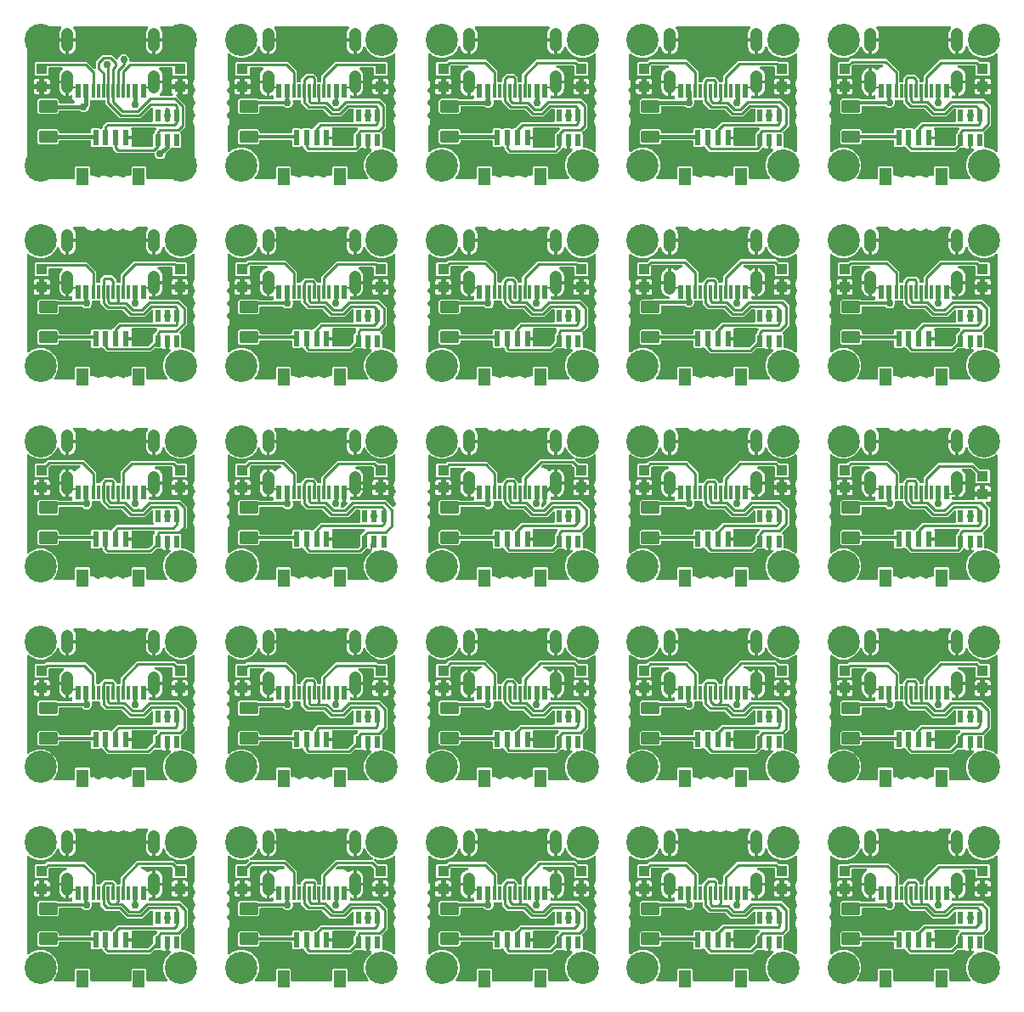
<source format=gbr>
G04 EAGLE Gerber RS-274X export*
G75*
%MOMM*%
%FSLAX34Y34*%
%LPD*%
%INTop Copper*%
%IPPOS*%
%AMOC8*
5,1,8,0,0,1.08239X$1,22.5*%
G01*
%ADD10R,0.600000X1.450000*%
%ADD11R,0.300000X1.450000*%
%ADD12C,1.158000*%
%ADD13R,0.600000X1.550000*%
%ADD14R,1.200000X1.800000*%
%ADD15C,0.300000*%
%ADD16R,0.600000X1.150000*%
%ADD17R,1.080000X1.050000*%
%ADD18C,3.216000*%
%ADD19C,0.756400*%
%ADD20C,0.254000*%
%ADD21C,0.152400*%
%ADD22C,0.406400*%
%ADD23C,0.304800*%

G36*
X75824Y1311490D02*
X75824Y1311490D01*
X75943Y1311497D01*
X75981Y1311510D01*
X76022Y1311515D01*
X76132Y1311559D01*
X76245Y1311595D01*
X76280Y1311617D01*
X76317Y1311632D01*
X76413Y1311702D01*
X76514Y1311766D01*
X76542Y1311795D01*
X76575Y1311819D01*
X76651Y1311911D01*
X76732Y1311997D01*
X76752Y1312033D01*
X76777Y1312064D01*
X76828Y1312171D01*
X76886Y1312276D01*
X76896Y1312315D01*
X76913Y1312352D01*
X76935Y1312468D01*
X76965Y1312584D01*
X76969Y1312644D01*
X76973Y1312664D01*
X76971Y1312684D01*
X76975Y1312744D01*
X76975Y1323382D01*
X77868Y1324275D01*
X91132Y1324275D01*
X92025Y1323382D01*
X92025Y1316043D01*
X92031Y1315993D01*
X92029Y1315942D01*
X92051Y1315836D01*
X92065Y1315727D01*
X92083Y1315680D01*
X92093Y1315631D01*
X92142Y1315533D01*
X92182Y1315432D01*
X92211Y1315391D01*
X92234Y1315345D01*
X92304Y1315263D01*
X92368Y1315174D01*
X92407Y1315142D01*
X92440Y1315104D01*
X92529Y1315041D01*
X92613Y1314971D01*
X92659Y1314950D01*
X92700Y1314921D01*
X92803Y1314882D01*
X92901Y1314836D01*
X92951Y1314826D01*
X92998Y1314809D01*
X93106Y1314797D01*
X93213Y1314776D01*
X93264Y1314779D01*
X93314Y1314774D01*
X93475Y1314786D01*
X95009Y1315007D01*
X99758Y1312838D01*
X99764Y1312836D01*
X99770Y1312833D01*
X99916Y1312789D01*
X100061Y1312744D01*
X100068Y1312743D01*
X100075Y1312741D01*
X100227Y1312735D01*
X100379Y1312727D01*
X100385Y1312729D01*
X100392Y1312728D01*
X100542Y1312760D01*
X100691Y1312790D01*
X100697Y1312793D01*
X100703Y1312795D01*
X100840Y1312862D01*
X100977Y1312929D01*
X100982Y1312933D01*
X100988Y1312936D01*
X101116Y1313034D01*
X102575Y1314298D01*
X107509Y1315007D01*
X112258Y1312838D01*
X112264Y1312836D01*
X112270Y1312833D01*
X112416Y1312789D01*
X112561Y1312744D01*
X112568Y1312743D01*
X112575Y1312741D01*
X112727Y1312735D01*
X112879Y1312727D01*
X112885Y1312729D01*
X112892Y1312728D01*
X113042Y1312760D01*
X113191Y1312790D01*
X113197Y1312793D01*
X113203Y1312795D01*
X113340Y1312862D01*
X113477Y1312929D01*
X113482Y1312933D01*
X113488Y1312936D01*
X113616Y1313034D01*
X115075Y1314298D01*
X120009Y1315007D01*
X124758Y1312838D01*
X124764Y1312836D01*
X124770Y1312833D01*
X124916Y1312789D01*
X125061Y1312744D01*
X125068Y1312743D01*
X125075Y1312741D01*
X125227Y1312735D01*
X125379Y1312727D01*
X125385Y1312729D01*
X125392Y1312728D01*
X125542Y1312760D01*
X125691Y1312790D01*
X125697Y1312793D01*
X125703Y1312795D01*
X125840Y1312862D01*
X125977Y1312929D01*
X125982Y1312933D01*
X125988Y1312936D01*
X126116Y1313034D01*
X127575Y1314298D01*
X131887Y1314918D01*
X131914Y1314925D01*
X131943Y1314927D01*
X132018Y1314951D01*
X132022Y1314952D01*
X132031Y1314955D01*
X132067Y1314967D01*
X132193Y1315002D01*
X132218Y1315016D01*
X132245Y1315025D01*
X132310Y1315066D01*
X132317Y1315069D01*
X132335Y1315082D01*
X132356Y1315095D01*
X132469Y1315160D01*
X132490Y1315180D01*
X132514Y1315195D01*
X132563Y1315248D01*
X132575Y1315256D01*
X132600Y1315287D01*
X132604Y1315291D01*
X132697Y1315381D01*
X132712Y1315406D01*
X132732Y1315427D01*
X132764Y1315484D01*
X132777Y1315501D01*
X132801Y1315551D01*
X132863Y1315653D01*
X132872Y1315680D01*
X132886Y1315705D01*
X132900Y1315761D01*
X132913Y1315788D01*
X132926Y1315858D01*
X132957Y1315957D01*
X132958Y1315985D01*
X132965Y1316013D01*
X132970Y1316084D01*
X132973Y1316101D01*
X132972Y1316117D01*
X132975Y1316174D01*
X132975Y1323382D01*
X133868Y1324275D01*
X147132Y1324275D01*
X148025Y1323382D01*
X148025Y1312744D01*
X148040Y1312626D01*
X148047Y1312507D01*
X148060Y1312469D01*
X148065Y1312429D01*
X148108Y1312318D01*
X148145Y1312205D01*
X148167Y1312171D01*
X148182Y1312133D01*
X148251Y1312037D01*
X148315Y1311936D01*
X148345Y1311909D01*
X148368Y1311876D01*
X148460Y1311800D01*
X148547Y1311718D01*
X148582Y1311699D01*
X148613Y1311673D01*
X148721Y1311622D01*
X148825Y1311565D01*
X148865Y1311555D01*
X148901Y1311537D01*
X149018Y1311515D01*
X149133Y1311485D01*
X149193Y1311482D01*
X149213Y1311478D01*
X149234Y1311479D01*
X149294Y1311475D01*
X182107Y1311475D01*
X182126Y1311477D01*
X182236Y1311482D01*
X185084Y1311771D01*
X185130Y1311782D01*
X185177Y1311784D01*
X185334Y1311822D01*
X187608Y1312532D01*
X187648Y1312550D01*
X187691Y1312561D01*
X187837Y1312629D01*
X189910Y1313758D01*
X189944Y1313782D01*
X189981Y1313800D01*
X190111Y1313894D01*
X191931Y1315398D01*
X191959Y1315427D01*
X191991Y1315451D01*
X192101Y1315568D01*
X193605Y1317388D01*
X193627Y1317423D01*
X193655Y1317453D01*
X193741Y1317589D01*
X194871Y1319664D01*
X194887Y1319705D01*
X194910Y1319742D01*
X194968Y1319892D01*
X195678Y1322166D01*
X195686Y1322213D01*
X195703Y1322257D01*
X195729Y1322416D01*
X196018Y1325263D01*
X196018Y1325282D01*
X196025Y1325392D01*
X196025Y1363090D01*
X196007Y1363234D01*
X195992Y1363377D01*
X195987Y1363391D01*
X195985Y1363406D01*
X195932Y1363540D01*
X195882Y1363675D01*
X195874Y1363687D01*
X195868Y1363702D01*
X195783Y1363818D01*
X195702Y1363937D01*
X195687Y1363951D01*
X194278Y1368750D01*
X195682Y1373533D01*
X196268Y1374041D01*
X196302Y1374079D01*
X196342Y1374110D01*
X196408Y1374196D01*
X196480Y1374278D01*
X196504Y1374322D01*
X196534Y1374363D01*
X196577Y1374463D01*
X196627Y1374560D01*
X196639Y1374609D01*
X196659Y1374655D01*
X196675Y1374763D01*
X196699Y1374869D01*
X196698Y1374920D01*
X196706Y1374970D01*
X196695Y1375079D01*
X196692Y1375187D01*
X196679Y1375236D01*
X196674Y1375286D01*
X196636Y1375388D01*
X196606Y1375493D01*
X196581Y1375537D01*
X196564Y1375585D01*
X196502Y1375674D01*
X196447Y1375769D01*
X196412Y1375805D01*
X196383Y1375846D01*
X196268Y1375959D01*
X195682Y1376467D01*
X194278Y1381250D01*
X195682Y1386033D01*
X196268Y1386541D01*
X196302Y1386578D01*
X196342Y1386610D01*
X196408Y1386696D01*
X196480Y1386777D01*
X196504Y1386822D01*
X196534Y1386862D01*
X196577Y1386963D01*
X196627Y1387060D01*
X196639Y1387109D01*
X196659Y1387155D01*
X196675Y1387263D01*
X196699Y1387369D01*
X196698Y1387420D01*
X196706Y1387470D01*
X196695Y1387578D01*
X196692Y1387687D01*
X196679Y1387736D01*
X196674Y1387786D01*
X196636Y1387888D01*
X196606Y1387993D01*
X196581Y1388037D01*
X196564Y1388085D01*
X196502Y1388174D01*
X196447Y1388269D01*
X196412Y1388305D01*
X196383Y1388346D01*
X196268Y1388459D01*
X195682Y1388967D01*
X194278Y1393750D01*
X195682Y1398533D01*
X196268Y1399041D01*
X196302Y1399078D01*
X196342Y1399110D01*
X196408Y1399196D01*
X196480Y1399277D01*
X196504Y1399322D01*
X196534Y1399362D01*
X196577Y1399463D01*
X196627Y1399560D01*
X196639Y1399609D01*
X196659Y1399655D01*
X196675Y1399763D01*
X196699Y1399869D01*
X196698Y1399920D01*
X196706Y1399970D01*
X196695Y1400078D01*
X196692Y1400187D01*
X196679Y1400236D01*
X196674Y1400286D01*
X196636Y1400388D01*
X196606Y1400493D01*
X196581Y1400537D01*
X196564Y1400585D01*
X196502Y1400674D01*
X196447Y1400769D01*
X196412Y1400805D01*
X196383Y1400846D01*
X196268Y1400959D01*
X195682Y1401467D01*
X194278Y1406250D01*
X195692Y1411068D01*
X195782Y1411162D01*
X195789Y1411176D01*
X195799Y1411187D01*
X195866Y1411315D01*
X195935Y1411441D01*
X195939Y1411456D01*
X195946Y1411469D01*
X195979Y1411610D01*
X196015Y1411749D01*
X196016Y1411770D01*
X196018Y1411779D01*
X196018Y1411797D01*
X196025Y1411910D01*
X196025Y1449607D01*
X196023Y1449625D01*
X196018Y1449735D01*
X195729Y1452583D01*
X195718Y1452629D01*
X195716Y1452677D01*
X195678Y1452833D01*
X194968Y1455107D01*
X194950Y1455147D01*
X194939Y1455190D01*
X194871Y1455336D01*
X193742Y1457410D01*
X193718Y1457443D01*
X193700Y1457481D01*
X193606Y1457611D01*
X192102Y1459430D01*
X192073Y1459458D01*
X192050Y1459491D01*
X191932Y1459601D01*
X190112Y1461104D01*
X190077Y1461126D01*
X190047Y1461154D01*
X189911Y1461240D01*
X187837Y1462370D01*
X187796Y1462386D01*
X187759Y1462409D01*
X187608Y1462467D01*
X185335Y1463176D01*
X185288Y1463185D01*
X185244Y1463201D01*
X185085Y1463227D01*
X182236Y1463517D01*
X182217Y1463516D01*
X182107Y1463523D01*
X162812Y1463523D01*
X162674Y1463506D01*
X162536Y1463493D01*
X162517Y1463486D01*
X162497Y1463483D01*
X162368Y1463432D01*
X162237Y1463385D01*
X162220Y1463374D01*
X162201Y1463366D01*
X162089Y1463285D01*
X161974Y1463207D01*
X161960Y1463191D01*
X161944Y1463180D01*
X161855Y1463072D01*
X161763Y1462968D01*
X161754Y1462950D01*
X161741Y1462935D01*
X161682Y1462809D01*
X161619Y1462685D01*
X161614Y1462665D01*
X161605Y1462647D01*
X161579Y1462511D01*
X161549Y1462375D01*
X161550Y1462354D01*
X161546Y1462335D01*
X161554Y1462196D01*
X161559Y1462057D01*
X161564Y1462037D01*
X161565Y1462017D01*
X161608Y1461885D01*
X161647Y1461751D01*
X161657Y1461734D01*
X161663Y1461715D01*
X161738Y1461597D01*
X161809Y1461477D01*
X161827Y1461456D01*
X161834Y1461446D01*
X161849Y1461432D01*
X161915Y1461356D01*
X162171Y1461100D01*
X163083Y1459736D01*
X163711Y1458220D01*
X164031Y1456610D01*
X164031Y1451624D01*
X156055Y1451624D01*
X155937Y1451609D01*
X155818Y1451602D01*
X155780Y1451589D01*
X155740Y1451584D01*
X155701Y1451569D01*
X155621Y1451584D01*
X155505Y1451614D01*
X155445Y1451618D01*
X155425Y1451622D01*
X155405Y1451620D01*
X155345Y1451624D01*
X147369Y1451624D01*
X147369Y1456610D01*
X147689Y1458220D01*
X148317Y1459736D01*
X149229Y1461100D01*
X149485Y1461356D01*
X149570Y1461466D01*
X149659Y1461573D01*
X149668Y1461592D01*
X149680Y1461608D01*
X149735Y1461736D01*
X149795Y1461861D01*
X149798Y1461881D01*
X149806Y1461900D01*
X149828Y1462037D01*
X149854Y1462174D01*
X149853Y1462194D01*
X149856Y1462214D01*
X149843Y1462352D01*
X149835Y1462491D01*
X149828Y1462510D01*
X149826Y1462530D01*
X149779Y1462662D01*
X149737Y1462793D01*
X149726Y1462811D01*
X149719Y1462830D01*
X149641Y1462945D01*
X149566Y1463062D01*
X149552Y1463076D01*
X149540Y1463093D01*
X149436Y1463185D01*
X149335Y1463280D01*
X149317Y1463290D01*
X149302Y1463303D01*
X149178Y1463367D01*
X149056Y1463434D01*
X149037Y1463439D01*
X149019Y1463448D01*
X148882Y1463478D01*
X148748Y1463513D01*
X148720Y1463515D01*
X148708Y1463518D01*
X148688Y1463517D01*
X148588Y1463523D01*
X76412Y1463523D01*
X76274Y1463506D01*
X76136Y1463493D01*
X76117Y1463486D01*
X76097Y1463483D01*
X75968Y1463432D01*
X75837Y1463385D01*
X75820Y1463374D01*
X75801Y1463366D01*
X75689Y1463285D01*
X75574Y1463207D01*
X75560Y1463191D01*
X75544Y1463180D01*
X75455Y1463072D01*
X75363Y1462968D01*
X75354Y1462950D01*
X75341Y1462935D01*
X75282Y1462809D01*
X75219Y1462685D01*
X75214Y1462665D01*
X75205Y1462647D01*
X75179Y1462511D01*
X75149Y1462375D01*
X75150Y1462354D01*
X75146Y1462335D01*
X75154Y1462196D01*
X75159Y1462057D01*
X75164Y1462037D01*
X75165Y1462017D01*
X75208Y1461885D01*
X75247Y1461751D01*
X75257Y1461734D01*
X75263Y1461715D01*
X75338Y1461597D01*
X75409Y1461477D01*
X75427Y1461456D01*
X75434Y1461446D01*
X75449Y1461432D01*
X75515Y1461356D01*
X75771Y1461100D01*
X76683Y1459736D01*
X77311Y1458220D01*
X77631Y1456610D01*
X77631Y1451624D01*
X69655Y1451624D01*
X69537Y1451609D01*
X69418Y1451602D01*
X69380Y1451589D01*
X69340Y1451584D01*
X69301Y1451569D01*
X69221Y1451584D01*
X69105Y1451614D01*
X69045Y1451618D01*
X69025Y1451622D01*
X69005Y1451620D01*
X68945Y1451624D01*
X60969Y1451624D01*
X60969Y1456610D01*
X61289Y1458220D01*
X61917Y1459736D01*
X62829Y1461100D01*
X63085Y1461356D01*
X63170Y1461466D01*
X63259Y1461573D01*
X63268Y1461592D01*
X63280Y1461608D01*
X63335Y1461736D01*
X63395Y1461861D01*
X63398Y1461881D01*
X63406Y1461900D01*
X63428Y1462037D01*
X63454Y1462174D01*
X63453Y1462194D01*
X63456Y1462214D01*
X63443Y1462352D01*
X63435Y1462491D01*
X63428Y1462510D01*
X63426Y1462530D01*
X63379Y1462662D01*
X63337Y1462793D01*
X63326Y1462811D01*
X63319Y1462830D01*
X63241Y1462945D01*
X63166Y1463062D01*
X63152Y1463076D01*
X63140Y1463093D01*
X63036Y1463185D01*
X62935Y1463280D01*
X62917Y1463290D01*
X62902Y1463303D01*
X62778Y1463367D01*
X62656Y1463434D01*
X62637Y1463439D01*
X62619Y1463448D01*
X62482Y1463478D01*
X62348Y1463513D01*
X62320Y1463515D01*
X62308Y1463518D01*
X62288Y1463517D01*
X62188Y1463523D01*
X42893Y1463523D01*
X42875Y1463521D01*
X42765Y1463517D01*
X39916Y1463227D01*
X39870Y1463217D01*
X39822Y1463214D01*
X39666Y1463176D01*
X37392Y1462467D01*
X37352Y1462448D01*
X37309Y1462438D01*
X37163Y1462370D01*
X35090Y1461240D01*
X35057Y1461216D01*
X35019Y1461199D01*
X34889Y1461104D01*
X33069Y1459601D01*
X33042Y1459572D01*
X33009Y1459548D01*
X32899Y1459431D01*
X31396Y1457611D01*
X31374Y1457576D01*
X31346Y1457546D01*
X31260Y1457410D01*
X30130Y1455337D01*
X30114Y1455296D01*
X30091Y1455258D01*
X30033Y1455108D01*
X29324Y1452834D01*
X29315Y1452788D01*
X29299Y1452743D01*
X29273Y1452584D01*
X28983Y1449735D01*
X28984Y1449716D01*
X28977Y1449607D01*
X28977Y1325392D01*
X28979Y1325373D01*
X28983Y1325263D01*
X29273Y1322414D01*
X29283Y1322368D01*
X29286Y1322321D01*
X29324Y1322164D01*
X30033Y1319891D01*
X30052Y1319851D01*
X30062Y1319808D01*
X30130Y1319662D01*
X31260Y1317588D01*
X31284Y1317555D01*
X31301Y1317518D01*
X31396Y1317387D01*
X32899Y1315568D01*
X32928Y1315540D01*
X32952Y1315507D01*
X33069Y1315397D01*
X34889Y1313894D01*
X34924Y1313872D01*
X34954Y1313844D01*
X35090Y1313758D01*
X37164Y1312629D01*
X37205Y1312613D01*
X37243Y1312590D01*
X37393Y1312532D01*
X39667Y1311822D01*
X39714Y1311814D01*
X39758Y1311797D01*
X39917Y1311771D01*
X42765Y1311482D01*
X42784Y1311482D01*
X42893Y1311475D01*
X75706Y1311475D01*
X75824Y1311490D01*
G37*
G36*
X475824Y711491D02*
X475824Y711491D01*
X475943Y711499D01*
X475981Y711511D01*
X476022Y711516D01*
X476132Y711560D01*
X476245Y711597D01*
X476280Y711618D01*
X476317Y711633D01*
X476413Y711703D01*
X476514Y711767D01*
X476542Y711796D01*
X476575Y711820D01*
X476651Y711912D01*
X476732Y711998D01*
X476752Y712034D01*
X476777Y712065D01*
X476828Y712173D01*
X476886Y712277D01*
X476896Y712316D01*
X476913Y712353D01*
X476935Y712470D01*
X476965Y712585D01*
X476969Y712645D01*
X476973Y712665D01*
X476971Y712685D01*
X476975Y712746D01*
X476975Y723382D01*
X477868Y724275D01*
X491132Y724275D01*
X492025Y723382D01*
X492025Y716043D01*
X492031Y715993D01*
X492029Y715942D01*
X492051Y715836D01*
X492065Y715727D01*
X492083Y715680D01*
X492093Y715631D01*
X492141Y715533D01*
X492182Y715432D01*
X492211Y715391D01*
X492234Y715345D01*
X492304Y715262D01*
X492368Y715174D01*
X492407Y715142D01*
X492440Y715104D01*
X492529Y715041D01*
X492613Y714971D01*
X492659Y714950D01*
X492700Y714921D01*
X492803Y714882D01*
X492901Y714836D01*
X492951Y714826D01*
X492998Y714809D01*
X493106Y714797D01*
X493213Y714776D01*
X493264Y714779D01*
X493314Y714774D01*
X493475Y714786D01*
X495009Y715007D01*
X499758Y712838D01*
X499764Y712836D01*
X499770Y712833D01*
X499916Y712789D01*
X500061Y712744D01*
X500068Y712743D01*
X500075Y712741D01*
X500227Y712735D01*
X500379Y712727D01*
X500385Y712729D01*
X500392Y712728D01*
X500542Y712760D01*
X500691Y712790D01*
X500697Y712793D01*
X500703Y712795D01*
X500840Y712862D01*
X500977Y712929D01*
X500982Y712933D01*
X500988Y712936D01*
X501116Y713034D01*
X502575Y714298D01*
X507509Y715007D01*
X512258Y712838D01*
X512264Y712836D01*
X512270Y712833D01*
X512416Y712789D01*
X512561Y712744D01*
X512568Y712743D01*
X512575Y712741D01*
X512727Y712735D01*
X512879Y712727D01*
X512885Y712729D01*
X512892Y712728D01*
X513042Y712760D01*
X513191Y712790D01*
X513197Y712793D01*
X513203Y712795D01*
X513340Y712862D01*
X513477Y712929D01*
X513482Y712933D01*
X513488Y712936D01*
X513616Y713034D01*
X515075Y714298D01*
X520009Y715007D01*
X524758Y712838D01*
X524764Y712836D01*
X524770Y712833D01*
X524916Y712789D01*
X525061Y712744D01*
X525068Y712743D01*
X525075Y712741D01*
X525227Y712735D01*
X525379Y712727D01*
X525385Y712729D01*
X525392Y712728D01*
X525542Y712760D01*
X525691Y712790D01*
X525697Y712793D01*
X525703Y712795D01*
X525840Y712862D01*
X525977Y712929D01*
X525982Y712933D01*
X525988Y712936D01*
X526116Y713034D01*
X527575Y714298D01*
X531887Y714918D01*
X531914Y714925D01*
X531943Y714927D01*
X532067Y714967D01*
X532193Y715002D01*
X532218Y715016D01*
X532245Y715025D01*
X532356Y715095D01*
X532469Y715160D01*
X532490Y715180D01*
X532514Y715195D01*
X532604Y715291D01*
X532697Y715381D01*
X532712Y715406D01*
X532732Y715427D01*
X532795Y715541D01*
X532863Y715653D01*
X532872Y715680D01*
X532886Y715705D01*
X532918Y715832D01*
X532957Y715957D01*
X532958Y715985D01*
X532965Y716013D01*
X532975Y716174D01*
X532975Y723382D01*
X533868Y724275D01*
X547132Y724275D01*
X548025Y723382D01*
X548025Y712746D01*
X548040Y712627D01*
X548047Y712509D01*
X548060Y712470D01*
X548065Y712430D01*
X548108Y712319D01*
X548145Y712206D01*
X548167Y712172D01*
X548182Y712134D01*
X548251Y712038D01*
X548315Y711937D01*
X548345Y711910D01*
X548368Y711877D01*
X548460Y711801D01*
X548547Y711720D01*
X548582Y711700D01*
X548613Y711674D01*
X548721Y711623D01*
X548825Y711566D01*
X548865Y711556D01*
X548901Y711539D01*
X549018Y711516D01*
X549133Y711487D01*
X549193Y711483D01*
X549213Y711479D01*
X549234Y711480D01*
X549294Y711476D01*
X568063Y711476D01*
X568201Y711494D01*
X568339Y711507D01*
X568358Y711514D01*
X568378Y711516D01*
X568507Y711567D01*
X568638Y711614D01*
X568655Y711626D01*
X568674Y711633D01*
X568786Y711715D01*
X568901Y711793D01*
X568915Y711808D01*
X568931Y711820D01*
X569020Y711927D01*
X569112Y712031D01*
X569121Y712049D01*
X569134Y712065D01*
X569193Y712191D01*
X569256Y712315D01*
X569261Y712334D01*
X569270Y712353D01*
X569296Y712489D01*
X569326Y712625D01*
X569325Y712645D01*
X569329Y712665D01*
X569321Y712803D01*
X569316Y712943D01*
X569311Y712962D01*
X569310Y712982D01*
X569267Y713114D01*
X569228Y713248D01*
X569218Y713266D01*
X569212Y713285D01*
X569137Y713403D01*
X569066Y713522D01*
X569048Y713543D01*
X569041Y713554D01*
X569026Y713568D01*
X568960Y713643D01*
X567575Y715028D01*
X564895Y721498D01*
X564895Y728502D01*
X567575Y734972D01*
X572146Y739543D01*
X572231Y739652D01*
X572320Y739759D01*
X572328Y739778D01*
X572341Y739794D01*
X572396Y739922D01*
X572455Y740047D01*
X572459Y740067D01*
X572467Y740086D01*
X572489Y740224D01*
X572515Y740360D01*
X572514Y740380D01*
X572517Y740400D01*
X572504Y740539D01*
X572495Y740677D01*
X572489Y740696D01*
X572487Y740716D01*
X572440Y740848D01*
X572397Y740979D01*
X572386Y740997D01*
X572379Y741016D01*
X572301Y741131D01*
X572227Y741248D01*
X572212Y741262D01*
X572201Y741279D01*
X572097Y741371D01*
X571995Y741466D01*
X571978Y741476D01*
X571962Y741489D01*
X571838Y741553D01*
X571717Y741620D01*
X571697Y741625D01*
X571679Y741634D01*
X571543Y741664D01*
X571409Y741699D01*
X571381Y741701D01*
X571369Y741704D01*
X571348Y741703D01*
X571248Y741709D01*
X570249Y741709D01*
X570249Y749770D01*
X570234Y749888D01*
X570227Y750007D01*
X570214Y750045D01*
X570209Y750085D01*
X570166Y750196D01*
X570129Y750309D01*
X570107Y750343D01*
X570092Y750381D01*
X570023Y750477D01*
X569959Y750578D01*
X569929Y750606D01*
X569906Y750638D01*
X569814Y750714D01*
X569727Y750796D01*
X569692Y750815D01*
X569661Y750841D01*
X569553Y750892D01*
X569449Y750949D01*
X569409Y750959D01*
X569373Y750977D01*
X569256Y750999D01*
X569141Y751029D01*
X569081Y751033D01*
X569061Y751036D01*
X569040Y751035D01*
X568980Y751039D01*
X568520Y751039D01*
X568402Y751024D01*
X568283Y751017D01*
X568245Y751004D01*
X568204Y750999D01*
X568094Y750955D01*
X567981Y750919D01*
X567946Y750897D01*
X567909Y750882D01*
X567812Y750812D01*
X567712Y750749D01*
X567684Y750719D01*
X567651Y750695D01*
X567575Y750604D01*
X567494Y750517D01*
X567474Y750482D01*
X567449Y750450D01*
X567398Y750343D01*
X567340Y750238D01*
X567330Y750199D01*
X567313Y750163D01*
X567291Y750046D01*
X567261Y749930D01*
X567257Y749870D01*
X567253Y749850D01*
X567255Y749830D01*
X567251Y749770D01*
X567251Y741709D01*
X565416Y741709D01*
X564769Y741882D01*
X564190Y742217D01*
X564053Y742354D01*
X563975Y742414D01*
X563903Y742482D01*
X563850Y742511D01*
X563802Y742548D01*
X563711Y742588D01*
X563624Y742636D01*
X563566Y742651D01*
X563510Y742675D01*
X563412Y742690D01*
X563317Y742715D01*
X563217Y742721D01*
X563196Y742725D01*
X563184Y742723D01*
X563156Y742725D01*
X561203Y742725D01*
X561105Y742713D01*
X561006Y742710D01*
X560948Y742693D01*
X560888Y742685D01*
X560796Y742649D01*
X560701Y742621D01*
X560648Y742591D01*
X560592Y742568D01*
X560512Y742510D01*
X560427Y742460D01*
X560351Y742394D01*
X560335Y742382D01*
X560327Y742372D01*
X560306Y742354D01*
X556658Y738705D01*
X508342Y738705D01*
X504601Y742447D01*
X504585Y742495D01*
X504563Y742530D01*
X504548Y742567D01*
X504479Y742663D01*
X504415Y742764D01*
X504385Y742792D01*
X504362Y742825D01*
X504270Y742901D01*
X504183Y742982D01*
X504148Y743002D01*
X504117Y743027D01*
X504022Y743072D01*
X503397Y743696D01*
X503303Y743769D01*
X503214Y743848D01*
X503178Y743866D01*
X503146Y743891D01*
X503037Y743939D01*
X502931Y743993D01*
X502892Y744001D01*
X502854Y744017D01*
X502737Y744036D01*
X502621Y744062D01*
X502580Y744061D01*
X502540Y744067D01*
X502422Y744056D01*
X502303Y744053D01*
X502264Y744041D01*
X502224Y744038D01*
X502112Y743997D01*
X501997Y743964D01*
X501962Y743944D01*
X501924Y743930D01*
X501826Y743863D01*
X501723Y743803D01*
X501678Y743763D01*
X501661Y743751D01*
X501648Y743736D01*
X501602Y743696D01*
X501132Y743225D01*
X493868Y743225D01*
X492975Y744118D01*
X492975Y749382D01*
X492960Y749500D01*
X492953Y749619D01*
X492940Y749657D01*
X492935Y749698D01*
X492892Y749808D01*
X492855Y749921D01*
X492833Y749956D01*
X492818Y749993D01*
X492749Y750089D01*
X492685Y750190D01*
X492655Y750218D01*
X492632Y750251D01*
X492540Y750327D01*
X492453Y750408D01*
X492418Y750428D01*
X492387Y750453D01*
X492279Y750504D01*
X492175Y750562D01*
X492135Y750572D01*
X492099Y750589D01*
X491982Y750611D01*
X491867Y750641D01*
X491807Y750645D01*
X491787Y750649D01*
X491766Y750647D01*
X491706Y750651D01*
X461894Y750651D01*
X461776Y750636D01*
X461657Y750629D01*
X461619Y750616D01*
X461578Y750611D01*
X461468Y750568D01*
X461355Y750531D01*
X461320Y750509D01*
X461283Y750494D01*
X461187Y750425D01*
X461086Y750361D01*
X461058Y750331D01*
X461025Y750308D01*
X460949Y750216D01*
X460868Y750129D01*
X460848Y750094D01*
X460823Y750063D01*
X460772Y749955D01*
X460714Y749851D01*
X460704Y749811D01*
X460687Y749775D01*
X460665Y749658D01*
X460635Y749543D01*
X460631Y749483D01*
X460627Y749463D01*
X460629Y749442D01*
X460625Y749382D01*
X460625Y747947D01*
X458853Y746175D01*
X441147Y746175D01*
X439375Y747947D01*
X439375Y759453D01*
X441147Y761225D01*
X458853Y761225D01*
X460625Y759453D01*
X460625Y758018D01*
X460640Y757900D01*
X460647Y757781D01*
X460660Y757743D01*
X460665Y757702D01*
X460708Y757592D01*
X460745Y757479D01*
X460767Y757444D01*
X460782Y757407D01*
X460851Y757311D01*
X460915Y757210D01*
X460945Y757182D01*
X460968Y757149D01*
X461060Y757073D01*
X461147Y756992D01*
X461182Y756972D01*
X461213Y756947D01*
X461321Y756896D01*
X461425Y756838D01*
X461465Y756828D01*
X461501Y756811D01*
X461618Y756789D01*
X461733Y756759D01*
X461793Y756755D01*
X461813Y756751D01*
X461834Y756753D01*
X461894Y756749D01*
X491706Y756749D01*
X491824Y756764D01*
X491943Y756771D01*
X491981Y756784D01*
X492022Y756789D01*
X492132Y756832D01*
X492245Y756869D01*
X492280Y756891D01*
X492317Y756906D01*
X492413Y756975D01*
X492514Y757039D01*
X492542Y757069D01*
X492575Y757092D01*
X492651Y757184D01*
X492732Y757271D01*
X492752Y757306D01*
X492777Y757337D01*
X492828Y757445D01*
X492886Y757549D01*
X492896Y757589D01*
X492913Y757625D01*
X492935Y757742D01*
X492965Y757857D01*
X492969Y757917D01*
X492973Y757937D01*
X492971Y757958D01*
X492975Y758018D01*
X492975Y760882D01*
X493868Y761775D01*
X501132Y761775D01*
X501602Y761304D01*
X501696Y761231D01*
X501786Y761152D01*
X501822Y761134D01*
X501854Y761109D01*
X501963Y761062D01*
X502069Y761007D01*
X502108Y760999D01*
X502146Y760983D01*
X502263Y760964D01*
X502379Y760938D01*
X502420Y760939D01*
X502460Y760933D01*
X502578Y760944D01*
X502697Y760947D01*
X502736Y760959D01*
X502776Y760962D01*
X502888Y761003D01*
X503003Y761036D01*
X503038Y761056D01*
X503076Y761070D01*
X503174Y761137D01*
X503277Y761197D01*
X503322Y761237D01*
X503339Y761249D01*
X503352Y761264D01*
X503397Y761304D01*
X503868Y761775D01*
X511132Y761775D01*
X511602Y761304D01*
X511696Y761231D01*
X511786Y761152D01*
X511822Y761134D01*
X511854Y761109D01*
X511963Y761062D01*
X512069Y761007D01*
X512108Y760999D01*
X512146Y760983D01*
X512263Y760964D01*
X512379Y760938D01*
X512420Y760939D01*
X512460Y760933D01*
X512578Y760944D01*
X512697Y760947D01*
X512736Y760959D01*
X512776Y760962D01*
X512888Y761003D01*
X513003Y761036D01*
X513038Y761056D01*
X513076Y761070D01*
X513174Y761137D01*
X513277Y761197D01*
X513322Y761237D01*
X513339Y761249D01*
X513352Y761264D01*
X513397Y761304D01*
X513868Y761775D01*
X514297Y761775D01*
X514395Y761787D01*
X514494Y761790D01*
X514552Y761807D01*
X514612Y761815D01*
X514704Y761851D01*
X514799Y761879D01*
X514852Y761909D01*
X514908Y761932D01*
X514988Y761990D01*
X515073Y762040D01*
X515149Y762106D01*
X515165Y762118D01*
X515173Y762128D01*
X515194Y762146D01*
X518334Y765286D01*
X520342Y767295D01*
X553456Y767295D01*
X553574Y767310D01*
X553693Y767317D01*
X553731Y767330D01*
X553772Y767335D01*
X553882Y767378D01*
X553995Y767415D01*
X554030Y767437D01*
X554067Y767452D01*
X554163Y767521D01*
X554264Y767585D01*
X554292Y767615D01*
X554325Y767638D01*
X554401Y767730D01*
X554482Y767817D01*
X554502Y767852D01*
X554527Y767883D01*
X554578Y767991D01*
X554636Y768095D01*
X554646Y768135D01*
X554663Y768171D01*
X554685Y768288D01*
X554715Y768403D01*
X554719Y768463D01*
X554723Y768483D01*
X554721Y768504D01*
X554725Y768564D01*
X554725Y780436D01*
X554710Y780554D01*
X554703Y780673D01*
X554690Y780711D01*
X554685Y780752D01*
X554642Y780862D01*
X554605Y780975D01*
X554583Y781010D01*
X554568Y781047D01*
X554499Y781143D01*
X554435Y781244D01*
X554405Y781272D01*
X554382Y781305D01*
X554290Y781381D01*
X554203Y781462D01*
X554168Y781482D01*
X554137Y781507D01*
X554029Y781558D01*
X553925Y781616D01*
X553885Y781626D01*
X553849Y781643D01*
X553732Y781665D01*
X553617Y781695D01*
X553557Y781699D01*
X553537Y781703D01*
X553516Y781701D01*
X553456Y781705D01*
X553183Y781705D01*
X553085Y781693D01*
X552986Y781690D01*
X552928Y781673D01*
X552868Y781665D01*
X552776Y781629D01*
X552681Y781601D01*
X552628Y781571D01*
X552572Y781548D01*
X552492Y781490D01*
X552407Y781440D01*
X552331Y781374D01*
X552315Y781362D01*
X552307Y781352D01*
X552286Y781334D01*
X545018Y774065D01*
X530935Y774065D01*
X528926Y776074D01*
X523731Y781270D01*
X523653Y781330D01*
X523581Y781398D01*
X523528Y781427D01*
X523480Y781464D01*
X523389Y781504D01*
X523302Y781552D01*
X523243Y781567D01*
X523188Y781591D01*
X523090Y781606D01*
X522994Y781631D01*
X522894Y781637D01*
X522874Y781641D01*
X522861Y781639D01*
X522833Y781641D01*
X509406Y781641D01*
X502205Y788842D01*
X502205Y789006D01*
X502190Y789124D01*
X502183Y789243D01*
X502170Y789281D01*
X502165Y789322D01*
X502122Y789432D01*
X502085Y789545D01*
X502063Y789580D01*
X502048Y789617D01*
X501979Y789713D01*
X501915Y789814D01*
X501885Y789842D01*
X501862Y789875D01*
X501770Y789951D01*
X501683Y790032D01*
X501648Y790052D01*
X501617Y790077D01*
X501509Y790128D01*
X501405Y790186D01*
X501365Y790196D01*
X501329Y790213D01*
X501212Y790235D01*
X501097Y790265D01*
X501037Y790269D01*
X501017Y790273D01*
X500996Y790271D01*
X500936Y790275D01*
X494994Y790275D01*
X494945Y790269D01*
X494895Y790271D01*
X494788Y790249D01*
X494678Y790235D01*
X494632Y790217D01*
X494584Y790207D01*
X494485Y790159D01*
X494383Y790118D01*
X494343Y790089D01*
X494298Y790067D01*
X494214Y789996D01*
X494125Y789932D01*
X494094Y789893D01*
X494056Y789861D01*
X493993Y789771D01*
X493923Y789687D01*
X493901Y789642D01*
X493873Y789601D01*
X493834Y789498D01*
X493787Y789399D01*
X493778Y789350D01*
X493760Y789304D01*
X493748Y789194D01*
X493727Y789087D01*
X493730Y789037D01*
X493725Y788988D01*
X493740Y788879D01*
X493747Y788769D01*
X493762Y788722D01*
X493769Y788673D01*
X493807Y788563D01*
X493807Y786444D01*
X492999Y784494D01*
X491506Y783001D01*
X489556Y782193D01*
X487444Y782193D01*
X485494Y783001D01*
X484416Y784080D01*
X484337Y784140D01*
X484265Y784208D01*
X484212Y784237D01*
X484164Y784274D01*
X484073Y784314D01*
X483987Y784362D01*
X483928Y784377D01*
X483872Y784401D01*
X483775Y784416D01*
X483679Y784441D01*
X483579Y784447D01*
X483558Y784451D01*
X483546Y784449D01*
X483518Y784451D01*
X461894Y784451D01*
X461776Y784436D01*
X461657Y784429D01*
X461619Y784416D01*
X461578Y784411D01*
X461468Y784368D01*
X461355Y784331D01*
X461320Y784309D01*
X461283Y784294D01*
X461187Y784225D01*
X461086Y784161D01*
X461058Y784131D01*
X461025Y784108D01*
X460949Y784016D01*
X460868Y783929D01*
X460848Y783894D01*
X460823Y783863D01*
X460772Y783755D01*
X460714Y783651D01*
X460704Y783611D01*
X460687Y783575D01*
X460665Y783458D01*
X460635Y783343D01*
X460631Y783283D01*
X460627Y783263D01*
X460629Y783242D01*
X460625Y783182D01*
X460625Y778047D01*
X458853Y776275D01*
X441147Y776275D01*
X439375Y778047D01*
X439375Y789553D01*
X441147Y791325D01*
X458853Y791325D01*
X459257Y790920D01*
X459335Y790860D01*
X459408Y790792D01*
X459461Y790763D01*
X459508Y790726D01*
X459599Y790686D01*
X459686Y790638D01*
X459745Y790623D01*
X459800Y790599D01*
X459898Y790584D01*
X459994Y790559D01*
X460094Y790553D01*
X460114Y790549D01*
X460127Y790551D01*
X460155Y790549D01*
X473190Y790549D01*
X473308Y790564D01*
X473427Y790571D01*
X473465Y790584D01*
X473506Y790589D01*
X473616Y790632D01*
X473729Y790669D01*
X473764Y790691D01*
X473801Y790706D01*
X473897Y790775D01*
X473998Y790839D01*
X474026Y790869D01*
X474059Y790892D01*
X474135Y790984D01*
X474216Y791071D01*
X474236Y791106D01*
X474261Y791137D01*
X474312Y791245D01*
X474370Y791349D01*
X474380Y791389D01*
X474397Y791425D01*
X474419Y791542D01*
X474449Y791657D01*
X474453Y791717D01*
X474457Y791737D01*
X474455Y791758D01*
X474459Y791818D01*
X474459Y793630D01*
X474453Y793680D01*
X474455Y793729D01*
X474433Y793837D01*
X474419Y793946D01*
X474401Y793992D01*
X474391Y794041D01*
X474343Y794139D01*
X474302Y794242D01*
X474273Y794282D01*
X474251Y794326D01*
X474180Y794410D01*
X474116Y794499D01*
X474077Y794531D01*
X474045Y794568D01*
X473955Y794632D01*
X473871Y794702D01*
X473826Y794723D01*
X473785Y794752D01*
X473682Y794790D01*
X473583Y794837D01*
X473534Y794847D01*
X473488Y794864D01*
X473378Y794876D01*
X473271Y794897D01*
X473221Y794894D01*
X473172Y794899D01*
X473063Y794884D01*
X472953Y794877D01*
X472906Y794862D01*
X472857Y794855D01*
X472704Y794803D01*
X471730Y794399D01*
X470924Y794239D01*
X470924Y807845D01*
X470909Y807963D01*
X470902Y808082D01*
X470889Y808120D01*
X470884Y808160D01*
X470869Y808199D01*
X470884Y808279D01*
X470914Y808395D01*
X470918Y808455D01*
X470922Y808475D01*
X470920Y808495D01*
X470924Y808555D01*
X470924Y822161D01*
X471730Y822001D01*
X473246Y821373D01*
X474611Y820461D01*
X474723Y820349D01*
X474817Y820276D01*
X474906Y820197D01*
X474942Y820179D01*
X474974Y820154D01*
X475083Y820106D01*
X475189Y820052D01*
X475229Y820044D01*
X475266Y820027D01*
X475384Y820009D01*
X475500Y819983D01*
X475540Y819984D01*
X475580Y819978D01*
X475699Y819989D01*
X475817Y819992D01*
X475856Y820004D01*
X475897Y820007D01*
X476009Y820048D01*
X476123Y820081D01*
X476158Y820101D01*
X476196Y820115D01*
X476294Y820182D01*
X476397Y820242D01*
X476442Y820282D01*
X476459Y820294D01*
X476472Y820309D01*
X476518Y820349D01*
X478020Y821851D01*
X481430Y823263D01*
X481490Y823298D01*
X481555Y823324D01*
X481628Y823376D01*
X481706Y823421D01*
X481756Y823469D01*
X481813Y823510D01*
X481870Y823580D01*
X481934Y823642D01*
X481971Y823702D01*
X482015Y823755D01*
X482054Y823837D01*
X482101Y823913D01*
X482121Y823980D01*
X482151Y824043D01*
X482168Y824131D01*
X482194Y824217D01*
X482198Y824287D01*
X482211Y824356D01*
X482205Y824445D01*
X482209Y824535D01*
X482195Y824603D01*
X482191Y824673D01*
X482163Y824758D01*
X482145Y824846D01*
X482114Y824909D01*
X482093Y824975D01*
X482045Y825051D01*
X482005Y825132D01*
X481960Y825185D01*
X481923Y825244D01*
X481857Y825306D01*
X481799Y825374D01*
X481742Y825414D01*
X481691Y825462D01*
X481612Y825505D01*
X481539Y825557D01*
X481474Y825582D01*
X481413Y825616D01*
X481326Y825638D01*
X481242Y825670D01*
X481172Y825678D01*
X481105Y825695D01*
X480944Y825705D01*
X452683Y825705D01*
X452585Y825693D01*
X452486Y825690D01*
X452428Y825673D01*
X452368Y825665D01*
X452276Y825629D01*
X452181Y825601D01*
X452128Y825571D01*
X452072Y825548D01*
X451992Y825490D01*
X451907Y825440D01*
X451831Y825374D01*
X451815Y825362D01*
X451807Y825352D01*
X451786Y825334D01*
X451046Y824594D01*
X450986Y824516D01*
X450918Y824444D01*
X450893Y824399D01*
X450888Y824393D01*
X450885Y824386D01*
X450852Y824343D01*
X450812Y824252D01*
X450764Y824165D01*
X450749Y824107D01*
X450725Y824051D01*
X450710Y823953D01*
X450685Y823857D01*
X450679Y823757D01*
X450675Y823737D01*
X450677Y823725D01*
X450675Y823697D01*
X450675Y815368D01*
X449782Y814475D01*
X437718Y814475D01*
X436825Y815368D01*
X436825Y827132D01*
X437718Y828025D01*
X446047Y828025D01*
X446145Y828037D01*
X446244Y828040D01*
X446302Y828057D01*
X446362Y828065D01*
X446454Y828101D01*
X446549Y828129D01*
X446602Y828159D01*
X446658Y828182D01*
X446738Y828240D01*
X446823Y828290D01*
X446899Y828356D01*
X446915Y828368D01*
X446923Y828378D01*
X446944Y828396D01*
X447834Y829286D01*
X449842Y831295D01*
X485484Y831295D01*
X497515Y819264D01*
X497515Y809094D01*
X497530Y808976D01*
X497537Y808857D01*
X497550Y808819D01*
X497555Y808778D01*
X497598Y808668D01*
X497635Y808555D01*
X497657Y808520D01*
X497672Y808483D01*
X497741Y808387D01*
X497805Y808286D01*
X497835Y808258D01*
X497858Y808225D01*
X497950Y808149D01*
X498037Y808068D01*
X498072Y808048D01*
X498103Y808023D01*
X498211Y807972D01*
X498315Y807914D01*
X498355Y807904D01*
X498391Y807887D01*
X498508Y807865D01*
X498623Y807835D01*
X498683Y807831D01*
X498703Y807827D01*
X498724Y807829D01*
X498784Y807825D01*
X500936Y807825D01*
X501054Y807840D01*
X501173Y807847D01*
X501211Y807860D01*
X501252Y807865D01*
X501362Y807908D01*
X501475Y807945D01*
X501510Y807967D01*
X501547Y807982D01*
X501643Y808051D01*
X501744Y808115D01*
X501772Y808145D01*
X501805Y808168D01*
X501881Y808260D01*
X501962Y808347D01*
X501982Y808382D01*
X502007Y808413D01*
X502058Y808521D01*
X502116Y808625D01*
X502126Y808665D01*
X502143Y808701D01*
X502165Y808818D01*
X502195Y808933D01*
X502199Y808993D01*
X502203Y809013D01*
X502201Y809034D01*
X502205Y809094D01*
X502205Y809158D01*
X506342Y813295D01*
X513658Y813295D01*
X517795Y809158D01*
X517795Y809094D01*
X517810Y808976D01*
X517817Y808857D01*
X517830Y808819D01*
X517835Y808778D01*
X517878Y808668D01*
X517915Y808555D01*
X517937Y808520D01*
X517952Y808483D01*
X518021Y808387D01*
X518085Y808286D01*
X518115Y808258D01*
X518138Y808225D01*
X518230Y808149D01*
X518317Y808068D01*
X518352Y808048D01*
X518383Y808023D01*
X518491Y807972D01*
X518595Y807914D01*
X518635Y807904D01*
X518671Y807887D01*
X518788Y807865D01*
X518903Y807835D01*
X518963Y807831D01*
X518983Y807827D01*
X519004Y807829D01*
X519064Y807825D01*
X520936Y807825D01*
X521054Y807840D01*
X521173Y807847D01*
X521211Y807860D01*
X521252Y807865D01*
X521362Y807908D01*
X521475Y807945D01*
X521510Y807967D01*
X521547Y807982D01*
X521643Y808051D01*
X521744Y808115D01*
X521772Y808145D01*
X521805Y808168D01*
X521881Y808260D01*
X521962Y808347D01*
X521982Y808382D01*
X522007Y808413D01*
X522058Y808521D01*
X522116Y808625D01*
X522126Y808665D01*
X522143Y808701D01*
X522165Y808818D01*
X522195Y808933D01*
X522199Y808993D01*
X522203Y809013D01*
X522201Y809034D01*
X522205Y809094D01*
X522205Y813984D01*
X539516Y831295D01*
X575158Y831295D01*
X577166Y829286D01*
X578056Y828396D01*
X578134Y828336D01*
X578206Y828268D01*
X578259Y828239D01*
X578307Y828202D01*
X578398Y828162D01*
X578485Y828114D01*
X578543Y828099D01*
X578599Y828075D01*
X578697Y828060D01*
X578793Y828035D01*
X578893Y828029D01*
X578913Y828025D01*
X578925Y828027D01*
X578953Y828025D01*
X587282Y828025D01*
X588175Y827132D01*
X588175Y815368D01*
X587282Y814475D01*
X575218Y814475D01*
X574325Y815368D01*
X574325Y823697D01*
X574313Y823795D01*
X574310Y823894D01*
X574293Y823952D01*
X574285Y824012D01*
X574249Y824104D01*
X574221Y824199D01*
X574191Y824252D01*
X574168Y824308D01*
X574110Y824388D01*
X574060Y824473D01*
X574021Y824518D01*
X574019Y824520D01*
X574015Y824524D01*
X573994Y824549D01*
X573982Y824565D01*
X573972Y824573D01*
X573954Y824594D01*
X573214Y825334D01*
X573136Y825394D01*
X573064Y825462D01*
X573011Y825491D01*
X572963Y825528D01*
X572872Y825568D01*
X572785Y825616D01*
X572727Y825631D01*
X572671Y825655D01*
X572573Y825670D01*
X572477Y825695D01*
X572377Y825701D01*
X572357Y825705D01*
X572345Y825703D01*
X572317Y825705D01*
X544056Y825705D01*
X543987Y825697D01*
X543917Y825698D01*
X543830Y825677D01*
X543740Y825665D01*
X543676Y825640D01*
X543608Y825623D01*
X543528Y825581D01*
X543445Y825548D01*
X543388Y825507D01*
X543327Y825475D01*
X543260Y825414D01*
X543187Y825362D01*
X543143Y825308D01*
X543091Y825261D01*
X543042Y825186D01*
X542985Y825117D01*
X542955Y825053D01*
X542917Y824995D01*
X542887Y824910D01*
X542849Y824829D01*
X542836Y824760D01*
X542813Y824694D01*
X542806Y824605D01*
X542789Y824517D01*
X542794Y824447D01*
X542788Y824377D01*
X542803Y824289D01*
X542809Y824199D01*
X542831Y824133D01*
X542842Y824064D01*
X542879Y823982D01*
X542907Y823897D01*
X542944Y823838D01*
X542973Y823774D01*
X543029Y823704D01*
X543077Y823628D01*
X543128Y823580D01*
X543172Y823526D01*
X543243Y823471D01*
X543309Y823410D01*
X543370Y823376D01*
X543426Y823334D01*
X543570Y823263D01*
X546980Y821851D01*
X548482Y820349D01*
X548576Y820276D01*
X548666Y820197D01*
X548702Y820179D01*
X548734Y820154D01*
X548843Y820106D01*
X548949Y820052D01*
X548988Y820044D01*
X549025Y820027D01*
X549143Y820009D01*
X549259Y819983D01*
X549299Y819984D01*
X549340Y819978D01*
X549458Y819989D01*
X549577Y819992D01*
X549616Y820004D01*
X549656Y820007D01*
X549768Y820048D01*
X549883Y820081D01*
X549917Y820101D01*
X549955Y820115D01*
X550054Y820182D01*
X550156Y820242D01*
X550202Y820282D01*
X550219Y820294D01*
X550232Y820309D01*
X550277Y820349D01*
X550389Y820461D01*
X551754Y821373D01*
X553270Y822001D01*
X554076Y822161D01*
X554076Y808555D01*
X554091Y808437D01*
X554098Y808318D01*
X554110Y808280D01*
X554116Y808240D01*
X554131Y808201D01*
X554116Y808121D01*
X554086Y808005D01*
X554082Y807945D01*
X554078Y807925D01*
X554080Y807905D01*
X554076Y807845D01*
X554076Y794239D01*
X553270Y794399D01*
X552296Y794803D01*
X552248Y794816D01*
X552203Y794837D01*
X552095Y794858D01*
X551989Y794887D01*
X551939Y794888D01*
X551890Y794897D01*
X551781Y794890D01*
X551671Y794892D01*
X551623Y794880D01*
X551573Y794877D01*
X551469Y794843D01*
X551362Y794818D01*
X551318Y794795D01*
X551271Y794779D01*
X551178Y794720D01*
X551081Y794669D01*
X551044Y794636D01*
X551002Y794609D01*
X550926Y794529D01*
X550845Y794455D01*
X550818Y794414D01*
X550784Y794377D01*
X550731Y794281D01*
X550671Y794190D01*
X550654Y794143D01*
X550630Y794099D01*
X550603Y793993D01*
X550567Y793889D01*
X550563Y793839D01*
X550551Y793791D01*
X550541Y793630D01*
X550541Y792628D01*
X550556Y792510D01*
X550563Y792391D01*
X550576Y792353D01*
X550581Y792312D01*
X550624Y792202D01*
X550661Y792089D01*
X550683Y792054D01*
X550698Y792017D01*
X550767Y791921D01*
X550831Y791820D01*
X550861Y791792D01*
X550884Y791759D01*
X550976Y791683D01*
X551063Y791602D01*
X551098Y791582D01*
X551129Y791557D01*
X551237Y791506D01*
X551341Y791448D01*
X551381Y791438D01*
X551417Y791421D01*
X551534Y791399D01*
X551649Y791369D01*
X551709Y791365D01*
X551729Y791361D01*
X551750Y791363D01*
X551810Y791359D01*
X580594Y791359D01*
X588295Y783658D01*
X588295Y763342D01*
X583666Y758714D01*
X582952Y757999D01*
X582879Y757906D01*
X582800Y757816D01*
X582782Y757780D01*
X582757Y757748D01*
X582710Y757639D01*
X582655Y757533D01*
X582647Y757494D01*
X582631Y757456D01*
X582612Y757338D01*
X582586Y757223D01*
X582587Y757182D01*
X582581Y757142D01*
X582592Y757023D01*
X582595Y756905D01*
X582607Y756866D01*
X582610Y756826D01*
X582651Y756714D01*
X582684Y756599D01*
X582704Y756564D01*
X582718Y756526D01*
X582775Y756443D01*
X582775Y743874D01*
X582790Y743756D01*
X582797Y743637D01*
X582810Y743599D01*
X582815Y743558D01*
X582858Y743448D01*
X582895Y743335D01*
X582917Y743300D01*
X582932Y743263D01*
X583001Y743167D01*
X583065Y743066D01*
X583095Y743038D01*
X583118Y743005D01*
X583210Y742929D01*
X583297Y742848D01*
X583332Y742828D01*
X583363Y742803D01*
X583471Y742752D01*
X583575Y742694D01*
X583615Y742684D01*
X583651Y742667D01*
X583768Y742645D01*
X583883Y742615D01*
X583943Y742611D01*
X583963Y742607D01*
X583984Y742609D01*
X584044Y742605D01*
X586002Y742605D01*
X592472Y739925D01*
X593857Y738539D01*
X593967Y738454D01*
X594074Y738366D01*
X594093Y738357D01*
X594109Y738345D01*
X594237Y738289D01*
X594362Y738230D01*
X594382Y738226D01*
X594400Y738218D01*
X594538Y738196D01*
X594674Y738170D01*
X594694Y738172D01*
X594715Y738168D01*
X594854Y738181D01*
X594992Y738190D01*
X595011Y738196D01*
X595031Y738198D01*
X595162Y738245D01*
X595294Y738288D01*
X595311Y738299D01*
X595330Y738306D01*
X595446Y738384D01*
X595563Y738458D01*
X595577Y738473D01*
X595594Y738484D01*
X595686Y738589D01*
X595781Y738690D01*
X595791Y738708D01*
X595804Y738723D01*
X595867Y738847D01*
X595934Y738968D01*
X595939Y738988D01*
X595949Y739006D01*
X595979Y739142D01*
X596014Y739276D01*
X596016Y739304D01*
X596018Y739316D01*
X596018Y739337D01*
X596024Y739437D01*
X596024Y763091D01*
X596006Y763234D01*
X595991Y763377D01*
X595986Y763391D01*
X595984Y763407D01*
X595931Y763541D01*
X595881Y763676D01*
X595873Y763688D01*
X595867Y763702D01*
X595782Y763819D01*
X595701Y763937D01*
X595687Y763951D01*
X594278Y768750D01*
X595682Y773533D01*
X596268Y774041D01*
X596302Y774078D01*
X596342Y774110D01*
X596408Y774196D01*
X596480Y774277D01*
X596504Y774322D01*
X596534Y774362D01*
X596577Y774463D01*
X596627Y774560D01*
X596639Y774609D01*
X596659Y774655D01*
X596675Y774763D01*
X596699Y774869D01*
X596698Y774920D01*
X596706Y774970D01*
X596695Y775078D01*
X596692Y775187D01*
X596679Y775236D01*
X596674Y775286D01*
X596636Y775388D01*
X596606Y775493D01*
X596581Y775537D01*
X596564Y775585D01*
X596502Y775674D01*
X596447Y775769D01*
X596412Y775805D01*
X596383Y775846D01*
X596268Y775959D01*
X595682Y776467D01*
X594278Y781250D01*
X595682Y786033D01*
X596268Y786541D01*
X596302Y786578D01*
X596342Y786610D01*
X596408Y786696D01*
X596480Y786777D01*
X596504Y786822D01*
X596534Y786862D01*
X596577Y786963D01*
X596627Y787060D01*
X596639Y787109D01*
X596659Y787155D01*
X596675Y787263D01*
X596699Y787369D01*
X596698Y787420D01*
X596706Y787470D01*
X596695Y787578D01*
X596692Y787687D01*
X596679Y787736D01*
X596674Y787786D01*
X596636Y787888D01*
X596606Y787993D01*
X596581Y788037D01*
X596564Y788085D01*
X596502Y788174D01*
X596447Y788269D01*
X596412Y788305D01*
X596383Y788346D01*
X596268Y788459D01*
X595682Y788967D01*
X594278Y793750D01*
X595682Y798533D01*
X596268Y799041D01*
X596302Y799078D01*
X596342Y799110D01*
X596408Y799196D01*
X596480Y799277D01*
X596504Y799322D01*
X596534Y799362D01*
X596577Y799463D01*
X596627Y799560D01*
X596639Y799609D01*
X596659Y799655D01*
X596675Y799763D01*
X596699Y799869D01*
X596698Y799920D01*
X596706Y799970D01*
X596695Y800078D01*
X596692Y800187D01*
X596679Y800236D01*
X596674Y800286D01*
X596636Y800388D01*
X596606Y800493D01*
X596581Y800537D01*
X596564Y800585D01*
X596502Y800674D01*
X596447Y800769D01*
X596412Y800805D01*
X596383Y800846D01*
X596268Y800959D01*
X595682Y801467D01*
X594278Y806250D01*
X595693Y811068D01*
X595781Y811162D01*
X595788Y811175D01*
X595798Y811186D01*
X595865Y811314D01*
X595934Y811440D01*
X595938Y811455D01*
X595945Y811469D01*
X595978Y811608D01*
X596014Y811748D01*
X596015Y811769D01*
X596017Y811778D01*
X596017Y811796D01*
X596024Y811909D01*
X596024Y835563D01*
X596007Y835701D01*
X595994Y835839D01*
X595987Y835858D01*
X595984Y835879D01*
X595933Y836008D01*
X595886Y836139D01*
X595875Y836155D01*
X595867Y836174D01*
X595786Y836287D01*
X595707Y836402D01*
X595692Y836415D01*
X595680Y836432D01*
X595573Y836520D01*
X595469Y836612D01*
X595451Y836621D01*
X595435Y836634D01*
X595310Y836694D01*
X595186Y836757D01*
X595166Y836761D01*
X595148Y836770D01*
X595011Y836796D01*
X594875Y836827D01*
X594855Y836826D01*
X594835Y836830D01*
X594697Y836821D01*
X594558Y836817D01*
X594538Y836811D01*
X594518Y836810D01*
X594386Y836767D01*
X594252Y836728D01*
X594235Y836718D01*
X594215Y836712D01*
X594098Y836637D01*
X593978Y836567D01*
X593957Y836548D01*
X593947Y836542D01*
X593933Y836527D01*
X593857Y836461D01*
X592472Y835075D01*
X586002Y832395D01*
X578998Y832395D01*
X576458Y833447D01*
X576391Y833466D01*
X576327Y833493D01*
X576238Y833508D01*
X576152Y833531D01*
X576083Y833532D01*
X576021Y833590D01*
X575960Y833624D01*
X575904Y833666D01*
X575760Y833737D01*
X572528Y835075D01*
X567575Y840028D01*
X566330Y843034D01*
X566278Y843125D01*
X566235Y843220D01*
X566200Y843262D01*
X566173Y843310D01*
X566100Y843385D01*
X566034Y843466D01*
X565990Y843499D01*
X565951Y843539D01*
X565862Y843593D01*
X565778Y843655D01*
X565727Y843676D01*
X565680Y843705D01*
X565580Y843736D01*
X565484Y843775D01*
X565429Y843782D01*
X565376Y843799D01*
X565272Y843804D01*
X565168Y843818D01*
X565113Y843811D01*
X565059Y843814D01*
X564956Y843793D01*
X564853Y843780D01*
X564801Y843761D01*
X564747Y843749D01*
X564653Y843703D01*
X564556Y843666D01*
X564511Y843634D01*
X564461Y843610D01*
X564382Y843542D01*
X564297Y843481D01*
X564261Y843439D01*
X564219Y843403D01*
X564159Y843318D01*
X564092Y843238D01*
X564068Y843189D01*
X564036Y843143D01*
X563999Y843045D01*
X563954Y842952D01*
X563931Y842866D01*
X563924Y842846D01*
X563922Y842831D01*
X563913Y842796D01*
X563711Y841780D01*
X563083Y840264D01*
X562171Y838899D01*
X561011Y837739D01*
X559646Y836827D01*
X558130Y836199D01*
X557324Y836039D01*
X557324Y849645D01*
X557309Y849763D01*
X557302Y849882D01*
X557289Y849920D01*
X557284Y849960D01*
X557241Y850071D01*
X557204Y850184D01*
X557182Y850218D01*
X557167Y850256D01*
X557098Y850352D01*
X557034Y850453D01*
X557004Y850481D01*
X556981Y850513D01*
X556889Y850589D01*
X556802Y850671D01*
X556767Y850690D01*
X556736Y850716D01*
X556628Y850767D01*
X556524Y850824D01*
X556516Y850826D01*
X556494Y850894D01*
X556472Y850929D01*
X556457Y850966D01*
X556387Y851062D01*
X556324Y851163D01*
X556294Y851191D01*
X556270Y851224D01*
X556179Y851300D01*
X556092Y851381D01*
X556057Y851401D01*
X556025Y851426D01*
X555918Y851477D01*
X555813Y851535D01*
X555774Y851545D01*
X555738Y851562D01*
X555621Y851584D01*
X555505Y851614D01*
X555445Y851618D01*
X555425Y851622D01*
X555405Y851620D01*
X555345Y851624D01*
X547369Y851624D01*
X547369Y856610D01*
X547689Y858220D01*
X548317Y859736D01*
X549229Y861100D01*
X549486Y861358D01*
X549572Y861468D01*
X549660Y861575D01*
X549669Y861593D01*
X549681Y861609D01*
X549737Y861737D01*
X549796Y861862D01*
X549799Y861882D01*
X549808Y861901D01*
X549829Y862038D01*
X549855Y862175D01*
X549854Y862195D01*
X549857Y862215D01*
X549844Y862353D01*
X549836Y862492D01*
X549830Y862511D01*
X549828Y862532D01*
X549780Y862663D01*
X549738Y862795D01*
X549727Y862812D01*
X549720Y862831D01*
X549642Y862946D01*
X549568Y863063D01*
X549553Y863077D01*
X549541Y863094D01*
X549437Y863186D01*
X549336Y863281D01*
X549318Y863291D01*
X549303Y863304D01*
X549179Y863368D01*
X549057Y863435D01*
X549038Y863440D01*
X549020Y863449D01*
X548884Y863480D01*
X548749Y863514D01*
X548721Y863516D01*
X548710Y863519D01*
X548689Y863518D01*
X548589Y863524D01*
X538675Y863524D01*
X538600Y863515D01*
X538525Y863515D01*
X538443Y863495D01*
X538360Y863485D01*
X538290Y863457D01*
X538216Y863438D01*
X538142Y863398D01*
X538064Y863368D01*
X538003Y863323D01*
X537936Y863287D01*
X537875Y863230D01*
X537807Y863181D01*
X537759Y863122D01*
X537703Y863071D01*
X537608Y862941D01*
X537305Y862470D01*
X537044Y862064D01*
X532509Y859993D01*
X527575Y860702D01*
X526116Y861966D01*
X526111Y861970D01*
X526106Y861975D01*
X525979Y862058D01*
X525852Y862143D01*
X525845Y862145D01*
X525840Y862149D01*
X525694Y862198D01*
X525552Y862248D01*
X525545Y862248D01*
X525538Y862251D01*
X525385Y862262D01*
X525235Y862275D01*
X525228Y862274D01*
X525221Y862275D01*
X525072Y862248D01*
X524921Y862223D01*
X524915Y862220D01*
X524908Y862219D01*
X524758Y862162D01*
X520009Y859993D01*
X515075Y860702D01*
X513616Y861966D01*
X513611Y861970D01*
X513606Y861975D01*
X513479Y862058D01*
X513352Y862143D01*
X513345Y862145D01*
X513340Y862149D01*
X513194Y862198D01*
X513052Y862248D01*
X513045Y862248D01*
X513038Y862251D01*
X512885Y862262D01*
X512735Y862275D01*
X512728Y862274D01*
X512721Y862275D01*
X512572Y862248D01*
X512421Y862223D01*
X512415Y862220D01*
X512408Y862219D01*
X512258Y862162D01*
X507509Y859993D01*
X502575Y860702D01*
X501116Y861966D01*
X501111Y861970D01*
X501106Y861975D01*
X500979Y862058D01*
X500852Y862143D01*
X500845Y862145D01*
X500840Y862149D01*
X500694Y862198D01*
X500552Y862248D01*
X500545Y862248D01*
X500538Y862251D01*
X500385Y862262D01*
X500235Y862275D01*
X500228Y862274D01*
X500221Y862275D01*
X500072Y862248D01*
X499921Y862223D01*
X499915Y862220D01*
X499908Y862219D01*
X499758Y862162D01*
X495009Y859993D01*
X490075Y860702D01*
X487176Y863214D01*
X487131Y863244D01*
X487092Y863281D01*
X486999Y863332D01*
X486911Y863391D01*
X486860Y863409D01*
X486813Y863435D01*
X486711Y863461D01*
X486611Y863496D01*
X486557Y863501D01*
X486505Y863514D01*
X486344Y863524D01*
X476411Y863524D01*
X476273Y863507D01*
X476135Y863494D01*
X476116Y863487D01*
X476096Y863485D01*
X475966Y863433D01*
X475836Y863386D01*
X475819Y863375D01*
X475800Y863368D01*
X475687Y863286D01*
X475572Y863208D01*
X475559Y863193D01*
X475543Y863181D01*
X475454Y863074D01*
X475362Y862969D01*
X475353Y862951D01*
X475340Y862936D01*
X475281Y862810D01*
X475217Y862686D01*
X475213Y862666D01*
X475204Y862648D01*
X475178Y862512D01*
X475148Y862376D01*
X475148Y862356D01*
X475145Y862336D01*
X475153Y862197D01*
X475157Y862058D01*
X475163Y862039D01*
X475164Y862018D01*
X475207Y861886D01*
X475246Y861752D01*
X475256Y861735D01*
X475262Y861716D01*
X475337Y861598D01*
X475407Y861478D01*
X475426Y861457D01*
X475432Y861447D01*
X475447Y861433D01*
X475514Y861358D01*
X475771Y861100D01*
X476683Y859736D01*
X477311Y858220D01*
X477631Y856610D01*
X477631Y851624D01*
X469655Y851624D01*
X469537Y851609D01*
X469418Y851602D01*
X469380Y851589D01*
X469340Y851584D01*
X469229Y851541D01*
X469116Y851504D01*
X469082Y851482D01*
X469044Y851467D01*
X468948Y851398D01*
X468847Y851334D01*
X468819Y851304D01*
X468787Y851281D01*
X468711Y851189D01*
X468629Y851102D01*
X468610Y851067D01*
X468584Y851036D01*
X468533Y850928D01*
X468476Y850824D01*
X468474Y850816D01*
X468406Y850794D01*
X468371Y850772D01*
X468334Y850757D01*
X468237Y850687D01*
X468137Y850624D01*
X468109Y850594D01*
X468076Y850570D01*
X468000Y850479D01*
X467919Y850392D01*
X467899Y850357D01*
X467874Y850325D01*
X467823Y850218D01*
X467765Y850113D01*
X467755Y850074D01*
X467738Y850038D01*
X467716Y849921D01*
X467686Y849805D01*
X467682Y849745D01*
X467678Y849725D01*
X467680Y849705D01*
X467676Y849645D01*
X467676Y836039D01*
X466870Y836199D01*
X465354Y836827D01*
X463989Y837739D01*
X462829Y838899D01*
X461917Y840264D01*
X461289Y841780D01*
X461087Y842796D01*
X461054Y842895D01*
X461030Y842997D01*
X461004Y843045D01*
X460987Y843098D01*
X460930Y843185D01*
X460881Y843278D01*
X460844Y843319D01*
X460814Y843365D01*
X460738Y843436D01*
X460667Y843513D01*
X460621Y843543D01*
X460581Y843581D01*
X460489Y843630D01*
X460402Y843688D01*
X460349Y843706D01*
X460301Y843732D01*
X460200Y843757D01*
X460101Y843791D01*
X460046Y843795D01*
X459992Y843809D01*
X459888Y843808D01*
X459784Y843816D01*
X459729Y843807D01*
X459674Y843806D01*
X459573Y843780D01*
X459470Y843762D01*
X459420Y843739D01*
X459367Y843725D01*
X459276Y843674D01*
X459180Y843631D01*
X459137Y843597D01*
X459089Y843570D01*
X459014Y843498D01*
X458932Y843433D01*
X458899Y843389D01*
X458859Y843351D01*
X458804Y843262D01*
X458741Y843179D01*
X458702Y843099D01*
X458690Y843081D01*
X458686Y843067D01*
X458670Y843034D01*
X457425Y840028D01*
X452472Y835075D01*
X449240Y833737D01*
X449179Y833702D01*
X449115Y833676D01*
X449042Y833624D01*
X448964Y833579D01*
X448914Y833531D01*
X448830Y833529D01*
X448763Y833509D01*
X448694Y833499D01*
X448542Y833447D01*
X446002Y832395D01*
X438998Y832395D01*
X432528Y835075D01*
X431143Y836461D01*
X431033Y836546D01*
X430926Y836634D01*
X430907Y836643D01*
X430891Y836655D01*
X430763Y836711D01*
X430638Y836770D01*
X430618Y836774D01*
X430600Y836782D01*
X430462Y836804D01*
X430326Y836830D01*
X430306Y836828D01*
X430285Y836832D01*
X430146Y836819D01*
X430008Y836810D01*
X429989Y836804D01*
X429969Y836802D01*
X429838Y836755D01*
X429706Y836712D01*
X429689Y836701D01*
X429670Y836694D01*
X429554Y836616D01*
X429437Y836542D01*
X429423Y836527D01*
X429406Y836516D01*
X429314Y836411D01*
X429219Y836310D01*
X429209Y836292D01*
X429196Y836277D01*
X429133Y836153D01*
X429066Y836032D01*
X429061Y836012D01*
X429051Y835994D01*
X429021Y835858D01*
X428986Y835724D01*
X428984Y835696D01*
X428982Y835684D01*
X428982Y835663D01*
X428976Y835563D01*
X428976Y811275D01*
X428991Y811153D01*
X428999Y811031D01*
X429011Y810996D01*
X429016Y810959D01*
X429061Y810846D01*
X429099Y810729D01*
X429126Y810682D01*
X429133Y810664D01*
X429145Y810646D01*
X429177Y810589D01*
X430364Y808743D01*
X430364Y803757D01*
X429759Y802816D01*
X429758Y802816D01*
X429758Y802815D01*
X428390Y800686D01*
X428387Y800680D01*
X428383Y800675D01*
X428318Y800535D01*
X428253Y800399D01*
X428252Y800393D01*
X428249Y800386D01*
X428221Y800236D01*
X428191Y800087D01*
X428192Y800080D01*
X428191Y800074D01*
X428201Y799923D01*
X428210Y799770D01*
X428212Y799763D01*
X428212Y799756D01*
X428259Y799613D01*
X428306Y799467D01*
X428310Y799461D01*
X428312Y799454D01*
X428390Y799314D01*
X430364Y796243D01*
X430364Y791257D01*
X428390Y788186D01*
X428387Y788180D01*
X428383Y788175D01*
X428318Y788035D01*
X428253Y787899D01*
X428252Y787893D01*
X428249Y787886D01*
X428221Y787736D01*
X428191Y787587D01*
X428192Y787580D01*
X428191Y787574D01*
X428201Y787423D01*
X428210Y787270D01*
X428212Y787263D01*
X428212Y787256D01*
X428259Y787113D01*
X428306Y786967D01*
X428310Y786961D01*
X428312Y786954D01*
X428390Y786814D01*
X430364Y783743D01*
X430364Y778757D01*
X429511Y777431D01*
X429511Y777430D01*
X428390Y775686D01*
X428387Y775680D01*
X428383Y775675D01*
X428318Y775536D01*
X428253Y775399D01*
X428252Y775393D01*
X428249Y775386D01*
X428221Y775237D01*
X428191Y775087D01*
X428192Y775080D01*
X428191Y775074D01*
X428201Y774922D01*
X428210Y774770D01*
X428212Y774763D01*
X428212Y774757D01*
X428260Y774612D01*
X428306Y774467D01*
X428310Y774461D01*
X428312Y774454D01*
X428390Y774314D01*
X430364Y771243D01*
X430364Y766257D01*
X430203Y766007D01*
X429177Y764411D01*
X429125Y764301D01*
X429066Y764194D01*
X429056Y764158D01*
X429040Y764125D01*
X429017Y764004D01*
X428986Y763886D01*
X428983Y763832D01*
X428979Y763812D01*
X428980Y763791D01*
X428976Y763725D01*
X428976Y739437D01*
X428993Y739299D01*
X429006Y739161D01*
X429013Y739142D01*
X429016Y739121D01*
X429067Y738992D01*
X429114Y738861D01*
X429125Y738845D01*
X429133Y738826D01*
X429214Y738713D01*
X429293Y738598D01*
X429308Y738585D01*
X429320Y738568D01*
X429427Y738480D01*
X429531Y738388D01*
X429549Y738379D01*
X429565Y738366D01*
X429690Y738306D01*
X429814Y738243D01*
X429834Y738239D01*
X429852Y738230D01*
X429989Y738204D01*
X430125Y738173D01*
X430145Y738174D01*
X430165Y738170D01*
X430303Y738179D01*
X430442Y738183D01*
X430462Y738189D01*
X430482Y738190D01*
X430614Y738233D01*
X430748Y738272D01*
X430765Y738282D01*
X430785Y738288D01*
X430902Y738363D01*
X431022Y738433D01*
X431043Y738452D01*
X431053Y738458D01*
X431067Y738473D01*
X431143Y738539D01*
X432528Y739925D01*
X438998Y742605D01*
X446002Y742605D01*
X452472Y739925D01*
X457425Y734972D01*
X460105Y728502D01*
X460105Y721498D01*
X457425Y715028D01*
X456040Y713643D01*
X455955Y713533D01*
X455866Y713426D01*
X455857Y713408D01*
X455845Y713392D01*
X455790Y713264D01*
X455730Y713138D01*
X455727Y713119D01*
X455719Y713100D01*
X455697Y712962D01*
X455671Y712826D01*
X455672Y712806D01*
X455669Y712786D01*
X455682Y712647D01*
X455690Y712509D01*
X455697Y712489D01*
X455699Y712469D01*
X455746Y712338D01*
X455788Y712206D01*
X455799Y712189D01*
X455806Y712170D01*
X455884Y712055D01*
X455959Y711937D01*
X455973Y711924D01*
X455985Y711907D01*
X456089Y711815D01*
X456190Y711720D01*
X456208Y711710D01*
X456223Y711696D01*
X456347Y711633D01*
X456469Y711566D01*
X456488Y711561D01*
X456506Y711552D01*
X456642Y711521D01*
X456777Y711487D01*
X456805Y711485D01*
X456817Y711482D01*
X456837Y711483D01*
X456937Y711476D01*
X475706Y711476D01*
X475824Y711491D01*
G37*
G36*
X475824Y511492D02*
X475824Y511492D01*
X475943Y511499D01*
X475981Y511512D01*
X476022Y511517D01*
X476132Y511560D01*
X476245Y511597D01*
X476280Y511619D01*
X476317Y511634D01*
X476413Y511703D01*
X476514Y511767D01*
X476542Y511797D01*
X476575Y511820D01*
X476651Y511912D01*
X476732Y511999D01*
X476752Y512034D01*
X476777Y512065D01*
X476828Y512173D01*
X476886Y512277D01*
X476896Y512317D01*
X476913Y512353D01*
X476935Y512470D01*
X476965Y512585D01*
X476969Y512645D01*
X476973Y512665D01*
X476971Y512686D01*
X476975Y512746D01*
X476975Y523382D01*
X477868Y524275D01*
X491132Y524275D01*
X492025Y523382D01*
X492025Y512746D01*
X492040Y512628D01*
X492047Y512509D01*
X492060Y512471D01*
X492065Y512430D01*
X492108Y512320D01*
X492145Y512207D01*
X492167Y512172D01*
X492182Y512135D01*
X492251Y512039D01*
X492315Y511938D01*
X492345Y511910D01*
X492368Y511877D01*
X492460Y511801D01*
X492547Y511720D01*
X492582Y511700D01*
X492613Y511675D01*
X492721Y511624D01*
X492825Y511566D01*
X492865Y511556D01*
X492901Y511539D01*
X493018Y511517D01*
X493133Y511487D01*
X493193Y511483D01*
X493213Y511479D01*
X493234Y511481D01*
X493294Y511477D01*
X531706Y511477D01*
X531824Y511492D01*
X531943Y511499D01*
X531981Y511512D01*
X532022Y511517D01*
X532132Y511560D01*
X532245Y511597D01*
X532280Y511619D01*
X532317Y511634D01*
X532413Y511703D01*
X532514Y511767D01*
X532542Y511797D01*
X532575Y511820D01*
X532651Y511912D01*
X532732Y511999D01*
X532752Y512034D01*
X532777Y512065D01*
X532828Y512173D01*
X532886Y512277D01*
X532896Y512317D01*
X532913Y512353D01*
X532935Y512470D01*
X532965Y512585D01*
X532969Y512645D01*
X532973Y512665D01*
X532971Y512686D01*
X532975Y512746D01*
X532975Y523382D01*
X533868Y524275D01*
X547132Y524275D01*
X548025Y523382D01*
X548025Y512746D01*
X548040Y512628D01*
X548047Y512509D01*
X548060Y512471D01*
X548065Y512430D01*
X548108Y512320D01*
X548145Y512207D01*
X548167Y512172D01*
X548182Y512135D01*
X548251Y512039D01*
X548315Y511938D01*
X548345Y511910D01*
X548368Y511877D01*
X548460Y511801D01*
X548547Y511720D01*
X548582Y511700D01*
X548613Y511675D01*
X548721Y511624D01*
X548825Y511566D01*
X548865Y511556D01*
X548901Y511539D01*
X549018Y511517D01*
X549133Y511487D01*
X549193Y511483D01*
X549213Y511479D01*
X549234Y511481D01*
X549294Y511477D01*
X568062Y511477D01*
X568200Y511494D01*
X568339Y511507D01*
X568358Y511514D01*
X568378Y511517D01*
X568507Y511568D01*
X568638Y511615D01*
X568655Y511626D01*
X568673Y511634D01*
X568786Y511715D01*
X568901Y511793D01*
X568914Y511809D01*
X568931Y511820D01*
X569020Y511928D01*
X569111Y512032D01*
X569121Y512050D01*
X569134Y512065D01*
X569193Y512191D01*
X569256Y512315D01*
X569260Y512335D01*
X569269Y512353D01*
X569295Y512490D01*
X569326Y512625D01*
X569325Y512646D01*
X569329Y512665D01*
X569320Y512804D01*
X569316Y512943D01*
X569310Y512963D01*
X569309Y512983D01*
X569266Y513115D01*
X569228Y513249D01*
X569217Y513266D01*
X569211Y513285D01*
X569137Y513403D01*
X569066Y513523D01*
X569048Y513544D01*
X569041Y513554D01*
X569026Y513568D01*
X568960Y513643D01*
X567575Y515028D01*
X564895Y521498D01*
X564895Y528502D01*
X567575Y534972D01*
X572146Y539543D01*
X572231Y539652D01*
X572320Y539759D01*
X572328Y539778D01*
X572341Y539794D01*
X572396Y539922D01*
X572455Y540047D01*
X572459Y540067D01*
X572467Y540086D01*
X572489Y540224D01*
X572515Y540360D01*
X572514Y540380D01*
X572517Y540400D01*
X572504Y540539D01*
X572495Y540677D01*
X572489Y540696D01*
X572487Y540716D01*
X572440Y540848D01*
X572397Y540979D01*
X572386Y540997D01*
X572379Y541016D01*
X572301Y541131D01*
X572227Y541248D01*
X572212Y541262D01*
X572201Y541279D01*
X572097Y541371D01*
X571995Y541466D01*
X571978Y541476D01*
X571962Y541489D01*
X571838Y541553D01*
X571717Y541620D01*
X571697Y541625D01*
X571679Y541634D01*
X571543Y541664D01*
X571409Y541699D01*
X571381Y541701D01*
X571369Y541704D01*
X571348Y541703D01*
X571248Y541709D01*
X570249Y541709D01*
X570249Y549770D01*
X570234Y549888D01*
X570227Y550007D01*
X570214Y550045D01*
X570209Y550085D01*
X570166Y550196D01*
X570129Y550309D01*
X570107Y550343D01*
X570092Y550381D01*
X570023Y550477D01*
X569959Y550578D01*
X569929Y550606D01*
X569906Y550638D01*
X569814Y550714D01*
X569727Y550796D01*
X569692Y550815D01*
X569661Y550841D01*
X569553Y550892D01*
X569449Y550949D01*
X569409Y550959D01*
X569373Y550977D01*
X569256Y550999D01*
X569141Y551029D01*
X569081Y551033D01*
X569061Y551036D01*
X569040Y551035D01*
X568980Y551039D01*
X568520Y551039D01*
X568402Y551024D01*
X568283Y551017D01*
X568245Y551004D01*
X568204Y550999D01*
X568094Y550955D01*
X567981Y550919D01*
X567946Y550897D01*
X567909Y550882D01*
X567812Y550812D01*
X567712Y550749D01*
X567684Y550719D01*
X567651Y550695D01*
X567575Y550604D01*
X567494Y550517D01*
X567474Y550482D01*
X567449Y550450D01*
X567398Y550343D01*
X567340Y550238D01*
X567330Y550199D01*
X567313Y550163D01*
X567291Y550046D01*
X567261Y549930D01*
X567257Y549870D01*
X567253Y549850D01*
X567255Y549830D01*
X567251Y549770D01*
X567251Y541709D01*
X565416Y541709D01*
X564769Y541882D01*
X564190Y542217D01*
X564053Y542354D01*
X563975Y542414D01*
X563903Y542482D01*
X563850Y542511D01*
X563802Y542548D01*
X563711Y542588D01*
X563624Y542636D01*
X563566Y542651D01*
X563510Y542675D01*
X563412Y542690D01*
X563317Y542715D01*
X563217Y542721D01*
X563196Y542725D01*
X563184Y542723D01*
X563156Y542725D01*
X556453Y542725D01*
X556355Y542713D01*
X556256Y542710D01*
X556198Y542693D01*
X556138Y542685D01*
X556046Y542649D01*
X555951Y542621D01*
X555898Y542591D01*
X555842Y542568D01*
X555762Y542510D01*
X555677Y542460D01*
X555601Y542394D01*
X555585Y542382D01*
X555577Y542372D01*
X555556Y542354D01*
X551908Y538705D01*
X508342Y538705D01*
X504601Y542447D01*
X504585Y542495D01*
X504563Y542530D01*
X504548Y542567D01*
X504479Y542663D01*
X504415Y542764D01*
X504385Y542792D01*
X504362Y542825D01*
X504270Y542901D01*
X504183Y542982D01*
X504148Y543002D01*
X504117Y543027D01*
X504022Y543072D01*
X503397Y543696D01*
X503303Y543769D01*
X503214Y543848D01*
X503178Y543866D01*
X503146Y543891D01*
X503037Y543939D01*
X502931Y543993D01*
X502892Y544001D01*
X502854Y544017D01*
X502737Y544036D01*
X502621Y544062D01*
X502580Y544061D01*
X502540Y544067D01*
X502422Y544056D01*
X502303Y544053D01*
X502264Y544041D01*
X502224Y544038D01*
X502112Y543997D01*
X501997Y543964D01*
X501962Y543944D01*
X501924Y543930D01*
X501826Y543863D01*
X501723Y543803D01*
X501678Y543763D01*
X501661Y543751D01*
X501648Y543736D01*
X501602Y543696D01*
X501132Y543225D01*
X493868Y543225D01*
X492975Y544118D01*
X492975Y549382D01*
X492960Y549500D01*
X492953Y549619D01*
X492940Y549657D01*
X492935Y549698D01*
X492892Y549808D01*
X492855Y549921D01*
X492833Y549956D01*
X492818Y549993D01*
X492749Y550089D01*
X492685Y550190D01*
X492655Y550218D01*
X492632Y550251D01*
X492540Y550327D01*
X492453Y550408D01*
X492418Y550428D01*
X492387Y550453D01*
X492279Y550504D01*
X492175Y550562D01*
X492135Y550572D01*
X492099Y550589D01*
X491982Y550611D01*
X491867Y550641D01*
X491807Y550645D01*
X491787Y550649D01*
X491766Y550647D01*
X491706Y550651D01*
X461894Y550651D01*
X461776Y550636D01*
X461657Y550629D01*
X461619Y550616D01*
X461578Y550611D01*
X461468Y550568D01*
X461355Y550531D01*
X461320Y550509D01*
X461283Y550494D01*
X461187Y550425D01*
X461086Y550361D01*
X461058Y550331D01*
X461025Y550308D01*
X460949Y550216D01*
X460868Y550129D01*
X460848Y550094D01*
X460823Y550063D01*
X460772Y549955D01*
X460714Y549851D01*
X460704Y549811D01*
X460687Y549775D01*
X460665Y549658D01*
X460635Y549543D01*
X460631Y549483D01*
X460627Y549463D01*
X460629Y549442D01*
X460625Y549382D01*
X460625Y547947D01*
X458853Y546175D01*
X441147Y546175D01*
X439375Y547947D01*
X439375Y559453D01*
X441147Y561225D01*
X458853Y561225D01*
X460625Y559453D01*
X460625Y558018D01*
X460640Y557900D01*
X460647Y557781D01*
X460660Y557743D01*
X460665Y557702D01*
X460708Y557592D01*
X460745Y557479D01*
X460767Y557444D01*
X460782Y557407D01*
X460851Y557311D01*
X460915Y557210D01*
X460945Y557182D01*
X460968Y557149D01*
X461060Y557073D01*
X461147Y556992D01*
X461182Y556972D01*
X461213Y556947D01*
X461321Y556896D01*
X461425Y556838D01*
X461465Y556828D01*
X461501Y556811D01*
X461618Y556789D01*
X461733Y556759D01*
X461793Y556755D01*
X461813Y556751D01*
X461834Y556753D01*
X461894Y556749D01*
X491706Y556749D01*
X491824Y556764D01*
X491943Y556771D01*
X491981Y556784D01*
X492022Y556789D01*
X492132Y556832D01*
X492245Y556869D01*
X492280Y556891D01*
X492317Y556906D01*
X492413Y556975D01*
X492514Y557039D01*
X492542Y557069D01*
X492575Y557092D01*
X492651Y557184D01*
X492732Y557271D01*
X492752Y557306D01*
X492777Y557337D01*
X492828Y557445D01*
X492886Y557549D01*
X492896Y557589D01*
X492913Y557625D01*
X492935Y557742D01*
X492965Y557857D01*
X492969Y557917D01*
X492973Y557937D01*
X492971Y557958D01*
X492975Y558018D01*
X492975Y560882D01*
X493868Y561775D01*
X501132Y561775D01*
X501602Y561304D01*
X501696Y561231D01*
X501698Y561229D01*
X501707Y561221D01*
X501709Y561220D01*
X501786Y561152D01*
X501822Y561134D01*
X501854Y561109D01*
X501963Y561062D01*
X502069Y561007D01*
X502108Y560999D01*
X502146Y560983D01*
X502263Y560964D01*
X502379Y560938D01*
X502420Y560939D01*
X502460Y560933D01*
X502578Y560944D01*
X502697Y560947D01*
X502736Y560959D01*
X502776Y560962D01*
X502888Y561003D01*
X503003Y561036D01*
X503038Y561056D01*
X503076Y561070D01*
X503174Y561137D01*
X503277Y561197D01*
X503322Y561237D01*
X503339Y561249D01*
X503352Y561264D01*
X503397Y561304D01*
X503868Y561775D01*
X511132Y561775D01*
X511602Y561304D01*
X511696Y561231D01*
X511698Y561229D01*
X511707Y561221D01*
X511709Y561220D01*
X511786Y561152D01*
X511822Y561134D01*
X511854Y561109D01*
X511963Y561062D01*
X512069Y561007D01*
X512108Y560999D01*
X512146Y560983D01*
X512263Y560964D01*
X512379Y560938D01*
X512420Y560939D01*
X512460Y560933D01*
X512578Y560944D01*
X512697Y560947D01*
X512736Y560959D01*
X512776Y560962D01*
X512888Y561003D01*
X513003Y561036D01*
X513038Y561056D01*
X513076Y561070D01*
X513174Y561137D01*
X513277Y561197D01*
X513322Y561237D01*
X513339Y561249D01*
X513352Y561264D01*
X513397Y561304D01*
X513868Y561775D01*
X514297Y561775D01*
X514395Y561787D01*
X514494Y561790D01*
X514552Y561807D01*
X514612Y561815D01*
X514704Y561851D01*
X514799Y561879D01*
X514852Y561909D01*
X514908Y561932D01*
X514988Y561990D01*
X515073Y562040D01*
X515149Y562106D01*
X515165Y562118D01*
X515173Y562128D01*
X515194Y562146D01*
X518334Y565286D01*
X520342Y567295D01*
X553456Y567295D01*
X553574Y567310D01*
X553693Y567317D01*
X553731Y567330D01*
X553772Y567335D01*
X553882Y567378D01*
X553995Y567415D01*
X554030Y567437D01*
X554067Y567452D01*
X554163Y567521D01*
X554264Y567585D01*
X554292Y567615D01*
X554325Y567638D01*
X554401Y567730D01*
X554482Y567817D01*
X554502Y567852D01*
X554527Y567883D01*
X554578Y567991D01*
X554636Y568095D01*
X554646Y568135D01*
X554663Y568171D01*
X554685Y568288D01*
X554715Y568403D01*
X554719Y568463D01*
X554723Y568483D01*
X554721Y568504D01*
X554722Y568507D01*
X554723Y568512D01*
X554722Y568518D01*
X554725Y568564D01*
X554725Y579709D01*
X554708Y579846D01*
X554695Y579985D01*
X554688Y580004D01*
X554685Y580024D01*
X554634Y580153D01*
X554587Y580284D01*
X554576Y580301D01*
X554568Y580320D01*
X554487Y580432D01*
X554409Y580547D01*
X554393Y580561D01*
X554382Y580577D01*
X554274Y580666D01*
X554170Y580758D01*
X554152Y580767D01*
X554137Y580780D01*
X554011Y580839D01*
X553887Y580903D01*
X553867Y580907D01*
X553849Y580916D01*
X553713Y580942D01*
X553577Y580972D01*
X553556Y580972D01*
X553537Y580975D01*
X553398Y580967D01*
X553259Y580963D01*
X553239Y580957D01*
X553219Y580956D01*
X553087Y580913D01*
X552953Y580874D01*
X552936Y580864D01*
X552917Y580858D01*
X552799Y580783D01*
X552679Y580713D01*
X552658Y580694D01*
X552648Y580687D01*
X552634Y580672D01*
X552559Y580606D01*
X546018Y574065D01*
X530935Y574065D01*
X523731Y581270D01*
X523653Y581330D01*
X523581Y581398D01*
X523528Y581427D01*
X523480Y581464D01*
X523389Y581504D01*
X523302Y581552D01*
X523243Y581567D01*
X523188Y581591D01*
X523090Y581606D01*
X522994Y581631D01*
X522894Y581637D01*
X522874Y581641D01*
X522861Y581639D01*
X522833Y581641D01*
X507406Y581641D01*
X502205Y586842D01*
X502205Y589006D01*
X502190Y589124D01*
X502183Y589243D01*
X502170Y589281D01*
X502165Y589322D01*
X502122Y589432D01*
X502085Y589545D01*
X502063Y589580D01*
X502048Y589617D01*
X501979Y589713D01*
X501915Y589814D01*
X501885Y589842D01*
X501862Y589875D01*
X501770Y589951D01*
X501683Y590032D01*
X501648Y590052D01*
X501617Y590077D01*
X501509Y590128D01*
X501405Y590186D01*
X501365Y590196D01*
X501329Y590213D01*
X501212Y590235D01*
X501097Y590265D01*
X501037Y590269D01*
X501017Y590273D01*
X500996Y590271D01*
X500936Y590275D01*
X494994Y590275D01*
X494945Y590269D01*
X494895Y590271D01*
X494787Y590249D01*
X494678Y590235D01*
X494632Y590217D01*
X494583Y590207D01*
X494485Y590159D01*
X494383Y590118D01*
X494343Y590089D01*
X494298Y590067D01*
X494214Y589996D01*
X494125Y589932D01*
X494094Y589893D01*
X494056Y589861D01*
X493993Y589771D01*
X493923Y589687D01*
X493901Y589642D01*
X493873Y589601D01*
X493834Y589498D01*
X493787Y589399D01*
X493778Y589350D01*
X493760Y589303D01*
X493748Y589194D01*
X493727Y589087D01*
X493730Y589037D01*
X493725Y588987D01*
X493740Y588878D01*
X493747Y588769D01*
X493762Y588722D01*
X493769Y588672D01*
X493807Y588563D01*
X493807Y586444D01*
X492999Y584494D01*
X491506Y583001D01*
X489556Y582193D01*
X487444Y582193D01*
X485494Y583001D01*
X484416Y584080D01*
X484337Y584140D01*
X484265Y584208D01*
X484212Y584237D01*
X484164Y584274D01*
X484073Y584314D01*
X483987Y584362D01*
X483928Y584377D01*
X483872Y584401D01*
X483775Y584416D01*
X483679Y584441D01*
X483579Y584447D01*
X483558Y584451D01*
X483546Y584449D01*
X483518Y584451D01*
X461894Y584451D01*
X461776Y584436D01*
X461657Y584429D01*
X461619Y584416D01*
X461578Y584411D01*
X461468Y584368D01*
X461355Y584331D01*
X461320Y584309D01*
X461283Y584294D01*
X461187Y584225D01*
X461086Y584161D01*
X461058Y584131D01*
X461025Y584108D01*
X460949Y584016D01*
X460868Y583929D01*
X460848Y583894D01*
X460823Y583863D01*
X460772Y583755D01*
X460714Y583651D01*
X460704Y583611D01*
X460687Y583575D01*
X460665Y583458D01*
X460635Y583343D01*
X460631Y583283D01*
X460627Y583263D01*
X460629Y583242D01*
X460625Y583182D01*
X460625Y578047D01*
X458853Y576275D01*
X441147Y576275D01*
X439375Y578047D01*
X439375Y589553D01*
X441147Y591325D01*
X458853Y591325D01*
X459257Y590920D01*
X459335Y590860D01*
X459408Y590792D01*
X459461Y590763D01*
X459508Y590726D01*
X459599Y590686D01*
X459686Y590638D01*
X459745Y590623D01*
X459800Y590599D01*
X459898Y590584D01*
X459994Y590559D01*
X460094Y590553D01*
X460114Y590549D01*
X460127Y590551D01*
X460155Y590549D01*
X473190Y590549D01*
X473308Y590564D01*
X473427Y590571D01*
X473465Y590584D01*
X473506Y590589D01*
X473616Y590632D01*
X473729Y590669D01*
X473764Y590691D01*
X473801Y590706D01*
X473897Y590775D01*
X473998Y590839D01*
X474026Y590869D01*
X474059Y590892D01*
X474135Y590984D01*
X474216Y591071D01*
X474236Y591106D01*
X474261Y591137D01*
X474312Y591245D01*
X474370Y591349D01*
X474380Y591389D01*
X474397Y591425D01*
X474419Y591542D01*
X474449Y591657D01*
X474453Y591717D01*
X474457Y591737D01*
X474455Y591758D01*
X474459Y591818D01*
X474459Y593630D01*
X474453Y593680D01*
X474455Y593729D01*
X474433Y593837D01*
X474419Y593946D01*
X474401Y593992D01*
X474391Y594041D01*
X474343Y594139D01*
X474302Y594242D01*
X474273Y594282D01*
X474251Y594326D01*
X474180Y594410D01*
X474116Y594499D01*
X474077Y594531D01*
X474045Y594568D01*
X473955Y594632D01*
X473871Y594702D01*
X473826Y594723D01*
X473785Y594752D01*
X473682Y594790D01*
X473583Y594837D01*
X473534Y594847D01*
X473488Y594864D01*
X473378Y594876D01*
X473271Y594897D01*
X473221Y594894D01*
X473172Y594899D01*
X473063Y594884D01*
X472953Y594877D01*
X472906Y594862D01*
X472857Y594855D01*
X472704Y594803D01*
X471730Y594399D01*
X470924Y594239D01*
X470924Y607845D01*
X470909Y607963D01*
X470902Y608082D01*
X470889Y608120D01*
X470884Y608160D01*
X470841Y608271D01*
X470804Y608384D01*
X470782Y608418D01*
X470767Y608456D01*
X470698Y608552D01*
X470634Y608653D01*
X470604Y608681D01*
X470581Y608713D01*
X470489Y608789D01*
X470402Y608871D01*
X470367Y608890D01*
X470336Y608916D01*
X470228Y608967D01*
X470124Y609024D01*
X470116Y609026D01*
X470094Y609094D01*
X470072Y609129D01*
X470057Y609166D01*
X469987Y609262D01*
X469924Y609363D01*
X469894Y609391D01*
X469870Y609424D01*
X469779Y609500D01*
X469692Y609581D01*
X469657Y609601D01*
X469625Y609626D01*
X469518Y609677D01*
X469413Y609735D01*
X469374Y609745D01*
X469338Y609762D01*
X469221Y609784D01*
X469105Y609814D01*
X469045Y609818D01*
X469025Y609822D01*
X469005Y609820D01*
X468945Y609824D01*
X460969Y609824D01*
X460969Y614810D01*
X461289Y616420D01*
X461917Y617936D01*
X462829Y619301D01*
X463989Y620461D01*
X465354Y621373D01*
X466870Y622001D01*
X467828Y622191D01*
X467861Y622202D01*
X467896Y622207D01*
X468012Y622252D01*
X468130Y622292D01*
X468159Y622311D01*
X468192Y622324D01*
X468292Y622397D01*
X468397Y622464D01*
X468421Y622490D01*
X468449Y622510D01*
X468529Y622607D01*
X468613Y622698D01*
X468629Y622728D01*
X468652Y622755D01*
X468705Y622868D01*
X468764Y622978D01*
X468772Y623012D01*
X468787Y623043D01*
X468811Y623165D01*
X468841Y623286D01*
X468841Y623321D01*
X468847Y623356D01*
X468839Y623479D01*
X468839Y623604D01*
X468830Y623638D01*
X468827Y623673D01*
X468789Y623791D01*
X468757Y623912D01*
X468740Y623942D01*
X468729Y623975D01*
X468663Y624080D01*
X468602Y624189D01*
X468578Y624215D01*
X468559Y624244D01*
X468469Y624330D01*
X468383Y624420D01*
X468353Y624438D01*
X468328Y624462D01*
X468219Y624522D01*
X468113Y624588D01*
X468080Y624599D01*
X468049Y624616D01*
X467929Y624647D01*
X467810Y624684D01*
X467775Y624686D01*
X467741Y624695D01*
X467580Y624705D01*
X451944Y624705D01*
X451826Y624690D01*
X451707Y624683D01*
X451669Y624670D01*
X451628Y624665D01*
X451518Y624622D01*
X451405Y624585D01*
X451370Y624563D01*
X451333Y624548D01*
X451237Y624479D01*
X451136Y624415D01*
X451108Y624385D01*
X451075Y624362D01*
X450999Y624270D01*
X450918Y624183D01*
X450898Y624148D01*
X450873Y624117D01*
X450822Y624009D01*
X450764Y623905D01*
X450754Y623865D01*
X450737Y623829D01*
X450715Y623712D01*
X450685Y623597D01*
X450681Y623537D01*
X450677Y623517D01*
X450679Y623496D01*
X450675Y623436D01*
X450675Y615368D01*
X449782Y614475D01*
X437718Y614475D01*
X436825Y615368D01*
X436825Y627132D01*
X437718Y628025D01*
X446047Y628025D01*
X446145Y628037D01*
X446244Y628040D01*
X446302Y628057D01*
X446362Y628065D01*
X446454Y628101D01*
X446549Y628129D01*
X446602Y628159D01*
X446658Y628182D01*
X446738Y628240D01*
X446823Y628290D01*
X446899Y628356D01*
X446915Y628368D01*
X446923Y628378D01*
X446944Y628396D01*
X448842Y630295D01*
X486658Y630295D01*
X497795Y619158D01*
X497795Y609094D01*
X497810Y608976D01*
X497817Y608857D01*
X497830Y608819D01*
X497835Y608778D01*
X497878Y608668D01*
X497915Y608555D01*
X497937Y608520D01*
X497952Y608483D01*
X498021Y608387D01*
X498085Y608286D01*
X498115Y608258D01*
X498138Y608225D01*
X498230Y608149D01*
X498317Y608068D01*
X498352Y608048D01*
X498383Y608023D01*
X498491Y607972D01*
X498595Y607914D01*
X498635Y607904D01*
X498671Y607887D01*
X498788Y607865D01*
X498903Y607835D01*
X498963Y607831D01*
X498983Y607827D01*
X499004Y607829D01*
X499064Y607825D01*
X500936Y607825D01*
X501054Y607840D01*
X501173Y607847D01*
X501211Y607860D01*
X501252Y607865D01*
X501362Y607908D01*
X501475Y607945D01*
X501510Y607967D01*
X501547Y607982D01*
X501643Y608051D01*
X501744Y608115D01*
X501772Y608145D01*
X501805Y608168D01*
X501881Y608260D01*
X501962Y608347D01*
X501982Y608382D01*
X502007Y608413D01*
X502058Y608521D01*
X502116Y608625D01*
X502126Y608665D01*
X502143Y608701D01*
X502165Y608818D01*
X502195Y608933D01*
X502199Y608993D01*
X502203Y609013D01*
X502201Y609034D01*
X502205Y609094D01*
X502205Y609158D01*
X506342Y613295D01*
X514658Y613295D01*
X516666Y611286D01*
X517795Y610158D01*
X517795Y609094D01*
X517810Y608976D01*
X517817Y608857D01*
X517830Y608819D01*
X517835Y608778D01*
X517878Y608668D01*
X517915Y608555D01*
X517937Y608520D01*
X517952Y608483D01*
X518021Y608387D01*
X518085Y608286D01*
X518115Y608258D01*
X518138Y608225D01*
X518230Y608149D01*
X518317Y608068D01*
X518352Y608048D01*
X518383Y608023D01*
X518491Y607972D01*
X518595Y607914D01*
X518635Y607904D01*
X518671Y607887D01*
X518788Y607865D01*
X518903Y607835D01*
X518963Y607831D01*
X518983Y607827D01*
X519004Y607829D01*
X519064Y607825D01*
X520936Y607825D01*
X521054Y607840D01*
X521173Y607847D01*
X521211Y607860D01*
X521252Y607865D01*
X521362Y607908D01*
X521475Y607945D01*
X521510Y607967D01*
X521547Y607982D01*
X521643Y608051D01*
X521744Y608115D01*
X521772Y608145D01*
X521805Y608168D01*
X521881Y608260D01*
X521962Y608347D01*
X521982Y608382D01*
X522007Y608413D01*
X522058Y608521D01*
X522116Y608625D01*
X522126Y608665D01*
X522143Y608701D01*
X522165Y608818D01*
X522195Y608933D01*
X522199Y608993D01*
X522203Y609013D01*
X522201Y609034D01*
X522205Y609094D01*
X522205Y615158D01*
X538342Y631295D01*
X575158Y631295D01*
X577166Y629286D01*
X577167Y629286D01*
X578056Y628397D01*
X578134Y628336D01*
X578206Y628268D01*
X578259Y628239D01*
X578307Y628202D01*
X578398Y628162D01*
X578485Y628114D01*
X578543Y628099D01*
X578599Y628075D01*
X578697Y628060D01*
X578793Y628035D01*
X578893Y628029D01*
X578913Y628025D01*
X578925Y628027D01*
X578953Y628025D01*
X587282Y628025D01*
X588175Y627132D01*
X588175Y615368D01*
X587282Y614475D01*
X575218Y614475D01*
X574325Y615368D01*
X574325Y623697D01*
X574313Y623795D01*
X574310Y623894D01*
X574293Y623952D01*
X574285Y624012D01*
X574249Y624104D01*
X574221Y624199D01*
X574191Y624252D01*
X574168Y624308D01*
X574110Y624388D01*
X574060Y624473D01*
X573994Y624549D01*
X573982Y624565D01*
X573972Y624573D01*
X573953Y624594D01*
X573214Y625334D01*
X573136Y625394D01*
X573064Y625462D01*
X573011Y625491D01*
X572963Y625528D01*
X572872Y625568D01*
X572785Y625616D01*
X572727Y625631D01*
X572671Y625655D01*
X572573Y625670D01*
X572477Y625695D01*
X572377Y625701D01*
X572357Y625705D01*
X572345Y625703D01*
X572317Y625705D01*
X544056Y625705D01*
X543987Y625697D01*
X543917Y625698D01*
X543830Y625677D01*
X543740Y625665D01*
X543676Y625640D01*
X543608Y625623D01*
X543528Y625581D01*
X543445Y625548D01*
X543388Y625507D01*
X543327Y625475D01*
X543260Y625414D01*
X543187Y625362D01*
X543143Y625308D01*
X543091Y625261D01*
X543042Y625186D01*
X542985Y625117D01*
X542955Y625053D01*
X542917Y624995D01*
X542887Y624910D01*
X542849Y624829D01*
X542836Y624760D01*
X542813Y624694D01*
X542806Y624605D01*
X542789Y624517D01*
X542794Y624447D01*
X542788Y624377D01*
X542804Y624289D01*
X542809Y624199D01*
X542831Y624133D01*
X542843Y624064D01*
X542879Y623982D01*
X542907Y623897D01*
X542944Y623838D01*
X542973Y623774D01*
X543029Y623704D01*
X543077Y623628D01*
X543128Y623580D01*
X543172Y623526D01*
X543243Y623471D01*
X543309Y623410D01*
X543370Y623376D01*
X543426Y623334D01*
X543570Y623263D01*
X546980Y621851D01*
X548482Y620349D01*
X548576Y620276D01*
X548666Y620197D01*
X548702Y620179D01*
X548734Y620154D01*
X548843Y620106D01*
X548949Y620052D01*
X548988Y620044D01*
X549025Y620027D01*
X549143Y620009D01*
X549259Y619983D01*
X549300Y619984D01*
X549340Y619978D01*
X549458Y619989D01*
X549577Y619992D01*
X549616Y620004D01*
X549656Y620007D01*
X549768Y620048D01*
X549883Y620081D01*
X549917Y620101D01*
X549955Y620115D01*
X550054Y620182D01*
X550157Y620242D01*
X550202Y620282D01*
X550219Y620294D01*
X550232Y620309D01*
X550277Y620349D01*
X550390Y620461D01*
X551754Y621373D01*
X553270Y622001D01*
X554076Y622161D01*
X554076Y608555D01*
X554091Y608437D01*
X554098Y608318D01*
X554110Y608280D01*
X554116Y608240D01*
X554131Y608201D01*
X554116Y608121D01*
X554086Y608005D01*
X554082Y607945D01*
X554078Y607925D01*
X554080Y607905D01*
X554076Y607845D01*
X554076Y594239D01*
X553270Y594399D01*
X552296Y594803D01*
X552248Y594816D01*
X552203Y594837D01*
X552095Y594858D01*
X551989Y594887D01*
X551939Y594888D01*
X551890Y594897D01*
X551781Y594890D01*
X551671Y594892D01*
X551623Y594880D01*
X551573Y594877D01*
X551469Y594843D01*
X551362Y594818D01*
X551318Y594795D01*
X551271Y594779D01*
X551178Y594720D01*
X551081Y594669D01*
X551044Y594636D01*
X551002Y594609D01*
X550926Y594529D01*
X550845Y594455D01*
X550818Y594414D01*
X550784Y594377D01*
X550731Y594281D01*
X550671Y594190D01*
X550654Y594143D01*
X550630Y594099D01*
X550603Y593993D01*
X550567Y593889D01*
X550563Y593839D01*
X550551Y593791D01*
X550541Y593630D01*
X550541Y592628D01*
X550556Y592510D01*
X550563Y592391D01*
X550576Y592353D01*
X550581Y592312D01*
X550624Y592202D01*
X550661Y592089D01*
X550683Y592054D01*
X550698Y592017D01*
X550767Y591921D01*
X550831Y591820D01*
X550861Y591792D01*
X550884Y591759D01*
X550976Y591683D01*
X551063Y591602D01*
X551098Y591582D01*
X551129Y591557D01*
X551237Y591506D01*
X551341Y591448D01*
X551381Y591438D01*
X551417Y591421D01*
X551534Y591399D01*
X551649Y591369D01*
X551709Y591365D01*
X551729Y591361D01*
X551750Y591363D01*
X551810Y591359D01*
X578594Y591359D01*
X587295Y582658D01*
X587295Y563342D01*
X582666Y558714D01*
X582452Y558500D01*
X582379Y558405D01*
X582300Y558316D01*
X582282Y558280D01*
X582257Y558248D01*
X582210Y558139D01*
X582155Y558033D01*
X582147Y557994D01*
X582131Y557956D01*
X582112Y557839D01*
X582086Y557723D01*
X582087Y557682D01*
X582081Y557642D01*
X582092Y557524D01*
X582095Y557405D01*
X582107Y557366D01*
X582110Y557326D01*
X582151Y557214D01*
X582184Y557099D01*
X582204Y557064D01*
X582218Y557026D01*
X582285Y556928D01*
X582345Y556825D01*
X582385Y556780D01*
X582397Y556763D01*
X582412Y556750D01*
X582452Y556704D01*
X582775Y556382D01*
X582775Y543874D01*
X582790Y543756D01*
X582797Y543637D01*
X582810Y543599D01*
X582815Y543558D01*
X582858Y543448D01*
X582895Y543335D01*
X582917Y543300D01*
X582932Y543263D01*
X583001Y543167D01*
X583065Y543066D01*
X583095Y543038D01*
X583118Y543005D01*
X583210Y542929D01*
X583297Y542848D01*
X583332Y542828D01*
X583363Y542803D01*
X583471Y542752D01*
X583575Y542694D01*
X583615Y542684D01*
X583651Y542667D01*
X583768Y542645D01*
X583883Y542615D01*
X583943Y542611D01*
X583963Y542607D01*
X583984Y542609D01*
X584044Y542605D01*
X586002Y542605D01*
X592472Y539925D01*
X593857Y538539D01*
X593967Y538454D01*
X594074Y538366D01*
X594093Y538357D01*
X594109Y538345D01*
X594237Y538289D01*
X594362Y538230D01*
X594382Y538226D01*
X594400Y538218D01*
X594538Y538196D01*
X594674Y538170D01*
X594694Y538172D01*
X594715Y538168D01*
X594854Y538181D01*
X594992Y538190D01*
X595011Y538196D01*
X595031Y538198D01*
X595162Y538245D01*
X595294Y538288D01*
X595311Y538299D01*
X595330Y538306D01*
X595446Y538384D01*
X595563Y538458D01*
X595577Y538473D01*
X595594Y538484D01*
X595686Y538589D01*
X595781Y538690D01*
X595791Y538708D01*
X595804Y538723D01*
X595867Y538847D01*
X595934Y538968D01*
X595939Y538988D01*
X595949Y539006D01*
X595979Y539142D01*
X596014Y539276D01*
X596016Y539304D01*
X596018Y539316D01*
X596018Y539337D01*
X596024Y539437D01*
X596024Y563091D01*
X596006Y563234D01*
X595991Y563377D01*
X595986Y563391D01*
X595984Y563407D01*
X595931Y563541D01*
X595881Y563676D01*
X595873Y563688D01*
X595867Y563702D01*
X595782Y563819D01*
X595701Y563937D01*
X595687Y563951D01*
X594278Y568750D01*
X595682Y573533D01*
X596268Y574041D01*
X596302Y574079D01*
X596342Y574110D01*
X596408Y574196D01*
X596480Y574278D01*
X596504Y574322D01*
X596534Y574363D01*
X596577Y574463D01*
X596627Y574560D01*
X596639Y574609D01*
X596659Y574655D01*
X596675Y574763D01*
X596699Y574869D01*
X596698Y574920D01*
X596706Y574970D01*
X596695Y575079D01*
X596692Y575187D01*
X596679Y575236D01*
X596674Y575286D01*
X596636Y575388D01*
X596606Y575493D01*
X596581Y575537D01*
X596564Y575585D01*
X596502Y575674D01*
X596447Y575769D01*
X596412Y575805D01*
X596383Y575846D01*
X596268Y575959D01*
X595682Y576467D01*
X594278Y581250D01*
X595682Y586033D01*
X596268Y586541D01*
X596302Y586578D01*
X596342Y586610D01*
X596408Y586696D01*
X596480Y586777D01*
X596504Y586822D01*
X596534Y586862D01*
X596577Y586963D01*
X596627Y587060D01*
X596639Y587109D01*
X596659Y587155D01*
X596675Y587263D01*
X596699Y587369D01*
X596698Y587420D01*
X596706Y587470D01*
X596695Y587578D01*
X596692Y587687D01*
X596679Y587736D01*
X596674Y587786D01*
X596636Y587888D01*
X596606Y587993D01*
X596581Y588037D01*
X596564Y588085D01*
X596502Y588174D01*
X596447Y588269D01*
X596412Y588305D01*
X596383Y588346D01*
X596268Y588459D01*
X595682Y588967D01*
X594278Y593750D01*
X595682Y598533D01*
X596268Y599041D01*
X596302Y599078D01*
X596342Y599110D01*
X596408Y599196D01*
X596480Y599277D01*
X596504Y599322D01*
X596534Y599362D01*
X596577Y599463D01*
X596627Y599560D01*
X596639Y599609D01*
X596659Y599655D01*
X596675Y599763D01*
X596699Y599869D01*
X596698Y599920D01*
X596706Y599970D01*
X596695Y600078D01*
X596692Y600187D01*
X596679Y600236D01*
X596674Y600286D01*
X596636Y600388D01*
X596606Y600493D01*
X596581Y600537D01*
X596564Y600585D01*
X596502Y600674D01*
X596447Y600769D01*
X596412Y600805D01*
X596383Y600846D01*
X596268Y600959D01*
X595682Y601467D01*
X594278Y606250D01*
X595693Y611068D01*
X595781Y611162D01*
X595788Y611175D01*
X595798Y611186D01*
X595865Y611314D01*
X595934Y611440D01*
X595938Y611455D01*
X595945Y611469D01*
X595978Y611609D01*
X596014Y611748D01*
X596015Y611769D01*
X596017Y611778D01*
X596017Y611796D01*
X596024Y611909D01*
X596024Y635563D01*
X596007Y635701D01*
X595994Y635839D01*
X595987Y635858D01*
X595984Y635879D01*
X595933Y636008D01*
X595886Y636139D01*
X595875Y636155D01*
X595867Y636174D01*
X595786Y636287D01*
X595707Y636402D01*
X595692Y636415D01*
X595680Y636432D01*
X595573Y636520D01*
X595469Y636612D01*
X595451Y636621D01*
X595435Y636634D01*
X595310Y636694D01*
X595186Y636757D01*
X595166Y636761D01*
X595148Y636770D01*
X595011Y636796D01*
X594875Y636827D01*
X594855Y636826D01*
X594835Y636830D01*
X594697Y636821D01*
X594558Y636817D01*
X594538Y636811D01*
X594518Y636810D01*
X594386Y636767D01*
X594252Y636728D01*
X594235Y636718D01*
X594215Y636712D01*
X594098Y636637D01*
X593978Y636567D01*
X593957Y636548D01*
X593947Y636542D01*
X593933Y636527D01*
X593857Y636461D01*
X592472Y635075D01*
X586002Y632395D01*
X578998Y632395D01*
X576458Y633447D01*
X576391Y633466D01*
X576327Y633493D01*
X576238Y633508D01*
X576152Y633531D01*
X576083Y633532D01*
X576021Y633590D01*
X575960Y633624D01*
X575904Y633666D01*
X575760Y633737D01*
X572528Y635075D01*
X567575Y640028D01*
X566330Y643034D01*
X566278Y643125D01*
X566235Y643220D01*
X566200Y643262D01*
X566173Y643310D01*
X566100Y643385D01*
X566034Y643466D01*
X565990Y643499D01*
X565951Y643539D01*
X565862Y643593D01*
X565778Y643655D01*
X565727Y643676D01*
X565680Y643705D01*
X565580Y643736D01*
X565484Y643775D01*
X565429Y643782D01*
X565376Y643799D01*
X565272Y643804D01*
X565168Y643818D01*
X565114Y643811D01*
X565059Y643814D01*
X564956Y643793D01*
X564853Y643780D01*
X564801Y643761D01*
X564747Y643749D01*
X564653Y643704D01*
X564556Y643666D01*
X564511Y643634D01*
X564461Y643610D01*
X564382Y643542D01*
X564297Y643481D01*
X564262Y643439D01*
X564219Y643403D01*
X564159Y643318D01*
X564092Y643238D01*
X564068Y643188D01*
X564036Y643143D01*
X563999Y643046D01*
X563954Y642952D01*
X563931Y642866D01*
X563924Y642846D01*
X563922Y642831D01*
X563913Y642796D01*
X563711Y641780D01*
X563083Y640264D01*
X562171Y638899D01*
X561011Y637739D01*
X559646Y636827D01*
X558130Y636199D01*
X557324Y636039D01*
X557324Y649645D01*
X557309Y649763D01*
X557302Y649882D01*
X557289Y649920D01*
X557284Y649960D01*
X557241Y650071D01*
X557204Y650184D01*
X557182Y650218D01*
X557167Y650256D01*
X557098Y650352D01*
X557034Y650453D01*
X557004Y650481D01*
X556981Y650513D01*
X556889Y650589D01*
X556802Y650671D01*
X556767Y650690D01*
X556736Y650716D01*
X556628Y650767D01*
X556524Y650824D01*
X556516Y650826D01*
X556494Y650894D01*
X556472Y650929D01*
X556457Y650966D01*
X556387Y651062D01*
X556324Y651163D01*
X556294Y651191D01*
X556270Y651224D01*
X556179Y651300D01*
X556092Y651381D01*
X556057Y651401D01*
X556025Y651426D01*
X555918Y651477D01*
X555813Y651535D01*
X555774Y651545D01*
X555738Y651562D01*
X555621Y651584D01*
X555505Y651614D01*
X555445Y651618D01*
X555425Y651622D01*
X555405Y651620D01*
X555345Y651624D01*
X547369Y651624D01*
X547369Y656610D01*
X547689Y658220D01*
X548317Y659736D01*
X549229Y661100D01*
X549487Y661358D01*
X549572Y661468D01*
X549661Y661575D01*
X549669Y661593D01*
X549682Y661609D01*
X549737Y661737D01*
X549796Y661863D01*
X549800Y661883D01*
X549808Y661901D01*
X549830Y662039D01*
X549856Y662175D01*
X549855Y662195D01*
X549858Y662215D01*
X549845Y662354D01*
X549836Y662493D01*
X549830Y662512D01*
X549828Y662532D01*
X549781Y662663D01*
X549738Y662795D01*
X549727Y662812D01*
X549720Y662831D01*
X549642Y662946D01*
X549568Y663064D01*
X549553Y663078D01*
X549542Y663094D01*
X549438Y663186D01*
X549336Y663282D01*
X549319Y663291D01*
X549303Y663305D01*
X549179Y663368D01*
X549058Y663435D01*
X549038Y663440D01*
X549020Y663449D01*
X548884Y663480D01*
X548750Y663515D01*
X548722Y663516D01*
X548710Y663519D01*
X548689Y663518D01*
X548589Y663525D01*
X538676Y663525D01*
X538601Y663515D01*
X538525Y663516D01*
X538443Y663496D01*
X538360Y663485D01*
X538290Y663457D01*
X538216Y663439D01*
X538143Y663399D01*
X538064Y663368D01*
X538003Y663324D01*
X537937Y663288D01*
X537875Y663231D01*
X537807Y663181D01*
X537759Y663123D01*
X537703Y663071D01*
X537608Y662942D01*
X537044Y662064D01*
X532509Y659993D01*
X527575Y660702D01*
X526116Y661966D01*
X526111Y661970D01*
X526106Y661975D01*
X525978Y662058D01*
X525852Y662143D01*
X525845Y662145D01*
X525840Y662149D01*
X525694Y662198D01*
X525552Y662248D01*
X525545Y662248D01*
X525538Y662251D01*
X525385Y662262D01*
X525235Y662275D01*
X525228Y662274D01*
X525221Y662275D01*
X525072Y662248D01*
X524921Y662223D01*
X524915Y662220D01*
X524908Y662219D01*
X524758Y662162D01*
X520009Y659993D01*
X515075Y660702D01*
X513616Y661966D01*
X513611Y661970D01*
X513606Y661975D01*
X513478Y662058D01*
X513352Y662143D01*
X513345Y662145D01*
X513340Y662149D01*
X513194Y662198D01*
X513052Y662248D01*
X513045Y662248D01*
X513038Y662251D01*
X512885Y662262D01*
X512735Y662275D01*
X512728Y662274D01*
X512721Y662275D01*
X512572Y662248D01*
X512421Y662223D01*
X512415Y662220D01*
X512408Y662219D01*
X512258Y662162D01*
X507509Y659993D01*
X502575Y660702D01*
X501116Y661966D01*
X501111Y661970D01*
X501106Y661975D01*
X500978Y662058D01*
X500852Y662143D01*
X500845Y662145D01*
X500840Y662149D01*
X500694Y662198D01*
X500552Y662248D01*
X500545Y662248D01*
X500538Y662251D01*
X500385Y662262D01*
X500235Y662275D01*
X500228Y662274D01*
X500221Y662275D01*
X500072Y662248D01*
X499921Y662223D01*
X499915Y662220D01*
X499908Y662219D01*
X499758Y662162D01*
X495009Y659993D01*
X490075Y660702D01*
X487175Y663215D01*
X487130Y663245D01*
X487091Y663282D01*
X486999Y663333D01*
X486911Y663391D01*
X486860Y663409D01*
X486813Y663435D01*
X486710Y663462D01*
X486611Y663497D01*
X486557Y663501D01*
X486505Y663515D01*
X486344Y663525D01*
X476411Y663525D01*
X476273Y663507D01*
X476134Y663494D01*
X476115Y663488D01*
X476095Y663485D01*
X475966Y663434D01*
X475835Y663387D01*
X475818Y663375D01*
X475800Y663368D01*
X475687Y663286D01*
X475572Y663208D01*
X475559Y663193D01*
X475542Y663181D01*
X475453Y663074D01*
X475362Y662970D01*
X475352Y662952D01*
X475339Y662936D01*
X475280Y662811D01*
X475217Y662687D01*
X475212Y662667D01*
X475204Y662648D01*
X475178Y662512D01*
X475147Y662376D01*
X475148Y662356D01*
X475144Y662336D01*
X475153Y662197D01*
X475157Y662058D01*
X475163Y662039D01*
X475164Y662019D01*
X475207Y661887D01*
X475245Y661753D01*
X475256Y661735D01*
X475262Y661716D01*
X475336Y661599D01*
X475407Y661479D01*
X475425Y661458D01*
X475432Y661447D01*
X475447Y661433D01*
X475513Y661358D01*
X475771Y661100D01*
X476683Y659736D01*
X477311Y658220D01*
X477631Y656610D01*
X477631Y651624D01*
X469655Y651624D01*
X469537Y651609D01*
X469418Y651602D01*
X469380Y651589D01*
X469340Y651584D01*
X469229Y651541D01*
X469116Y651504D01*
X469082Y651482D01*
X469044Y651467D01*
X468948Y651398D01*
X468847Y651334D01*
X468819Y651304D01*
X468787Y651281D01*
X468711Y651189D01*
X468629Y651102D01*
X468610Y651067D01*
X468584Y651036D01*
X468533Y650928D01*
X468476Y650824D01*
X468474Y650816D01*
X468406Y650794D01*
X468371Y650772D01*
X468334Y650757D01*
X468237Y650687D01*
X468137Y650624D01*
X468109Y650594D01*
X468076Y650570D01*
X468000Y650479D01*
X467919Y650392D01*
X467899Y650357D01*
X467874Y650325D01*
X467823Y650218D01*
X467765Y650113D01*
X467755Y650074D01*
X467738Y650038D01*
X467716Y649921D01*
X467686Y649805D01*
X467682Y649745D01*
X467678Y649725D01*
X467680Y649705D01*
X467676Y649645D01*
X467676Y636039D01*
X466870Y636199D01*
X465354Y636827D01*
X463989Y637739D01*
X462829Y638899D01*
X461917Y640264D01*
X461289Y641780D01*
X461087Y642796D01*
X461054Y642895D01*
X461030Y642997D01*
X461004Y643045D01*
X460987Y643098D01*
X460930Y643185D01*
X460881Y643278D01*
X460844Y643319D01*
X460814Y643365D01*
X460738Y643436D01*
X460667Y643513D01*
X460621Y643543D01*
X460581Y643581D01*
X460489Y643630D01*
X460402Y643688D01*
X460349Y643706D01*
X460301Y643732D01*
X460200Y643757D01*
X460101Y643791D01*
X460046Y643795D01*
X459992Y643809D01*
X459888Y643808D01*
X459784Y643816D01*
X459729Y643807D01*
X459674Y643806D01*
X459573Y643780D01*
X459470Y643762D01*
X459420Y643739D01*
X459367Y643725D01*
X459276Y643674D01*
X459180Y643631D01*
X459137Y643597D01*
X459089Y643570D01*
X459014Y643498D01*
X458932Y643433D01*
X458899Y643389D01*
X458859Y643351D01*
X458804Y643262D01*
X458741Y643179D01*
X458702Y643099D01*
X458690Y643081D01*
X458686Y643067D01*
X458670Y643034D01*
X457425Y640028D01*
X452472Y635075D01*
X446002Y632395D01*
X438998Y632395D01*
X432528Y635075D01*
X431143Y636461D01*
X431033Y636546D01*
X430926Y636634D01*
X430907Y636643D01*
X430891Y636655D01*
X430763Y636711D01*
X430638Y636770D01*
X430618Y636774D01*
X430600Y636782D01*
X430462Y636804D01*
X430326Y636830D01*
X430306Y636828D01*
X430285Y636832D01*
X430146Y636819D01*
X430008Y636810D01*
X429989Y636804D01*
X429969Y636802D01*
X429838Y636755D01*
X429706Y636712D01*
X429689Y636701D01*
X429670Y636694D01*
X429554Y636616D01*
X429437Y636542D01*
X429423Y636527D01*
X429406Y636516D01*
X429314Y636411D01*
X429219Y636310D01*
X429209Y636292D01*
X429196Y636277D01*
X429133Y636153D01*
X429066Y636032D01*
X429061Y636012D01*
X429051Y635994D01*
X429021Y635858D01*
X428986Y635724D01*
X428984Y635696D01*
X428982Y635684D01*
X428982Y635663D01*
X428976Y635563D01*
X428976Y611275D01*
X428991Y611153D01*
X428999Y611031D01*
X429011Y610996D01*
X429016Y610959D01*
X429061Y610846D01*
X429099Y610729D01*
X429126Y610682D01*
X429133Y610664D01*
X429145Y610646D01*
X429177Y610589D01*
X430364Y608743D01*
X430364Y603757D01*
X428390Y600686D01*
X428387Y600680D01*
X428383Y600675D01*
X428318Y600535D01*
X428253Y600399D01*
X428252Y600393D01*
X428249Y600386D01*
X428221Y600236D01*
X428191Y600087D01*
X428192Y600080D01*
X428191Y600074D01*
X428201Y599923D01*
X428210Y599770D01*
X428212Y599763D01*
X428212Y599756D01*
X428259Y599613D01*
X428306Y599467D01*
X428310Y599461D01*
X428312Y599454D01*
X428390Y599314D01*
X430364Y596243D01*
X430364Y591257D01*
X429287Y589582D01*
X429287Y589581D01*
X428390Y588186D01*
X428387Y588180D01*
X428383Y588175D01*
X428318Y588035D01*
X428253Y587899D01*
X428252Y587893D01*
X428249Y587886D01*
X428221Y587736D01*
X428191Y587587D01*
X428192Y587580D01*
X428191Y587574D01*
X428201Y587423D01*
X428210Y587270D01*
X428212Y587263D01*
X428212Y587256D01*
X428259Y587113D01*
X428306Y586967D01*
X428310Y586961D01*
X428312Y586954D01*
X428390Y586814D01*
X430364Y583743D01*
X430364Y578757D01*
X428390Y575686D01*
X428387Y575680D01*
X428383Y575675D01*
X428318Y575535D01*
X428253Y575399D01*
X428252Y575393D01*
X428249Y575386D01*
X428221Y575236D01*
X428191Y575087D01*
X428192Y575080D01*
X428191Y575074D01*
X428201Y574923D01*
X428210Y574770D01*
X428212Y574763D01*
X428212Y574756D01*
X428259Y574613D01*
X428306Y574467D01*
X428310Y574461D01*
X428312Y574454D01*
X428390Y574314D01*
X430364Y571243D01*
X430364Y566257D01*
X429177Y564411D01*
X429125Y564301D01*
X429066Y564194D01*
X429056Y564158D01*
X429040Y564125D01*
X429017Y564004D01*
X428986Y563886D01*
X428983Y563832D01*
X428979Y563812D01*
X428980Y563791D01*
X428976Y563725D01*
X428976Y539437D01*
X428993Y539299D01*
X429006Y539161D01*
X429013Y539142D01*
X429016Y539121D01*
X429067Y538992D01*
X429114Y538861D01*
X429125Y538845D01*
X429133Y538826D01*
X429214Y538713D01*
X429293Y538598D01*
X429308Y538585D01*
X429320Y538568D01*
X429427Y538480D01*
X429531Y538388D01*
X429549Y538379D01*
X429565Y538366D01*
X429690Y538306D01*
X429814Y538243D01*
X429834Y538239D01*
X429852Y538230D01*
X429989Y538204D01*
X430125Y538173D01*
X430145Y538174D01*
X430165Y538170D01*
X430303Y538179D01*
X430442Y538183D01*
X430462Y538189D01*
X430482Y538190D01*
X430614Y538233D01*
X430748Y538272D01*
X430765Y538282D01*
X430785Y538288D01*
X430902Y538363D01*
X431022Y538433D01*
X431043Y538452D01*
X431053Y538458D01*
X431067Y538473D01*
X431143Y538539D01*
X432528Y539925D01*
X438998Y542605D01*
X446002Y542605D01*
X452472Y539925D01*
X457425Y534972D01*
X460105Y528502D01*
X460105Y521498D01*
X457425Y515028D01*
X456040Y513643D01*
X455955Y513534D01*
X455866Y513427D01*
X455858Y513408D01*
X455845Y513392D01*
X455790Y513264D01*
X455731Y513139D01*
X455727Y513119D01*
X455719Y513100D01*
X455697Y512962D01*
X455671Y512826D01*
X455672Y512806D01*
X455669Y512786D01*
X455682Y512647D01*
X455691Y512509D01*
X455697Y512490D01*
X455699Y512470D01*
X455746Y512338D01*
X455789Y512207D01*
X455800Y512189D01*
X455807Y512170D01*
X455885Y512055D01*
X455959Y511938D01*
X455974Y511924D01*
X455985Y511907D01*
X456089Y511815D01*
X456191Y511720D01*
X456208Y511710D01*
X456224Y511697D01*
X456348Y511633D01*
X456469Y511566D01*
X456489Y511561D01*
X456507Y511552D01*
X456643Y511522D01*
X456777Y511487D01*
X456805Y511485D01*
X456817Y511482D01*
X456838Y511483D01*
X456938Y511477D01*
X475706Y511477D01*
X475824Y511492D01*
G37*
G36*
X75824Y511492D02*
X75824Y511492D01*
X75943Y511499D01*
X75981Y511512D01*
X76022Y511517D01*
X76132Y511560D01*
X76245Y511597D01*
X76280Y511619D01*
X76317Y511634D01*
X76413Y511703D01*
X76514Y511767D01*
X76542Y511797D01*
X76575Y511820D01*
X76651Y511912D01*
X76732Y511999D01*
X76752Y512034D01*
X76777Y512065D01*
X76828Y512173D01*
X76886Y512277D01*
X76896Y512317D01*
X76913Y512353D01*
X76935Y512470D01*
X76965Y512585D01*
X76969Y512645D01*
X76973Y512665D01*
X76971Y512686D01*
X76975Y512746D01*
X76975Y523382D01*
X77868Y524275D01*
X91132Y524275D01*
X92025Y523382D01*
X92025Y512746D01*
X92040Y512628D01*
X92047Y512509D01*
X92060Y512471D01*
X92065Y512430D01*
X92108Y512320D01*
X92145Y512207D01*
X92167Y512172D01*
X92182Y512135D01*
X92251Y512039D01*
X92315Y511938D01*
X92345Y511910D01*
X92368Y511877D01*
X92460Y511801D01*
X92547Y511720D01*
X92582Y511700D01*
X92613Y511675D01*
X92721Y511624D01*
X92825Y511566D01*
X92865Y511556D01*
X92901Y511539D01*
X93018Y511517D01*
X93133Y511487D01*
X93193Y511483D01*
X93213Y511479D01*
X93234Y511481D01*
X93294Y511477D01*
X131706Y511477D01*
X131824Y511492D01*
X131943Y511499D01*
X131981Y511512D01*
X132022Y511517D01*
X132132Y511560D01*
X132245Y511597D01*
X132280Y511619D01*
X132317Y511634D01*
X132413Y511703D01*
X132514Y511767D01*
X132542Y511797D01*
X132575Y511820D01*
X132651Y511912D01*
X132732Y511999D01*
X132752Y512034D01*
X132777Y512065D01*
X132828Y512173D01*
X132886Y512277D01*
X132896Y512317D01*
X132913Y512353D01*
X132935Y512470D01*
X132965Y512585D01*
X132969Y512645D01*
X132973Y512665D01*
X132971Y512686D01*
X132975Y512746D01*
X132975Y523382D01*
X133868Y524275D01*
X147132Y524275D01*
X148025Y523382D01*
X148025Y512746D01*
X148040Y512628D01*
X148047Y512509D01*
X148060Y512471D01*
X148065Y512430D01*
X148108Y512320D01*
X148145Y512207D01*
X148167Y512172D01*
X148182Y512135D01*
X148251Y512039D01*
X148315Y511938D01*
X148345Y511910D01*
X148368Y511877D01*
X148460Y511801D01*
X148547Y511720D01*
X148582Y511700D01*
X148613Y511675D01*
X148721Y511624D01*
X148825Y511566D01*
X148865Y511556D01*
X148901Y511539D01*
X149018Y511517D01*
X149133Y511487D01*
X149193Y511483D01*
X149213Y511479D01*
X149234Y511481D01*
X149294Y511477D01*
X168062Y511477D01*
X168200Y511494D01*
X168339Y511507D01*
X168358Y511514D01*
X168378Y511517D01*
X168507Y511568D01*
X168638Y511615D01*
X168655Y511626D01*
X168673Y511634D01*
X168786Y511715D01*
X168901Y511793D01*
X168914Y511809D01*
X168931Y511820D01*
X169020Y511928D01*
X169111Y512032D01*
X169121Y512050D01*
X169134Y512065D01*
X169193Y512191D01*
X169256Y512315D01*
X169260Y512335D01*
X169269Y512353D01*
X169295Y512490D01*
X169326Y512625D01*
X169325Y512646D01*
X169329Y512665D01*
X169320Y512804D01*
X169316Y512943D01*
X169310Y512963D01*
X169309Y512983D01*
X169266Y513115D01*
X169228Y513249D01*
X169217Y513266D01*
X169211Y513285D01*
X169137Y513403D01*
X169066Y513523D01*
X169048Y513544D01*
X169041Y513554D01*
X169026Y513568D01*
X168960Y513643D01*
X167575Y515028D01*
X164895Y521498D01*
X164895Y528502D01*
X167575Y534972D01*
X172146Y539543D01*
X172231Y539652D01*
X172320Y539759D01*
X172328Y539778D01*
X172341Y539794D01*
X172396Y539922D01*
X172455Y540047D01*
X172459Y540067D01*
X172467Y540086D01*
X172489Y540224D01*
X172515Y540360D01*
X172514Y540380D01*
X172517Y540400D01*
X172504Y540539D01*
X172495Y540677D01*
X172489Y540696D01*
X172487Y540716D01*
X172440Y540848D01*
X172397Y540979D01*
X172386Y540997D01*
X172379Y541016D01*
X172301Y541131D01*
X172227Y541248D01*
X172212Y541262D01*
X172201Y541279D01*
X172097Y541371D01*
X171995Y541466D01*
X171978Y541476D01*
X171962Y541489D01*
X171838Y541553D01*
X171717Y541620D01*
X171697Y541625D01*
X171679Y541634D01*
X171543Y541664D01*
X171409Y541699D01*
X171381Y541701D01*
X171369Y541704D01*
X171348Y541703D01*
X171248Y541709D01*
X170249Y541709D01*
X170249Y549770D01*
X170234Y549888D01*
X170227Y550007D01*
X170214Y550045D01*
X170209Y550085D01*
X170166Y550196D01*
X170129Y550309D01*
X170107Y550343D01*
X170092Y550381D01*
X170023Y550477D01*
X169959Y550578D01*
X169929Y550606D01*
X169906Y550638D01*
X169814Y550714D01*
X169727Y550796D01*
X169692Y550815D01*
X169661Y550841D01*
X169553Y550892D01*
X169449Y550949D01*
X169409Y550959D01*
X169373Y550977D01*
X169256Y550999D01*
X169141Y551029D01*
X169081Y551033D01*
X169061Y551036D01*
X169040Y551035D01*
X168980Y551039D01*
X168520Y551039D01*
X168402Y551024D01*
X168283Y551017D01*
X168245Y551004D01*
X168204Y550999D01*
X168094Y550955D01*
X167981Y550919D01*
X167946Y550897D01*
X167909Y550882D01*
X167812Y550812D01*
X167712Y550749D01*
X167684Y550719D01*
X167651Y550695D01*
X167575Y550604D01*
X167494Y550517D01*
X167474Y550482D01*
X167449Y550450D01*
X167398Y550343D01*
X167340Y550238D01*
X167330Y550199D01*
X167313Y550163D01*
X167291Y550046D01*
X167261Y549930D01*
X167257Y549870D01*
X167253Y549850D01*
X167255Y549830D01*
X167251Y549770D01*
X167251Y541709D01*
X165416Y541709D01*
X164769Y541882D01*
X164190Y542217D01*
X164053Y542354D01*
X163975Y542414D01*
X163903Y542482D01*
X163850Y542511D01*
X163802Y542548D01*
X163711Y542588D01*
X163624Y542636D01*
X163566Y542651D01*
X163510Y542675D01*
X163412Y542690D01*
X163317Y542715D01*
X163217Y542721D01*
X163196Y542725D01*
X163184Y542723D01*
X163156Y542725D01*
X156453Y542725D01*
X156355Y542713D01*
X156256Y542710D01*
X156198Y542693D01*
X156138Y542685D01*
X156046Y542649D01*
X155951Y542621D01*
X155898Y542591D01*
X155842Y542568D01*
X155762Y542510D01*
X155677Y542460D01*
X155601Y542394D01*
X155585Y542382D01*
X155577Y542372D01*
X155556Y542354D01*
X151908Y538705D01*
X108342Y538705D01*
X104601Y542447D01*
X104585Y542495D01*
X104563Y542530D01*
X104548Y542567D01*
X104479Y542663D01*
X104415Y542764D01*
X104385Y542792D01*
X104362Y542825D01*
X104270Y542901D01*
X104183Y542982D01*
X104148Y543002D01*
X104117Y543027D01*
X104022Y543072D01*
X103397Y543696D01*
X103303Y543769D01*
X103214Y543848D01*
X103178Y543866D01*
X103146Y543891D01*
X103037Y543939D01*
X102931Y543993D01*
X102892Y544001D01*
X102854Y544017D01*
X102737Y544036D01*
X102621Y544062D01*
X102580Y544061D01*
X102540Y544067D01*
X102422Y544056D01*
X102303Y544053D01*
X102264Y544041D01*
X102224Y544038D01*
X102112Y543997D01*
X101997Y543964D01*
X101962Y543944D01*
X101924Y543930D01*
X101826Y543863D01*
X101723Y543803D01*
X101678Y543763D01*
X101661Y543751D01*
X101648Y543736D01*
X101602Y543696D01*
X101132Y543225D01*
X93868Y543225D01*
X92975Y544118D01*
X92975Y549382D01*
X92960Y549500D01*
X92953Y549619D01*
X92940Y549657D01*
X92935Y549698D01*
X92892Y549808D01*
X92855Y549921D01*
X92833Y549956D01*
X92818Y549993D01*
X92749Y550089D01*
X92685Y550190D01*
X92655Y550218D01*
X92632Y550251D01*
X92540Y550327D01*
X92453Y550408D01*
X92418Y550428D01*
X92387Y550453D01*
X92279Y550504D01*
X92175Y550562D01*
X92135Y550572D01*
X92099Y550589D01*
X91982Y550611D01*
X91867Y550641D01*
X91807Y550645D01*
X91787Y550649D01*
X91766Y550647D01*
X91706Y550651D01*
X61894Y550651D01*
X61776Y550636D01*
X61657Y550629D01*
X61619Y550616D01*
X61578Y550611D01*
X61468Y550568D01*
X61355Y550531D01*
X61320Y550509D01*
X61283Y550494D01*
X61187Y550425D01*
X61086Y550361D01*
X61058Y550331D01*
X61025Y550308D01*
X60949Y550216D01*
X60868Y550129D01*
X60848Y550094D01*
X60823Y550063D01*
X60772Y549955D01*
X60714Y549851D01*
X60704Y549811D01*
X60687Y549775D01*
X60665Y549658D01*
X60635Y549543D01*
X60631Y549483D01*
X60627Y549463D01*
X60629Y549442D01*
X60625Y549382D01*
X60625Y547947D01*
X58853Y546175D01*
X41147Y546175D01*
X39375Y547947D01*
X39375Y559453D01*
X41147Y561225D01*
X58853Y561225D01*
X60625Y559453D01*
X60625Y558018D01*
X60640Y557900D01*
X60647Y557781D01*
X60660Y557743D01*
X60665Y557702D01*
X60708Y557592D01*
X60745Y557479D01*
X60767Y557444D01*
X60782Y557407D01*
X60851Y557311D01*
X60915Y557210D01*
X60945Y557182D01*
X60968Y557149D01*
X61060Y557073D01*
X61147Y556992D01*
X61182Y556972D01*
X61213Y556947D01*
X61321Y556896D01*
X61425Y556838D01*
X61465Y556828D01*
X61501Y556811D01*
X61618Y556789D01*
X61733Y556759D01*
X61793Y556755D01*
X61813Y556751D01*
X61834Y556753D01*
X61894Y556749D01*
X91706Y556749D01*
X91824Y556764D01*
X91943Y556771D01*
X91981Y556784D01*
X92022Y556789D01*
X92132Y556832D01*
X92245Y556869D01*
X92280Y556891D01*
X92317Y556906D01*
X92413Y556975D01*
X92514Y557039D01*
X92542Y557069D01*
X92575Y557092D01*
X92651Y557184D01*
X92732Y557271D01*
X92752Y557306D01*
X92777Y557337D01*
X92828Y557445D01*
X92886Y557549D01*
X92896Y557589D01*
X92913Y557625D01*
X92935Y557742D01*
X92965Y557857D01*
X92969Y557917D01*
X92973Y557937D01*
X92971Y557958D01*
X92975Y558018D01*
X92975Y560882D01*
X93868Y561775D01*
X101132Y561775D01*
X101602Y561304D01*
X101696Y561231D01*
X101698Y561229D01*
X101707Y561221D01*
X101709Y561220D01*
X101786Y561152D01*
X101822Y561134D01*
X101854Y561109D01*
X101963Y561062D01*
X102069Y561007D01*
X102108Y560999D01*
X102146Y560983D01*
X102263Y560964D01*
X102379Y560938D01*
X102420Y560939D01*
X102460Y560933D01*
X102578Y560944D01*
X102697Y560947D01*
X102736Y560959D01*
X102776Y560962D01*
X102888Y561003D01*
X103003Y561036D01*
X103038Y561056D01*
X103076Y561070D01*
X103174Y561137D01*
X103277Y561197D01*
X103322Y561237D01*
X103339Y561249D01*
X103352Y561264D01*
X103397Y561304D01*
X103868Y561775D01*
X111132Y561775D01*
X111602Y561304D01*
X111696Y561231D01*
X111698Y561229D01*
X111707Y561221D01*
X111709Y561220D01*
X111786Y561152D01*
X111822Y561134D01*
X111854Y561109D01*
X111963Y561062D01*
X112069Y561007D01*
X112108Y560999D01*
X112146Y560983D01*
X112263Y560964D01*
X112379Y560938D01*
X112420Y560939D01*
X112460Y560933D01*
X112578Y560944D01*
X112697Y560947D01*
X112736Y560959D01*
X112776Y560962D01*
X112888Y561003D01*
X113003Y561036D01*
X113038Y561056D01*
X113076Y561070D01*
X113174Y561137D01*
X113277Y561197D01*
X113322Y561237D01*
X113339Y561249D01*
X113352Y561264D01*
X113397Y561304D01*
X114011Y561917D01*
X114047Y561932D01*
X114143Y562001D01*
X114244Y562065D01*
X114272Y562095D01*
X114305Y562118D01*
X114381Y562210D01*
X114462Y562297D01*
X114482Y562332D01*
X114507Y562363D01*
X114558Y562471D01*
X114606Y562559D01*
X119342Y567295D01*
X153456Y567295D01*
X153574Y567310D01*
X153693Y567317D01*
X153731Y567330D01*
X153772Y567335D01*
X153882Y567378D01*
X153995Y567415D01*
X154030Y567437D01*
X154067Y567452D01*
X154163Y567521D01*
X154264Y567585D01*
X154292Y567615D01*
X154325Y567638D01*
X154401Y567730D01*
X154482Y567817D01*
X154502Y567852D01*
X154527Y567883D01*
X154578Y567991D01*
X154636Y568095D01*
X154646Y568135D01*
X154663Y568171D01*
X154685Y568288D01*
X154715Y568403D01*
X154719Y568463D01*
X154723Y568483D01*
X154721Y568504D01*
X154722Y568507D01*
X154723Y568512D01*
X154722Y568518D01*
X154725Y568564D01*
X154725Y580436D01*
X154710Y580554D01*
X154703Y580673D01*
X154690Y580711D01*
X154685Y580752D01*
X154642Y580862D01*
X154605Y580975D01*
X154583Y581010D01*
X154568Y581047D01*
X154499Y581143D01*
X154435Y581244D01*
X154405Y581272D01*
X154382Y581305D01*
X154290Y581381D01*
X154203Y581462D01*
X154168Y581482D01*
X154137Y581507D01*
X154029Y581558D01*
X153925Y581616D01*
X153885Y581626D01*
X153849Y581643D01*
X153732Y581665D01*
X153617Y581695D01*
X153557Y581699D01*
X153537Y581703D01*
X153516Y581701D01*
X153456Y581705D01*
X152183Y581705D01*
X152085Y581693D01*
X151986Y581690D01*
X151928Y581673D01*
X151868Y581665D01*
X151776Y581629D01*
X151681Y581601D01*
X151628Y581571D01*
X151572Y581548D01*
X151492Y581490D01*
X151407Y581440D01*
X151331Y581374D01*
X151315Y581362D01*
X151307Y581352D01*
X151286Y581334D01*
X144018Y574065D01*
X128235Y574065D01*
X126226Y576074D01*
X121031Y581270D01*
X120952Y581330D01*
X120880Y581398D01*
X120827Y581427D01*
X120779Y581464D01*
X120689Y581504D01*
X120602Y581552D01*
X120543Y581567D01*
X120488Y581591D01*
X120390Y581606D01*
X120294Y581631D01*
X120194Y581637D01*
X120174Y581641D01*
X120161Y581639D01*
X120133Y581641D01*
X107406Y581641D01*
X102205Y586842D01*
X102205Y589006D01*
X102190Y589124D01*
X102183Y589243D01*
X102170Y589281D01*
X102165Y589322D01*
X102122Y589432D01*
X102085Y589545D01*
X102063Y589580D01*
X102048Y589617D01*
X101979Y589713D01*
X101915Y589814D01*
X101885Y589842D01*
X101862Y589875D01*
X101770Y589951D01*
X101683Y590032D01*
X101648Y590052D01*
X101617Y590077D01*
X101509Y590128D01*
X101405Y590186D01*
X101365Y590196D01*
X101329Y590213D01*
X101212Y590235D01*
X101097Y590265D01*
X101037Y590269D01*
X101017Y590273D01*
X100996Y590271D01*
X100936Y590275D01*
X94994Y590275D01*
X94945Y590269D01*
X94895Y590271D01*
X94788Y590249D01*
X94678Y590235D01*
X94632Y590217D01*
X94584Y590207D01*
X94485Y590159D01*
X94383Y590118D01*
X94343Y590089D01*
X94298Y590067D01*
X94214Y589996D01*
X94125Y589932D01*
X94094Y589893D01*
X94056Y589861D01*
X93993Y589771D01*
X93923Y589687D01*
X93901Y589642D01*
X93873Y589601D01*
X93834Y589498D01*
X93787Y589399D01*
X93778Y589350D01*
X93760Y589304D01*
X93748Y589194D01*
X93727Y589087D01*
X93730Y589037D01*
X93725Y588988D01*
X93740Y588879D01*
X93747Y588769D01*
X93762Y588722D01*
X93769Y588673D01*
X93807Y588563D01*
X93807Y586444D01*
X92999Y584494D01*
X91506Y583001D01*
X89556Y582193D01*
X87444Y582193D01*
X85494Y583001D01*
X84416Y584080D01*
X84337Y584140D01*
X84265Y584208D01*
X84212Y584237D01*
X84164Y584274D01*
X84073Y584314D01*
X83987Y584362D01*
X83928Y584377D01*
X83872Y584401D01*
X83775Y584416D01*
X83679Y584441D01*
X83579Y584447D01*
X83558Y584451D01*
X83546Y584449D01*
X83518Y584451D01*
X61894Y584451D01*
X61776Y584436D01*
X61657Y584429D01*
X61619Y584416D01*
X61578Y584411D01*
X61468Y584368D01*
X61355Y584331D01*
X61320Y584309D01*
X61283Y584294D01*
X61187Y584225D01*
X61086Y584161D01*
X61058Y584131D01*
X61025Y584108D01*
X60949Y584016D01*
X60868Y583929D01*
X60848Y583894D01*
X60823Y583863D01*
X60772Y583755D01*
X60714Y583651D01*
X60704Y583611D01*
X60687Y583575D01*
X60665Y583458D01*
X60635Y583343D01*
X60631Y583283D01*
X60627Y583263D01*
X60629Y583242D01*
X60625Y583182D01*
X60625Y578047D01*
X58853Y576275D01*
X41147Y576275D01*
X39375Y578047D01*
X39375Y589553D01*
X41147Y591325D01*
X58853Y591325D01*
X59257Y590921D01*
X59335Y590860D01*
X59407Y590792D01*
X59461Y590763D01*
X59508Y590726D01*
X59599Y590686D01*
X59686Y590638D01*
X59745Y590623D01*
X59800Y590599D01*
X59898Y590584D01*
X59994Y590559D01*
X60094Y590553D01*
X60114Y590549D01*
X60127Y590551D01*
X60155Y590549D01*
X73190Y590549D01*
X73308Y590564D01*
X73427Y590571D01*
X73465Y590584D01*
X73506Y590589D01*
X73616Y590632D01*
X73729Y590669D01*
X73764Y590691D01*
X73801Y590706D01*
X73897Y590775D01*
X73998Y590839D01*
X74026Y590869D01*
X74059Y590892D01*
X74135Y590984D01*
X74216Y591071D01*
X74236Y591106D01*
X74261Y591137D01*
X74312Y591245D01*
X74370Y591349D01*
X74380Y591389D01*
X74397Y591425D01*
X74419Y591542D01*
X74449Y591657D01*
X74453Y591717D01*
X74457Y591737D01*
X74455Y591758D01*
X74459Y591818D01*
X74459Y593630D01*
X74453Y593680D01*
X74455Y593729D01*
X74433Y593837D01*
X74419Y593946D01*
X74401Y593992D01*
X74391Y594041D01*
X74343Y594139D01*
X74302Y594242D01*
X74273Y594282D01*
X74251Y594326D01*
X74180Y594410D01*
X74116Y594499D01*
X74077Y594531D01*
X74045Y594568D01*
X73955Y594632D01*
X73871Y594702D01*
X73826Y594723D01*
X73785Y594752D01*
X73682Y594790D01*
X73583Y594837D01*
X73534Y594847D01*
X73488Y594864D01*
X73378Y594876D01*
X73271Y594897D01*
X73221Y594894D01*
X73172Y594899D01*
X73063Y594884D01*
X72953Y594877D01*
X72906Y594862D01*
X72857Y594855D01*
X72704Y594803D01*
X71730Y594399D01*
X70924Y594239D01*
X70924Y607845D01*
X70909Y607963D01*
X70902Y608082D01*
X70889Y608120D01*
X70884Y608160D01*
X70841Y608271D01*
X70804Y608384D01*
X70782Y608418D01*
X70767Y608456D01*
X70698Y608552D01*
X70634Y608653D01*
X70604Y608681D01*
X70581Y608713D01*
X70489Y608789D01*
X70402Y608871D01*
X70367Y608890D01*
X70336Y608916D01*
X70228Y608967D01*
X70124Y609024D01*
X70116Y609026D01*
X70094Y609094D01*
X70072Y609129D01*
X70057Y609166D01*
X69987Y609262D01*
X69924Y609363D01*
X69894Y609391D01*
X69870Y609424D01*
X69779Y609500D01*
X69692Y609581D01*
X69657Y609601D01*
X69625Y609626D01*
X69518Y609677D01*
X69413Y609735D01*
X69374Y609745D01*
X69338Y609762D01*
X69221Y609784D01*
X69105Y609814D01*
X69045Y609818D01*
X69025Y609822D01*
X69005Y609820D01*
X68945Y609824D01*
X60969Y609824D01*
X60969Y614810D01*
X61289Y616420D01*
X61917Y617936D01*
X62829Y619301D01*
X63989Y620461D01*
X65354Y621373D01*
X66870Y622001D01*
X67828Y622191D01*
X67861Y622202D01*
X67896Y622207D01*
X68012Y622252D01*
X68130Y622292D01*
X68159Y622311D01*
X68192Y622324D01*
X68292Y622397D01*
X68397Y622464D01*
X68421Y622490D01*
X68449Y622510D01*
X68529Y622607D01*
X68613Y622698D01*
X68630Y622728D01*
X68652Y622755D01*
X68705Y622868D01*
X68764Y622978D01*
X68773Y623012D01*
X68787Y623043D01*
X68811Y623165D01*
X68841Y623286D01*
X68841Y623321D01*
X68847Y623356D01*
X68839Y623479D01*
X68839Y623604D01*
X68830Y623638D01*
X68827Y623673D01*
X68789Y623791D01*
X68757Y623912D01*
X68740Y623942D01*
X68729Y623975D01*
X68663Y624080D01*
X68602Y624189D01*
X68578Y624215D01*
X68559Y624244D01*
X68469Y624330D01*
X68383Y624420D01*
X68353Y624438D01*
X68328Y624462D01*
X68219Y624522D01*
X68113Y624588D01*
X68080Y624599D01*
X68049Y624616D01*
X67929Y624647D01*
X67810Y624684D01*
X67775Y624686D01*
X67741Y624695D01*
X67581Y624705D01*
X51944Y624705D01*
X51826Y624690D01*
X51707Y624683D01*
X51669Y624670D01*
X51628Y624665D01*
X51518Y624622D01*
X51405Y624585D01*
X51370Y624563D01*
X51333Y624548D01*
X51237Y624479D01*
X51136Y624415D01*
X51108Y624385D01*
X51075Y624362D01*
X50999Y624270D01*
X50918Y624183D01*
X50898Y624148D01*
X50873Y624117D01*
X50822Y624009D01*
X50764Y623905D01*
X50754Y623865D01*
X50737Y623829D01*
X50715Y623712D01*
X50685Y623597D01*
X50681Y623537D01*
X50677Y623517D01*
X50679Y623496D01*
X50675Y623436D01*
X50675Y615368D01*
X49782Y614475D01*
X37718Y614475D01*
X36825Y615368D01*
X36825Y627132D01*
X37718Y628025D01*
X46047Y628025D01*
X46145Y628037D01*
X46244Y628040D01*
X46302Y628057D01*
X46362Y628065D01*
X46454Y628101D01*
X46549Y628129D01*
X46602Y628159D01*
X46658Y628182D01*
X46738Y628240D01*
X46823Y628290D01*
X46899Y628356D01*
X46915Y628368D01*
X46923Y628378D01*
X46944Y628396D01*
X48842Y630295D01*
X86658Y630295D01*
X97795Y619158D01*
X97795Y609094D01*
X97810Y608976D01*
X97817Y608857D01*
X97830Y608819D01*
X97835Y608778D01*
X97878Y608668D01*
X97915Y608555D01*
X97937Y608520D01*
X97952Y608483D01*
X98021Y608387D01*
X98085Y608286D01*
X98115Y608258D01*
X98138Y608225D01*
X98230Y608149D01*
X98317Y608068D01*
X98352Y608048D01*
X98383Y608023D01*
X98491Y607972D01*
X98595Y607914D01*
X98635Y607904D01*
X98671Y607887D01*
X98788Y607865D01*
X98903Y607835D01*
X98963Y607831D01*
X98983Y607827D01*
X99004Y607829D01*
X99064Y607825D01*
X101347Y607825D01*
X101445Y607837D01*
X101544Y607840D01*
X101602Y607857D01*
X101662Y607865D01*
X101754Y607901D01*
X101849Y607929D01*
X101902Y607959D01*
X101958Y607982D01*
X102038Y608040D01*
X102123Y608090D01*
X102199Y608156D01*
X102215Y608168D01*
X102223Y608178D01*
X102244Y608196D01*
X106342Y612295D01*
X114658Y612295D01*
X117795Y609158D01*
X117795Y609094D01*
X117810Y608976D01*
X117817Y608857D01*
X117830Y608819D01*
X117835Y608778D01*
X117878Y608668D01*
X117915Y608555D01*
X117937Y608520D01*
X117952Y608483D01*
X118021Y608387D01*
X118085Y608286D01*
X118115Y608258D01*
X118138Y608225D01*
X118230Y608149D01*
X118317Y608068D01*
X118352Y608048D01*
X118383Y608023D01*
X118491Y607972D01*
X118595Y607914D01*
X118635Y607904D01*
X118671Y607887D01*
X118788Y607865D01*
X118903Y607835D01*
X118963Y607831D01*
X118983Y607827D01*
X119004Y607829D01*
X119064Y607825D01*
X120936Y607825D01*
X121054Y607840D01*
X121173Y607847D01*
X121211Y607860D01*
X121252Y607865D01*
X121362Y607908D01*
X121475Y607945D01*
X121510Y607967D01*
X121547Y607982D01*
X121643Y608051D01*
X121744Y608115D01*
X121772Y608145D01*
X121805Y608168D01*
X121881Y608260D01*
X121962Y608347D01*
X121982Y608382D01*
X122007Y608413D01*
X122058Y608521D01*
X122116Y608625D01*
X122126Y608665D01*
X122143Y608701D01*
X122165Y608818D01*
X122195Y608933D01*
X122199Y608993D01*
X122203Y609013D01*
X122201Y609034D01*
X122205Y609094D01*
X122205Y615158D01*
X138342Y631295D01*
X175158Y631295D01*
X177166Y629286D01*
X177167Y629286D01*
X178056Y628397D01*
X178134Y628336D01*
X178206Y628268D01*
X178259Y628239D01*
X178307Y628202D01*
X178398Y628162D01*
X178485Y628114D01*
X178543Y628099D01*
X178599Y628075D01*
X178697Y628060D01*
X178793Y628035D01*
X178893Y628029D01*
X178913Y628025D01*
X178925Y628027D01*
X178953Y628025D01*
X187282Y628025D01*
X188175Y627132D01*
X188175Y615368D01*
X187282Y614475D01*
X175218Y614475D01*
X174325Y615368D01*
X174325Y623697D01*
X174313Y623795D01*
X174310Y623894D01*
X174293Y623952D01*
X174285Y624012D01*
X174249Y624104D01*
X174221Y624199D01*
X174191Y624252D01*
X174168Y624308D01*
X174110Y624388D01*
X174060Y624473D01*
X173994Y624549D01*
X173982Y624565D01*
X173972Y624573D01*
X173953Y624594D01*
X173214Y625334D01*
X173136Y625394D01*
X173064Y625462D01*
X173011Y625491D01*
X172963Y625528D01*
X172872Y625568D01*
X172785Y625616D01*
X172727Y625631D01*
X172671Y625655D01*
X172573Y625670D01*
X172477Y625695D01*
X172377Y625701D01*
X172357Y625705D01*
X172345Y625703D01*
X172317Y625705D01*
X144056Y625705D01*
X143987Y625697D01*
X143917Y625698D01*
X143830Y625677D01*
X143740Y625665D01*
X143676Y625640D01*
X143608Y625623D01*
X143528Y625581D01*
X143445Y625548D01*
X143388Y625507D01*
X143327Y625475D01*
X143260Y625414D01*
X143187Y625362D01*
X143143Y625308D01*
X143091Y625261D01*
X143042Y625186D01*
X142985Y625117D01*
X142955Y625053D01*
X142917Y624995D01*
X142887Y624910D01*
X142849Y624829D01*
X142836Y624760D01*
X142813Y624694D01*
X142806Y624605D01*
X142789Y624517D01*
X142794Y624447D01*
X142788Y624377D01*
X142804Y624289D01*
X142809Y624199D01*
X142831Y624133D01*
X142843Y624064D01*
X142879Y623982D01*
X142907Y623897D01*
X142944Y623838D01*
X142973Y623774D01*
X143029Y623704D01*
X143077Y623628D01*
X143128Y623580D01*
X143172Y623526D01*
X143243Y623471D01*
X143309Y623410D01*
X143370Y623376D01*
X143426Y623334D01*
X143570Y623263D01*
X146980Y621851D01*
X148482Y620349D01*
X148576Y620276D01*
X148666Y620197D01*
X148702Y620179D01*
X148734Y620154D01*
X148843Y620106D01*
X148949Y620052D01*
X148988Y620044D01*
X149025Y620027D01*
X149143Y620009D01*
X149259Y619983D01*
X149300Y619984D01*
X149340Y619978D01*
X149458Y619989D01*
X149577Y619992D01*
X149616Y620004D01*
X149656Y620007D01*
X149768Y620048D01*
X149883Y620081D01*
X149917Y620101D01*
X149955Y620115D01*
X150054Y620182D01*
X150157Y620242D01*
X150202Y620282D01*
X150219Y620294D01*
X150232Y620309D01*
X150277Y620349D01*
X150390Y620461D01*
X151754Y621373D01*
X153270Y622001D01*
X154076Y622161D01*
X154076Y608555D01*
X154091Y608437D01*
X154098Y608318D01*
X154110Y608280D01*
X154116Y608240D01*
X154131Y608201D01*
X154116Y608121D01*
X154086Y608005D01*
X154082Y607945D01*
X154078Y607925D01*
X154080Y607905D01*
X154076Y607845D01*
X154076Y594239D01*
X153270Y594399D01*
X152296Y594803D01*
X152248Y594816D01*
X152203Y594837D01*
X152095Y594858D01*
X151989Y594887D01*
X151939Y594888D01*
X151890Y594897D01*
X151781Y594890D01*
X151671Y594892D01*
X151623Y594880D01*
X151573Y594877D01*
X151469Y594843D01*
X151362Y594818D01*
X151318Y594795D01*
X151271Y594779D01*
X151178Y594720D01*
X151081Y594669D01*
X151044Y594636D01*
X151002Y594609D01*
X150926Y594529D01*
X150845Y594455D01*
X150818Y594414D01*
X150784Y594377D01*
X150731Y594281D01*
X150671Y594190D01*
X150654Y594143D01*
X150630Y594099D01*
X150603Y593993D01*
X150567Y593889D01*
X150563Y593839D01*
X150551Y593791D01*
X150541Y593630D01*
X150541Y592628D01*
X150556Y592510D01*
X150563Y592391D01*
X150576Y592353D01*
X150581Y592312D01*
X150624Y592202D01*
X150661Y592089D01*
X150683Y592054D01*
X150698Y592017D01*
X150767Y591921D01*
X150831Y591820D01*
X150861Y591792D01*
X150884Y591759D01*
X150976Y591683D01*
X151063Y591602D01*
X151098Y591582D01*
X151129Y591557D01*
X151237Y591506D01*
X151341Y591448D01*
X151381Y591438D01*
X151417Y591421D01*
X151534Y591399D01*
X151649Y591369D01*
X151709Y591365D01*
X151729Y591361D01*
X151750Y591363D01*
X151810Y591359D01*
X181594Y591359D01*
X189295Y583658D01*
X189295Y565342D01*
X182666Y558714D01*
X182452Y558500D01*
X182379Y558405D01*
X182300Y558316D01*
X182282Y558280D01*
X182257Y558248D01*
X182210Y558139D01*
X182155Y558033D01*
X182147Y557994D01*
X182131Y557956D01*
X182112Y557839D01*
X182086Y557723D01*
X182087Y557682D01*
X182081Y557642D01*
X182092Y557524D01*
X182095Y557405D01*
X182107Y557366D01*
X182110Y557326D01*
X182151Y557214D01*
X182184Y557099D01*
X182204Y557064D01*
X182218Y557026D01*
X182285Y556928D01*
X182345Y556825D01*
X182385Y556780D01*
X182397Y556763D01*
X182412Y556750D01*
X182452Y556704D01*
X182775Y556382D01*
X182775Y543874D01*
X182790Y543756D01*
X182797Y543637D01*
X182810Y543599D01*
X182815Y543558D01*
X182858Y543448D01*
X182895Y543335D01*
X182917Y543300D01*
X182932Y543263D01*
X183001Y543167D01*
X183065Y543066D01*
X183095Y543038D01*
X183118Y543005D01*
X183210Y542929D01*
X183297Y542848D01*
X183332Y542828D01*
X183363Y542803D01*
X183471Y542752D01*
X183575Y542694D01*
X183615Y542684D01*
X183651Y542667D01*
X183768Y542645D01*
X183883Y542615D01*
X183943Y542611D01*
X183963Y542607D01*
X183984Y542609D01*
X184044Y542605D01*
X186002Y542605D01*
X192472Y539925D01*
X193858Y538539D01*
X193968Y538453D01*
X194075Y538365D01*
X194093Y538356D01*
X194109Y538344D01*
X194237Y538288D01*
X194363Y538229D01*
X194383Y538226D01*
X194401Y538217D01*
X194539Y538196D01*
X194675Y538170D01*
X194695Y538171D01*
X194715Y538168D01*
X194854Y538181D01*
X194993Y538189D01*
X195012Y538195D01*
X195032Y538197D01*
X195163Y538245D01*
X195295Y538287D01*
X195312Y538298D01*
X195331Y538305D01*
X195446Y538383D01*
X195564Y538457D01*
X195578Y538472D01*
X195594Y538484D01*
X195686Y538588D01*
X195782Y538689D01*
X195791Y538707D01*
X195805Y538722D01*
X195868Y538846D01*
X195935Y538968D01*
X195940Y538987D01*
X195949Y539005D01*
X195980Y539141D01*
X196015Y539276D01*
X196016Y539304D01*
X196019Y539316D01*
X196018Y539336D01*
X196025Y539436D01*
X196025Y563090D01*
X196007Y563233D01*
X195992Y563377D01*
X195987Y563391D01*
X195985Y563406D01*
X195932Y563540D01*
X195882Y563675D01*
X195874Y563688D01*
X195868Y563702D01*
X195783Y563818D01*
X195701Y563937D01*
X195687Y563951D01*
X194278Y568750D01*
X195682Y573533D01*
X196268Y574041D01*
X196302Y574078D01*
X196342Y574110D01*
X196408Y574196D01*
X196480Y574277D01*
X196504Y574322D01*
X196534Y574362D01*
X196577Y574463D01*
X196627Y574560D01*
X196639Y574609D01*
X196659Y574655D01*
X196675Y574763D01*
X196699Y574869D01*
X196698Y574920D01*
X196706Y574970D01*
X196695Y575078D01*
X196692Y575187D01*
X196679Y575236D01*
X196674Y575286D01*
X196636Y575388D01*
X196606Y575493D01*
X196581Y575537D01*
X196564Y575585D01*
X196502Y575674D01*
X196447Y575769D01*
X196412Y575805D01*
X196383Y575846D01*
X196268Y575959D01*
X195682Y576467D01*
X194278Y581250D01*
X195682Y586033D01*
X196268Y586541D01*
X196302Y586578D01*
X196342Y586610D01*
X196408Y586696D01*
X196480Y586777D01*
X196504Y586822D01*
X196534Y586862D01*
X196577Y586963D01*
X196627Y587060D01*
X196639Y587109D01*
X196659Y587155D01*
X196675Y587263D01*
X196699Y587369D01*
X196698Y587420D01*
X196706Y587470D01*
X196695Y587578D01*
X196692Y587687D01*
X196679Y587736D01*
X196674Y587786D01*
X196636Y587888D01*
X196606Y587993D01*
X196581Y588037D01*
X196564Y588085D01*
X196502Y588174D01*
X196447Y588269D01*
X196412Y588305D01*
X196383Y588346D01*
X196268Y588459D01*
X195682Y588967D01*
X194278Y593750D01*
X195682Y598533D01*
X196268Y599041D01*
X196302Y599078D01*
X196342Y599110D01*
X196408Y599196D01*
X196480Y599277D01*
X196504Y599322D01*
X196534Y599362D01*
X196577Y599463D01*
X196627Y599560D01*
X196639Y599609D01*
X196659Y599655D01*
X196675Y599763D01*
X196699Y599869D01*
X196698Y599920D01*
X196706Y599970D01*
X196695Y600078D01*
X196692Y600187D01*
X196679Y600236D01*
X196674Y600286D01*
X196636Y600388D01*
X196606Y600493D01*
X196581Y600537D01*
X196564Y600585D01*
X196502Y600674D01*
X196447Y600769D01*
X196412Y600805D01*
X196383Y600846D01*
X196268Y600959D01*
X195682Y601467D01*
X194278Y606250D01*
X195692Y611068D01*
X195782Y611162D01*
X195789Y611176D01*
X195799Y611187D01*
X195866Y611315D01*
X195935Y611441D01*
X195939Y611456D01*
X195946Y611469D01*
X195979Y611610D01*
X196015Y611749D01*
X196016Y611770D01*
X196018Y611779D01*
X196018Y611797D01*
X196025Y611910D01*
X196025Y635564D01*
X196007Y635702D01*
X195994Y635840D01*
X195988Y635859D01*
X195985Y635879D01*
X195934Y636009D01*
X195887Y636139D01*
X195875Y636156D01*
X195868Y636175D01*
X195786Y636287D01*
X195708Y636403D01*
X195693Y636416D01*
X195681Y636432D01*
X195574Y636521D01*
X195470Y636613D01*
X195452Y636622D01*
X195436Y636635D01*
X195310Y636694D01*
X195187Y636758D01*
X195167Y636762D01*
X195148Y636771D01*
X195012Y636797D01*
X194876Y636827D01*
X194856Y636827D01*
X194836Y636830D01*
X194698Y636822D01*
X194558Y636818D01*
X194539Y636812D01*
X194519Y636811D01*
X194387Y636768D01*
X194253Y636729D01*
X194235Y636719D01*
X194216Y636713D01*
X194099Y636638D01*
X193979Y636568D01*
X193958Y636549D01*
X193947Y636543D01*
X193933Y636528D01*
X193858Y636461D01*
X192472Y635075D01*
X186002Y632395D01*
X178998Y632395D01*
X176458Y633447D01*
X176391Y633466D01*
X176327Y633493D01*
X176238Y633508D01*
X176152Y633531D01*
X176083Y633532D01*
X176021Y633590D01*
X175960Y633624D01*
X175904Y633666D01*
X175760Y633737D01*
X172528Y635075D01*
X167575Y640028D01*
X166330Y643034D01*
X166278Y643125D01*
X166235Y643220D01*
X166200Y643262D01*
X166173Y643310D01*
X166100Y643385D01*
X166034Y643466D01*
X165990Y643499D01*
X165951Y643539D01*
X165862Y643593D01*
X165778Y643655D01*
X165727Y643676D01*
X165680Y643705D01*
X165580Y643736D01*
X165484Y643775D01*
X165429Y643782D01*
X165376Y643799D01*
X165272Y643804D01*
X165168Y643818D01*
X165114Y643811D01*
X165059Y643814D01*
X164956Y643793D01*
X164853Y643780D01*
X164801Y643761D01*
X164747Y643749D01*
X164653Y643704D01*
X164556Y643666D01*
X164511Y643634D01*
X164461Y643610D01*
X164382Y643542D01*
X164297Y643481D01*
X164262Y643439D01*
X164219Y643403D01*
X164159Y643318D01*
X164092Y643238D01*
X164068Y643188D01*
X164036Y643143D01*
X163999Y643046D01*
X163954Y642952D01*
X163931Y642866D01*
X163924Y642846D01*
X163922Y642831D01*
X163913Y642796D01*
X163711Y641780D01*
X163083Y640264D01*
X162171Y638899D01*
X161011Y637739D01*
X159646Y636827D01*
X158130Y636199D01*
X157324Y636039D01*
X157324Y649645D01*
X157309Y649763D01*
X157302Y649882D01*
X157289Y649920D01*
X157284Y649960D01*
X157241Y650071D01*
X157204Y650184D01*
X157182Y650218D01*
X157167Y650256D01*
X157098Y650352D01*
X157034Y650453D01*
X157004Y650481D01*
X156981Y650513D01*
X156889Y650589D01*
X156802Y650671D01*
X156767Y650690D01*
X156736Y650716D01*
X156628Y650767D01*
X156524Y650824D01*
X156516Y650826D01*
X156494Y650894D01*
X156472Y650929D01*
X156457Y650966D01*
X156387Y651062D01*
X156324Y651163D01*
X156294Y651191D01*
X156270Y651224D01*
X156179Y651300D01*
X156092Y651381D01*
X156057Y651401D01*
X156025Y651426D01*
X155918Y651477D01*
X155813Y651535D01*
X155774Y651545D01*
X155738Y651562D01*
X155621Y651584D01*
X155505Y651614D01*
X155445Y651618D01*
X155425Y651622D01*
X155405Y651620D01*
X155345Y651624D01*
X147369Y651624D01*
X147369Y656610D01*
X147689Y658220D01*
X148317Y659736D01*
X149229Y661100D01*
X149487Y661358D01*
X149572Y661468D01*
X149661Y661575D01*
X149669Y661593D01*
X149682Y661609D01*
X149737Y661737D01*
X149796Y661863D01*
X149800Y661883D01*
X149808Y661901D01*
X149830Y662039D01*
X149856Y662175D01*
X149855Y662195D01*
X149858Y662215D01*
X149845Y662354D01*
X149836Y662493D01*
X149830Y662512D01*
X149828Y662532D01*
X149781Y662663D01*
X149738Y662795D01*
X149727Y662812D01*
X149720Y662831D01*
X149642Y662946D01*
X149568Y663064D01*
X149553Y663078D01*
X149542Y663094D01*
X149438Y663186D01*
X149336Y663282D01*
X149319Y663291D01*
X149303Y663305D01*
X149179Y663368D01*
X149058Y663435D01*
X149038Y663440D01*
X149020Y663449D01*
X148884Y663480D01*
X148750Y663515D01*
X148722Y663516D01*
X148710Y663519D01*
X148689Y663518D01*
X148589Y663525D01*
X138676Y663525D01*
X138601Y663515D01*
X138525Y663516D01*
X138443Y663496D01*
X138360Y663485D01*
X138290Y663457D01*
X138216Y663439D01*
X138143Y663399D01*
X138064Y663368D01*
X138003Y663324D01*
X137937Y663288D01*
X137875Y663231D01*
X137807Y663181D01*
X137759Y663123D01*
X137703Y663071D01*
X137608Y662942D01*
X137044Y662064D01*
X132509Y659993D01*
X127575Y660702D01*
X126116Y661966D01*
X126111Y661970D01*
X126106Y661975D01*
X125979Y662058D01*
X125852Y662143D01*
X125845Y662145D01*
X125840Y662149D01*
X125694Y662198D01*
X125552Y662248D01*
X125545Y662249D01*
X125538Y662251D01*
X125385Y662262D01*
X125235Y662275D01*
X125228Y662274D01*
X125221Y662275D01*
X125071Y662248D01*
X124921Y662223D01*
X124915Y662220D01*
X124908Y662219D01*
X124758Y662162D01*
X120009Y659993D01*
X115075Y660702D01*
X113616Y661966D01*
X113611Y661970D01*
X113606Y661975D01*
X113479Y662058D01*
X113352Y662143D01*
X113345Y662145D01*
X113340Y662149D01*
X113194Y662198D01*
X113052Y662248D01*
X113045Y662249D01*
X113038Y662251D01*
X112885Y662262D01*
X112735Y662275D01*
X112728Y662274D01*
X112721Y662275D01*
X112571Y662248D01*
X112421Y662223D01*
X112415Y662220D01*
X112408Y662219D01*
X112258Y662162D01*
X107509Y659993D01*
X102575Y660702D01*
X101116Y661966D01*
X101111Y661970D01*
X101106Y661975D01*
X100979Y662058D01*
X100852Y662143D01*
X100845Y662145D01*
X100840Y662149D01*
X100694Y662198D01*
X100552Y662248D01*
X100545Y662249D01*
X100538Y662251D01*
X100385Y662262D01*
X100235Y662275D01*
X100228Y662274D01*
X100221Y662275D01*
X100071Y662248D01*
X99921Y662223D01*
X99915Y662220D01*
X99908Y662219D01*
X99758Y662162D01*
X95009Y659993D01*
X90075Y660702D01*
X87175Y663215D01*
X87130Y663245D01*
X87091Y663282D01*
X86999Y663333D01*
X86911Y663391D01*
X86860Y663409D01*
X86813Y663435D01*
X86710Y663462D01*
X86611Y663497D01*
X86557Y663501D01*
X86505Y663515D01*
X86344Y663525D01*
X76411Y663525D01*
X76273Y663507D01*
X76134Y663494D01*
X76115Y663488D01*
X76095Y663485D01*
X75966Y663434D01*
X75835Y663387D01*
X75818Y663375D01*
X75800Y663368D01*
X75687Y663286D01*
X75572Y663208D01*
X75559Y663193D01*
X75542Y663181D01*
X75453Y663074D01*
X75362Y662970D01*
X75352Y662952D01*
X75339Y662936D01*
X75280Y662811D01*
X75217Y662687D01*
X75212Y662667D01*
X75204Y662648D01*
X75178Y662512D01*
X75147Y662376D01*
X75148Y662356D01*
X75144Y662336D01*
X75153Y662197D01*
X75157Y662058D01*
X75163Y662039D01*
X75164Y662019D01*
X75207Y661887D01*
X75245Y661753D01*
X75256Y661735D01*
X75262Y661716D01*
X75336Y661599D01*
X75407Y661479D01*
X75425Y661458D01*
X75432Y661447D01*
X75447Y661433D01*
X75513Y661358D01*
X75771Y661100D01*
X76683Y659736D01*
X77311Y658220D01*
X77631Y656610D01*
X77631Y651624D01*
X69655Y651624D01*
X69537Y651609D01*
X69418Y651602D01*
X69380Y651589D01*
X69340Y651584D01*
X69229Y651541D01*
X69116Y651504D01*
X69082Y651482D01*
X69044Y651467D01*
X68948Y651398D01*
X68847Y651334D01*
X68819Y651304D01*
X68787Y651281D01*
X68711Y651189D01*
X68629Y651102D01*
X68610Y651067D01*
X68584Y651036D01*
X68533Y650928D01*
X68476Y650824D01*
X68474Y650816D01*
X68406Y650794D01*
X68371Y650772D01*
X68334Y650757D01*
X68237Y650687D01*
X68137Y650624D01*
X68109Y650594D01*
X68076Y650570D01*
X68000Y650479D01*
X67919Y650392D01*
X67899Y650357D01*
X67874Y650325D01*
X67823Y650218D01*
X67765Y650113D01*
X67755Y650074D01*
X67738Y650038D01*
X67716Y649921D01*
X67686Y649805D01*
X67682Y649745D01*
X67678Y649725D01*
X67680Y649705D01*
X67676Y649645D01*
X67676Y636039D01*
X66870Y636199D01*
X65354Y636827D01*
X63989Y637739D01*
X62829Y638899D01*
X61917Y640264D01*
X61289Y641780D01*
X61087Y642796D01*
X61054Y642895D01*
X61030Y642997D01*
X61004Y643045D01*
X60987Y643098D01*
X60930Y643185D01*
X60881Y643278D01*
X60844Y643319D01*
X60814Y643365D01*
X60738Y643436D01*
X60667Y643513D01*
X60621Y643543D01*
X60581Y643581D01*
X60489Y643630D01*
X60402Y643688D01*
X60349Y643706D01*
X60301Y643732D01*
X60200Y643757D01*
X60101Y643791D01*
X60046Y643795D01*
X59992Y643809D01*
X59888Y643808D01*
X59784Y643816D01*
X59729Y643807D01*
X59674Y643806D01*
X59573Y643780D01*
X59470Y643762D01*
X59420Y643739D01*
X59367Y643725D01*
X59276Y643674D01*
X59180Y643631D01*
X59137Y643597D01*
X59089Y643570D01*
X59014Y643498D01*
X58932Y643433D01*
X58899Y643389D01*
X58859Y643351D01*
X58804Y643262D01*
X58741Y643179D01*
X58702Y643099D01*
X58690Y643081D01*
X58686Y643067D01*
X58670Y643034D01*
X57425Y640028D01*
X52472Y635075D01*
X46002Y632395D01*
X38998Y632395D01*
X32528Y635075D01*
X31143Y636460D01*
X31034Y636545D01*
X30927Y636634D01*
X30908Y636642D01*
X30892Y636655D01*
X30764Y636710D01*
X30639Y636769D01*
X30619Y636773D01*
X30600Y636781D01*
X30462Y636803D01*
X30326Y636829D01*
X30306Y636828D01*
X30286Y636831D01*
X30147Y636818D01*
X30009Y636809D01*
X29990Y636803D01*
X29970Y636801D01*
X29838Y636754D01*
X29707Y636711D01*
X29689Y636700D01*
X29670Y636693D01*
X29555Y636615D01*
X29438Y636541D01*
X29424Y636526D01*
X29407Y636515D01*
X29315Y636411D01*
X29220Y636309D01*
X29210Y636292D01*
X29197Y636276D01*
X29133Y636152D01*
X29066Y636031D01*
X29061Y636011D01*
X29052Y635993D01*
X29022Y635857D01*
X28987Y635723D01*
X28985Y635695D01*
X28982Y635683D01*
X28983Y635662D01*
X28977Y635562D01*
X28977Y539438D01*
X28994Y539300D01*
X29007Y539161D01*
X29014Y539142D01*
X29017Y539122D01*
X29068Y538993D01*
X29115Y538862D01*
X29126Y538845D01*
X29134Y538827D01*
X29215Y538714D01*
X29293Y538599D01*
X29309Y538586D01*
X29320Y538569D01*
X29428Y538480D01*
X29532Y538389D01*
X29550Y538379D01*
X29565Y538366D01*
X29691Y538307D01*
X29815Y538244D01*
X29835Y538240D01*
X29853Y538231D01*
X29990Y538205D01*
X30125Y538174D01*
X30146Y538175D01*
X30165Y538171D01*
X30304Y538180D01*
X30443Y538184D01*
X30463Y538190D01*
X30483Y538191D01*
X30615Y538234D01*
X30749Y538272D01*
X30766Y538283D01*
X30785Y538289D01*
X30903Y538363D01*
X31023Y538434D01*
X31044Y538452D01*
X31054Y538459D01*
X31068Y538474D01*
X31143Y538540D01*
X32528Y539925D01*
X38998Y542605D01*
X46002Y542605D01*
X52472Y539925D01*
X57425Y534972D01*
X60105Y528502D01*
X60105Y521498D01*
X57425Y515028D01*
X56040Y513643D01*
X55955Y513534D01*
X55866Y513427D01*
X55858Y513408D01*
X55845Y513392D01*
X55790Y513264D01*
X55731Y513139D01*
X55727Y513119D01*
X55719Y513100D01*
X55697Y512962D01*
X55671Y512826D01*
X55672Y512806D01*
X55669Y512786D01*
X55682Y512647D01*
X55691Y512509D01*
X55697Y512490D01*
X55699Y512470D01*
X55746Y512338D01*
X55789Y512207D01*
X55800Y512189D01*
X55807Y512170D01*
X55885Y512055D01*
X55959Y511938D01*
X55974Y511924D01*
X55985Y511907D01*
X56089Y511815D01*
X56191Y511720D01*
X56208Y511710D01*
X56224Y511697D01*
X56348Y511633D01*
X56469Y511566D01*
X56489Y511561D01*
X56507Y511552D01*
X56643Y511522D01*
X56777Y511487D01*
X56805Y511485D01*
X56817Y511482D01*
X56838Y511483D01*
X56938Y511477D01*
X75706Y511477D01*
X75824Y511492D01*
G37*
G36*
X875824Y1311490D02*
X875824Y1311490D01*
X875943Y1311497D01*
X875981Y1311510D01*
X876022Y1311515D01*
X876132Y1311559D01*
X876245Y1311595D01*
X876280Y1311617D01*
X876317Y1311632D01*
X876413Y1311702D01*
X876514Y1311766D01*
X876542Y1311795D01*
X876575Y1311819D01*
X876651Y1311911D01*
X876732Y1311997D01*
X876752Y1312033D01*
X876777Y1312064D01*
X876828Y1312171D01*
X876886Y1312276D01*
X876896Y1312315D01*
X876913Y1312352D01*
X876935Y1312468D01*
X876965Y1312584D01*
X876969Y1312644D01*
X876973Y1312664D01*
X876971Y1312684D01*
X876975Y1312744D01*
X876975Y1323382D01*
X877868Y1324275D01*
X891132Y1324275D01*
X892025Y1323382D01*
X892025Y1316043D01*
X892031Y1315993D01*
X892029Y1315942D01*
X892051Y1315836D01*
X892065Y1315727D01*
X892083Y1315680D01*
X892093Y1315631D01*
X892142Y1315533D01*
X892182Y1315432D01*
X892211Y1315391D01*
X892234Y1315345D01*
X892304Y1315263D01*
X892368Y1315174D01*
X892407Y1315142D01*
X892440Y1315104D01*
X892529Y1315041D01*
X892613Y1314971D01*
X892659Y1314950D01*
X892700Y1314921D01*
X892803Y1314882D01*
X892901Y1314836D01*
X892951Y1314826D01*
X892998Y1314809D01*
X893106Y1314797D01*
X893213Y1314776D01*
X893264Y1314779D01*
X893314Y1314774D01*
X893475Y1314786D01*
X895009Y1315007D01*
X899758Y1312838D01*
X899764Y1312836D01*
X899770Y1312833D01*
X899916Y1312789D01*
X900061Y1312744D01*
X900068Y1312743D01*
X900075Y1312741D01*
X900227Y1312735D01*
X900379Y1312727D01*
X900385Y1312729D01*
X900392Y1312728D01*
X900542Y1312760D01*
X900691Y1312790D01*
X900697Y1312793D01*
X900703Y1312795D01*
X900840Y1312862D01*
X900977Y1312929D01*
X900982Y1312933D01*
X900988Y1312936D01*
X901116Y1313034D01*
X902575Y1314298D01*
X907509Y1315007D01*
X912258Y1312838D01*
X912264Y1312836D01*
X912270Y1312833D01*
X912416Y1312789D01*
X912561Y1312744D01*
X912568Y1312743D01*
X912575Y1312741D01*
X912727Y1312735D01*
X912879Y1312727D01*
X912885Y1312729D01*
X912892Y1312728D01*
X913042Y1312760D01*
X913191Y1312790D01*
X913197Y1312793D01*
X913203Y1312795D01*
X913340Y1312862D01*
X913477Y1312929D01*
X913482Y1312933D01*
X913488Y1312936D01*
X913616Y1313034D01*
X915075Y1314298D01*
X920009Y1315007D01*
X924758Y1312838D01*
X924764Y1312836D01*
X924770Y1312833D01*
X924916Y1312789D01*
X925061Y1312744D01*
X925068Y1312743D01*
X925075Y1312741D01*
X925227Y1312735D01*
X925379Y1312727D01*
X925385Y1312729D01*
X925392Y1312728D01*
X925542Y1312760D01*
X925691Y1312790D01*
X925697Y1312793D01*
X925703Y1312795D01*
X925840Y1312862D01*
X925977Y1312929D01*
X925982Y1312933D01*
X925988Y1312936D01*
X926116Y1313034D01*
X927575Y1314298D01*
X931887Y1314918D01*
X931914Y1314925D01*
X931943Y1314927D01*
X932018Y1314951D01*
X932022Y1314952D01*
X932031Y1314955D01*
X932067Y1314967D01*
X932193Y1315002D01*
X932218Y1315016D01*
X932245Y1315025D01*
X932310Y1315066D01*
X932317Y1315069D01*
X932335Y1315082D01*
X932356Y1315095D01*
X932469Y1315160D01*
X932490Y1315180D01*
X932514Y1315195D01*
X932563Y1315248D01*
X932575Y1315256D01*
X932600Y1315287D01*
X932604Y1315291D01*
X932697Y1315381D01*
X932712Y1315406D01*
X932732Y1315427D01*
X932764Y1315484D01*
X932777Y1315501D01*
X932801Y1315551D01*
X932863Y1315653D01*
X932872Y1315680D01*
X932886Y1315705D01*
X932900Y1315761D01*
X932913Y1315788D01*
X932926Y1315858D01*
X932957Y1315957D01*
X932958Y1315985D01*
X932965Y1316013D01*
X932970Y1316084D01*
X932973Y1316101D01*
X932972Y1316117D01*
X932975Y1316174D01*
X932975Y1323382D01*
X933868Y1324275D01*
X947132Y1324275D01*
X948025Y1323382D01*
X948025Y1312744D01*
X948040Y1312626D01*
X948047Y1312507D01*
X948060Y1312469D01*
X948065Y1312429D01*
X948108Y1312318D01*
X948145Y1312205D01*
X948167Y1312171D01*
X948182Y1312133D01*
X948251Y1312037D01*
X948315Y1311936D01*
X948345Y1311909D01*
X948368Y1311876D01*
X948460Y1311800D01*
X948547Y1311718D01*
X948582Y1311699D01*
X948613Y1311673D01*
X948721Y1311622D01*
X948825Y1311565D01*
X948865Y1311555D01*
X948901Y1311537D01*
X949018Y1311515D01*
X949133Y1311485D01*
X949193Y1311482D01*
X949213Y1311478D01*
X949234Y1311479D01*
X949294Y1311475D01*
X968064Y1311475D01*
X968202Y1311493D01*
X968340Y1311506D01*
X968359Y1311512D01*
X968379Y1311515D01*
X968509Y1311566D01*
X968639Y1311613D01*
X968656Y1311625D01*
X968675Y1311632D01*
X968787Y1311714D01*
X968903Y1311792D01*
X968916Y1311807D01*
X968932Y1311819D01*
X969021Y1311926D01*
X969113Y1312030D01*
X969122Y1312048D01*
X969135Y1312064D01*
X969194Y1312190D01*
X969258Y1312313D01*
X969262Y1312333D01*
X969271Y1312352D01*
X969297Y1312488D01*
X969327Y1312624D01*
X969327Y1312644D01*
X969330Y1312664D01*
X969322Y1312802D01*
X969318Y1312942D01*
X969312Y1312961D01*
X969311Y1312981D01*
X969268Y1313113D01*
X969229Y1313247D01*
X969219Y1313265D01*
X969213Y1313284D01*
X969138Y1313401D01*
X969068Y1313521D01*
X969049Y1313542D01*
X969043Y1313553D01*
X969028Y1313567D01*
X968961Y1313642D01*
X967575Y1315028D01*
X964895Y1321498D01*
X964895Y1328502D01*
X967575Y1334972D01*
X972146Y1339543D01*
X972231Y1339652D01*
X972320Y1339759D01*
X972328Y1339778D01*
X972341Y1339794D01*
X972396Y1339922D01*
X972455Y1340047D01*
X972459Y1340067D01*
X972467Y1340086D01*
X972489Y1340224D01*
X972515Y1340360D01*
X972514Y1340380D01*
X972517Y1340400D01*
X972504Y1340539D01*
X972495Y1340677D01*
X972489Y1340696D01*
X972487Y1340716D01*
X972440Y1340848D01*
X972397Y1340979D01*
X972386Y1340997D01*
X972379Y1341016D01*
X972301Y1341131D01*
X972227Y1341248D01*
X972212Y1341262D01*
X972201Y1341279D01*
X972097Y1341371D01*
X971995Y1341466D01*
X971978Y1341476D01*
X971962Y1341489D01*
X971838Y1341553D01*
X971717Y1341620D01*
X971697Y1341625D01*
X971679Y1341634D01*
X971543Y1341664D01*
X971409Y1341699D01*
X971381Y1341701D01*
X971369Y1341704D01*
X971348Y1341703D01*
X971248Y1341709D01*
X970249Y1341709D01*
X970249Y1349770D01*
X970234Y1349888D01*
X970227Y1350007D01*
X970214Y1350045D01*
X970209Y1350085D01*
X970166Y1350196D01*
X970129Y1350309D01*
X970107Y1350343D01*
X970092Y1350381D01*
X970023Y1350477D01*
X969959Y1350578D01*
X969929Y1350606D01*
X969906Y1350638D01*
X969814Y1350714D01*
X969727Y1350796D01*
X969692Y1350815D01*
X969661Y1350841D01*
X969553Y1350892D01*
X969449Y1350949D01*
X969409Y1350959D01*
X969373Y1350977D01*
X969256Y1350999D01*
X969141Y1351029D01*
X969081Y1351033D01*
X969061Y1351036D01*
X969040Y1351035D01*
X968980Y1351039D01*
X968520Y1351039D01*
X968402Y1351024D01*
X968283Y1351017D01*
X968245Y1351004D01*
X968204Y1350999D01*
X968094Y1350955D01*
X967981Y1350919D01*
X967946Y1350897D01*
X967909Y1350882D01*
X967812Y1350812D01*
X967712Y1350749D01*
X967684Y1350719D01*
X967651Y1350695D01*
X967575Y1350604D01*
X967494Y1350517D01*
X967474Y1350482D01*
X967449Y1350450D01*
X967398Y1350343D01*
X967340Y1350238D01*
X967330Y1350199D01*
X967313Y1350163D01*
X967291Y1350046D01*
X967261Y1349930D01*
X967257Y1349870D01*
X967253Y1349850D01*
X967255Y1349830D01*
X967251Y1349770D01*
X967251Y1341709D01*
X965416Y1341709D01*
X964769Y1341882D01*
X964190Y1342217D01*
X964053Y1342354D01*
X963975Y1342414D01*
X963903Y1342482D01*
X963850Y1342511D01*
X963802Y1342548D01*
X963711Y1342588D01*
X963624Y1342636D01*
X963566Y1342651D01*
X963510Y1342675D01*
X963412Y1342690D01*
X963317Y1342715D01*
X963217Y1342721D01*
X963196Y1342725D01*
X963184Y1342723D01*
X963156Y1342725D01*
X959203Y1342725D01*
X959105Y1342713D01*
X959006Y1342710D01*
X958948Y1342693D01*
X958888Y1342685D01*
X958796Y1342649D01*
X958701Y1342621D01*
X958648Y1342591D01*
X958592Y1342568D01*
X958512Y1342510D01*
X958427Y1342460D01*
X958351Y1342394D01*
X958335Y1342382D01*
X958327Y1342372D01*
X958306Y1342354D01*
X954658Y1338705D01*
X909342Y1338705D01*
X905194Y1342854D01*
X905116Y1342914D01*
X905044Y1342982D01*
X904991Y1343011D01*
X904943Y1343048D01*
X904852Y1343088D01*
X904765Y1343136D01*
X904707Y1343151D01*
X904651Y1343175D01*
X904553Y1343190D01*
X904457Y1343215D01*
X904357Y1343221D01*
X904337Y1343225D01*
X904325Y1343223D01*
X904297Y1343225D01*
X903868Y1343225D01*
X903397Y1343696D01*
X903303Y1343769D01*
X903214Y1343848D01*
X903178Y1343866D01*
X903146Y1343891D01*
X903037Y1343939D01*
X902931Y1343993D01*
X902892Y1344001D01*
X902854Y1344017D01*
X902737Y1344036D01*
X902621Y1344062D01*
X902580Y1344061D01*
X902540Y1344067D01*
X902422Y1344056D01*
X902303Y1344053D01*
X902264Y1344041D01*
X902224Y1344038D01*
X902112Y1343997D01*
X901997Y1343964D01*
X901962Y1343944D01*
X901924Y1343930D01*
X901826Y1343863D01*
X901723Y1343803D01*
X901678Y1343763D01*
X901661Y1343751D01*
X901648Y1343736D01*
X901602Y1343696D01*
X901132Y1343225D01*
X893868Y1343225D01*
X892975Y1344118D01*
X892975Y1349382D01*
X892960Y1349500D01*
X892953Y1349619D01*
X892940Y1349657D01*
X892935Y1349698D01*
X892892Y1349808D01*
X892855Y1349921D01*
X892833Y1349956D01*
X892818Y1349993D01*
X892749Y1350089D01*
X892685Y1350190D01*
X892655Y1350218D01*
X892632Y1350251D01*
X892540Y1350327D01*
X892453Y1350408D01*
X892418Y1350428D01*
X892387Y1350453D01*
X892279Y1350504D01*
X892175Y1350562D01*
X892135Y1350572D01*
X892099Y1350589D01*
X891982Y1350611D01*
X891867Y1350641D01*
X891807Y1350645D01*
X891787Y1350649D01*
X891766Y1350647D01*
X891706Y1350651D01*
X861894Y1350651D01*
X861776Y1350636D01*
X861657Y1350629D01*
X861619Y1350616D01*
X861578Y1350611D01*
X861468Y1350568D01*
X861355Y1350531D01*
X861320Y1350509D01*
X861283Y1350494D01*
X861187Y1350425D01*
X861086Y1350361D01*
X861058Y1350331D01*
X861025Y1350308D01*
X860949Y1350216D01*
X860868Y1350129D01*
X860848Y1350094D01*
X860823Y1350063D01*
X860772Y1349955D01*
X860714Y1349851D01*
X860704Y1349811D01*
X860687Y1349775D01*
X860665Y1349658D01*
X860635Y1349543D01*
X860631Y1349483D01*
X860627Y1349463D01*
X860629Y1349442D01*
X860625Y1349382D01*
X860625Y1347947D01*
X858853Y1346175D01*
X841147Y1346175D01*
X839375Y1347947D01*
X839375Y1359453D01*
X841147Y1361225D01*
X858853Y1361225D01*
X860625Y1359453D01*
X860625Y1358018D01*
X860640Y1357900D01*
X860647Y1357781D01*
X860660Y1357743D01*
X860665Y1357702D01*
X860708Y1357592D01*
X860745Y1357479D01*
X860767Y1357444D01*
X860782Y1357407D01*
X860851Y1357311D01*
X860915Y1357210D01*
X860945Y1357182D01*
X860968Y1357149D01*
X861060Y1357073D01*
X861147Y1356992D01*
X861182Y1356972D01*
X861213Y1356947D01*
X861321Y1356896D01*
X861425Y1356838D01*
X861465Y1356828D01*
X861501Y1356811D01*
X861618Y1356789D01*
X861733Y1356759D01*
X861793Y1356755D01*
X861813Y1356751D01*
X861834Y1356753D01*
X861894Y1356749D01*
X891706Y1356749D01*
X891824Y1356764D01*
X891943Y1356771D01*
X891981Y1356784D01*
X892022Y1356789D01*
X892132Y1356832D01*
X892245Y1356869D01*
X892280Y1356891D01*
X892317Y1356906D01*
X892413Y1356975D01*
X892514Y1357039D01*
X892542Y1357069D01*
X892575Y1357092D01*
X892651Y1357184D01*
X892732Y1357271D01*
X892752Y1357306D01*
X892777Y1357337D01*
X892828Y1357445D01*
X892886Y1357549D01*
X892896Y1357589D01*
X892913Y1357625D01*
X892935Y1357742D01*
X892965Y1357857D01*
X892969Y1357917D01*
X892973Y1357937D01*
X892971Y1357958D01*
X892975Y1358018D01*
X892975Y1360882D01*
X893868Y1361775D01*
X901132Y1361775D01*
X901602Y1361304D01*
X901696Y1361231D01*
X901786Y1361152D01*
X901822Y1361134D01*
X901854Y1361109D01*
X901963Y1361062D01*
X902069Y1361007D01*
X902108Y1360999D01*
X902146Y1360983D01*
X902263Y1360964D01*
X902379Y1360938D01*
X902420Y1360939D01*
X902460Y1360933D01*
X902578Y1360944D01*
X902697Y1360947D01*
X902736Y1360959D01*
X902776Y1360962D01*
X902888Y1361003D01*
X903003Y1361036D01*
X903038Y1361056D01*
X903076Y1361070D01*
X903174Y1361137D01*
X903277Y1361197D01*
X903322Y1361237D01*
X903339Y1361249D01*
X903352Y1361264D01*
X903397Y1361304D01*
X903868Y1361775D01*
X911132Y1361775D01*
X911602Y1361304D01*
X911696Y1361231D01*
X911786Y1361152D01*
X911822Y1361134D01*
X911854Y1361109D01*
X911963Y1361062D01*
X912069Y1361007D01*
X912108Y1360999D01*
X912146Y1360983D01*
X912263Y1360964D01*
X912379Y1360938D01*
X912420Y1360939D01*
X912460Y1360933D01*
X912578Y1360944D01*
X912697Y1360947D01*
X912736Y1360959D01*
X912776Y1360962D01*
X912888Y1361003D01*
X913003Y1361036D01*
X913038Y1361056D01*
X913076Y1361070D01*
X913174Y1361137D01*
X913277Y1361197D01*
X913322Y1361237D01*
X913339Y1361249D01*
X913352Y1361264D01*
X913397Y1361304D01*
X914011Y1361917D01*
X914047Y1361932D01*
X914143Y1362001D01*
X914244Y1362065D01*
X914272Y1362095D01*
X914305Y1362118D01*
X914381Y1362210D01*
X914462Y1362297D01*
X914482Y1362332D01*
X914507Y1362363D01*
X914558Y1362471D01*
X914606Y1362559D01*
X920342Y1368295D01*
X953456Y1368295D01*
X953574Y1368310D01*
X953693Y1368317D01*
X953731Y1368330D01*
X953772Y1368335D01*
X953882Y1368378D01*
X953995Y1368415D01*
X954030Y1368437D01*
X954067Y1368452D01*
X954163Y1368521D01*
X954264Y1368585D01*
X954292Y1368615D01*
X954325Y1368638D01*
X954401Y1368730D01*
X954482Y1368817D01*
X954502Y1368852D01*
X954527Y1368883D01*
X954578Y1368991D01*
X954636Y1369095D01*
X954646Y1369135D01*
X954663Y1369171D01*
X954685Y1369288D01*
X954715Y1369403D01*
X954719Y1369463D01*
X954723Y1369483D01*
X954721Y1369504D01*
X954725Y1369564D01*
X954725Y1380436D01*
X954710Y1380554D01*
X954703Y1380673D01*
X954690Y1380711D01*
X954685Y1380752D01*
X954642Y1380862D01*
X954605Y1380975D01*
X954583Y1381010D01*
X954568Y1381047D01*
X954499Y1381143D01*
X954435Y1381244D01*
X954405Y1381272D01*
X954382Y1381305D01*
X954290Y1381381D01*
X954203Y1381462D01*
X954168Y1381482D01*
X954137Y1381507D01*
X954029Y1381558D01*
X953925Y1381616D01*
X953885Y1381626D01*
X953849Y1381643D01*
X953732Y1381665D01*
X953617Y1381695D01*
X953557Y1381699D01*
X953537Y1381703D01*
X953516Y1381701D01*
X953456Y1381705D01*
X953183Y1381705D01*
X953085Y1381693D01*
X952986Y1381690D01*
X952928Y1381673D01*
X952868Y1381665D01*
X952776Y1381629D01*
X952681Y1381601D01*
X952628Y1381571D01*
X952572Y1381548D01*
X952492Y1381490D01*
X952407Y1381440D01*
X952331Y1381374D01*
X952315Y1381362D01*
X952307Y1381352D01*
X952286Y1381334D01*
X945018Y1374065D01*
X930235Y1374065D01*
X923031Y1381270D01*
X922952Y1381330D01*
X922880Y1381398D01*
X922827Y1381427D01*
X922779Y1381464D01*
X922689Y1381504D01*
X922602Y1381552D01*
X922543Y1381567D01*
X922488Y1381591D01*
X922390Y1381606D01*
X922294Y1381631D01*
X922194Y1381637D01*
X922174Y1381641D01*
X922161Y1381639D01*
X922133Y1381641D01*
X908406Y1381641D01*
X902205Y1387842D01*
X902205Y1389006D01*
X902190Y1389124D01*
X902183Y1389243D01*
X902170Y1389281D01*
X902165Y1389322D01*
X902122Y1389432D01*
X902085Y1389545D01*
X902063Y1389580D01*
X902048Y1389617D01*
X901979Y1389713D01*
X901915Y1389814D01*
X901885Y1389842D01*
X901862Y1389875D01*
X901770Y1389951D01*
X901683Y1390032D01*
X901648Y1390052D01*
X901617Y1390077D01*
X901509Y1390128D01*
X901405Y1390186D01*
X901365Y1390196D01*
X901329Y1390213D01*
X901212Y1390235D01*
X901097Y1390265D01*
X901037Y1390269D01*
X901017Y1390273D01*
X900996Y1390271D01*
X900936Y1390275D01*
X894994Y1390275D01*
X894945Y1390269D01*
X894895Y1390271D01*
X894787Y1390249D01*
X894678Y1390235D01*
X894632Y1390217D01*
X894583Y1390207D01*
X894485Y1390159D01*
X894383Y1390118D01*
X894343Y1390089D01*
X894298Y1390067D01*
X894214Y1389996D01*
X894125Y1389932D01*
X894094Y1389893D01*
X894056Y1389861D01*
X893993Y1389771D01*
X893923Y1389687D01*
X893901Y1389642D01*
X893873Y1389601D01*
X893834Y1389498D01*
X893787Y1389399D01*
X893778Y1389350D01*
X893760Y1389303D01*
X893748Y1389194D01*
X893727Y1389087D01*
X893730Y1389037D01*
X893725Y1388987D01*
X893740Y1388878D01*
X893747Y1388769D01*
X893762Y1388722D01*
X893769Y1388672D01*
X893807Y1388563D01*
X893807Y1386444D01*
X892999Y1384494D01*
X891506Y1383001D01*
X889556Y1382193D01*
X887444Y1382193D01*
X885494Y1383001D01*
X884416Y1384080D01*
X884337Y1384140D01*
X884265Y1384208D01*
X884212Y1384237D01*
X884164Y1384274D01*
X884073Y1384314D01*
X883987Y1384362D01*
X883928Y1384377D01*
X883872Y1384401D01*
X883775Y1384416D01*
X883679Y1384441D01*
X883579Y1384447D01*
X883558Y1384451D01*
X883546Y1384449D01*
X883518Y1384451D01*
X861894Y1384451D01*
X861776Y1384436D01*
X861657Y1384429D01*
X861619Y1384416D01*
X861578Y1384411D01*
X861468Y1384368D01*
X861355Y1384331D01*
X861320Y1384309D01*
X861283Y1384294D01*
X861187Y1384225D01*
X861086Y1384161D01*
X861058Y1384131D01*
X861025Y1384108D01*
X860949Y1384016D01*
X860868Y1383929D01*
X860848Y1383894D01*
X860823Y1383863D01*
X860772Y1383755D01*
X860714Y1383651D01*
X860704Y1383611D01*
X860687Y1383575D01*
X860665Y1383458D01*
X860635Y1383343D01*
X860631Y1383283D01*
X860627Y1383263D01*
X860629Y1383242D01*
X860625Y1383182D01*
X860625Y1378047D01*
X858853Y1376275D01*
X841147Y1376275D01*
X839375Y1378047D01*
X839375Y1389553D01*
X841147Y1391325D01*
X858853Y1391325D01*
X859257Y1390921D01*
X859335Y1390860D01*
X859407Y1390792D01*
X859461Y1390763D01*
X859508Y1390726D01*
X859599Y1390686D01*
X859686Y1390638D01*
X859745Y1390623D01*
X859800Y1390599D01*
X859898Y1390584D01*
X859994Y1390559D01*
X860094Y1390553D01*
X860114Y1390549D01*
X860127Y1390551D01*
X860155Y1390549D01*
X873190Y1390549D01*
X873308Y1390564D01*
X873427Y1390571D01*
X873465Y1390584D01*
X873506Y1390589D01*
X873616Y1390632D01*
X873729Y1390669D01*
X873764Y1390691D01*
X873801Y1390706D01*
X873897Y1390775D01*
X873998Y1390839D01*
X874026Y1390869D01*
X874059Y1390892D01*
X874135Y1390984D01*
X874216Y1391071D01*
X874236Y1391106D01*
X874261Y1391137D01*
X874312Y1391245D01*
X874370Y1391349D01*
X874380Y1391389D01*
X874397Y1391425D01*
X874419Y1391542D01*
X874449Y1391657D01*
X874453Y1391717D01*
X874457Y1391737D01*
X874455Y1391758D01*
X874459Y1391818D01*
X874459Y1393630D01*
X874453Y1393680D01*
X874455Y1393729D01*
X874439Y1393808D01*
X874437Y1393842D01*
X874430Y1393865D01*
X874419Y1393946D01*
X874401Y1393992D01*
X874391Y1394041D01*
X874343Y1394139D01*
X874302Y1394242D01*
X874273Y1394282D01*
X874251Y1394326D01*
X874180Y1394410D01*
X874116Y1394499D01*
X874077Y1394531D01*
X874045Y1394568D01*
X873955Y1394632D01*
X873871Y1394702D01*
X873826Y1394723D01*
X873785Y1394752D01*
X873682Y1394790D01*
X873583Y1394837D01*
X873534Y1394847D01*
X873488Y1394864D01*
X873378Y1394876D01*
X873271Y1394897D01*
X873221Y1394894D01*
X873172Y1394899D01*
X873063Y1394884D01*
X872953Y1394877D01*
X872906Y1394862D01*
X872857Y1394855D01*
X872704Y1394803D01*
X871730Y1394399D01*
X870924Y1394239D01*
X870924Y1407845D01*
X870909Y1407963D01*
X870902Y1408082D01*
X870889Y1408120D01*
X870884Y1408160D01*
X870869Y1408199D01*
X870884Y1408279D01*
X870914Y1408395D01*
X870918Y1408455D01*
X870922Y1408475D01*
X870920Y1408495D01*
X870924Y1408555D01*
X870924Y1422161D01*
X871730Y1422001D01*
X873246Y1421373D01*
X874610Y1420461D01*
X874723Y1420349D01*
X874817Y1420276D01*
X874906Y1420197D01*
X874942Y1420179D01*
X874974Y1420154D01*
X875083Y1420107D01*
X875189Y1420052D01*
X875229Y1420044D01*
X875266Y1420027D01*
X875383Y1420009D01*
X875500Y1419983D01*
X875540Y1419984D01*
X875580Y1419978D01*
X875698Y1419989D01*
X875817Y1419992D01*
X875856Y1420004D01*
X875896Y1420007D01*
X876008Y1420048D01*
X876123Y1420081D01*
X876158Y1420101D01*
X876196Y1420115D01*
X876294Y1420182D01*
X876397Y1420242D01*
X876442Y1420282D01*
X876459Y1420294D01*
X876472Y1420309D01*
X876518Y1420349D01*
X878020Y1421851D01*
X881430Y1423263D01*
X881490Y1423298D01*
X881555Y1423324D01*
X881628Y1423376D01*
X881706Y1423421D01*
X881756Y1423469D01*
X881813Y1423510D01*
X881870Y1423580D01*
X881934Y1423642D01*
X881971Y1423702D01*
X882015Y1423755D01*
X882054Y1423837D01*
X882101Y1423913D01*
X882121Y1423980D01*
X882151Y1424043D01*
X882168Y1424131D01*
X882194Y1424217D01*
X882198Y1424287D01*
X882211Y1424356D01*
X882205Y1424445D01*
X882209Y1424535D01*
X882195Y1424603D01*
X882191Y1424673D01*
X882163Y1424758D01*
X882145Y1424846D01*
X882114Y1424909D01*
X882093Y1424975D01*
X882045Y1425051D01*
X882005Y1425132D01*
X881960Y1425185D01*
X881923Y1425244D01*
X881857Y1425306D01*
X881799Y1425374D01*
X881742Y1425414D01*
X881691Y1425462D01*
X881613Y1425505D01*
X881539Y1425557D01*
X881474Y1425582D01*
X881413Y1425616D01*
X881326Y1425638D01*
X881242Y1425670D01*
X881172Y1425678D01*
X881105Y1425695D01*
X880944Y1425705D01*
X852683Y1425705D01*
X852585Y1425693D01*
X852486Y1425690D01*
X852428Y1425673D01*
X852368Y1425665D01*
X852276Y1425629D01*
X852181Y1425601D01*
X852128Y1425571D01*
X852072Y1425548D01*
X851992Y1425490D01*
X851907Y1425440D01*
X851831Y1425374D01*
X851815Y1425362D01*
X851807Y1425352D01*
X851786Y1425334D01*
X851046Y1424594D01*
X850986Y1424516D01*
X850918Y1424444D01*
X850889Y1424391D01*
X850852Y1424343D01*
X850812Y1424252D01*
X850764Y1424165D01*
X850749Y1424107D01*
X850725Y1424051D01*
X850710Y1423953D01*
X850685Y1423857D01*
X850679Y1423757D01*
X850675Y1423737D01*
X850677Y1423725D01*
X850675Y1423697D01*
X850675Y1415368D01*
X849782Y1414475D01*
X837718Y1414475D01*
X836825Y1415368D01*
X836825Y1427132D01*
X837718Y1428025D01*
X846047Y1428025D01*
X846145Y1428037D01*
X846244Y1428040D01*
X846302Y1428057D01*
X846362Y1428065D01*
X846454Y1428101D01*
X846549Y1428129D01*
X846602Y1428159D01*
X846658Y1428182D01*
X846738Y1428240D01*
X846823Y1428290D01*
X846899Y1428356D01*
X846915Y1428368D01*
X846923Y1428378D01*
X846944Y1428396D01*
X847834Y1429286D01*
X849842Y1431295D01*
X885484Y1431295D01*
X897795Y1418984D01*
X897795Y1409094D01*
X897810Y1408976D01*
X897817Y1408857D01*
X897830Y1408819D01*
X897835Y1408778D01*
X897878Y1408668D01*
X897915Y1408555D01*
X897937Y1408520D01*
X897952Y1408483D01*
X898021Y1408387D01*
X898085Y1408286D01*
X898115Y1408258D01*
X898138Y1408225D01*
X898230Y1408149D01*
X898317Y1408068D01*
X898352Y1408048D01*
X898383Y1408023D01*
X898491Y1407972D01*
X898595Y1407914D01*
X898635Y1407904D01*
X898671Y1407887D01*
X898788Y1407865D01*
X898903Y1407835D01*
X898963Y1407831D01*
X898983Y1407827D01*
X899004Y1407829D01*
X899064Y1407825D01*
X900936Y1407825D01*
X901054Y1407840D01*
X901173Y1407847D01*
X901211Y1407860D01*
X901252Y1407865D01*
X901362Y1407908D01*
X901475Y1407945D01*
X901510Y1407967D01*
X901547Y1407982D01*
X901643Y1408051D01*
X901744Y1408115D01*
X901772Y1408145D01*
X901805Y1408168D01*
X901881Y1408260D01*
X901962Y1408347D01*
X901982Y1408382D01*
X902007Y1408413D01*
X902058Y1408521D01*
X902116Y1408625D01*
X902126Y1408665D01*
X902143Y1408701D01*
X902165Y1408818D01*
X902195Y1408933D01*
X902199Y1408993D01*
X902203Y1409013D01*
X902201Y1409034D01*
X902205Y1409094D01*
X902205Y1412158D01*
X905342Y1415295D01*
X913658Y1415295D01*
X915666Y1413286D01*
X917795Y1411158D01*
X917795Y1409094D01*
X917810Y1408976D01*
X917817Y1408857D01*
X917830Y1408819D01*
X917835Y1408778D01*
X917878Y1408668D01*
X917915Y1408555D01*
X917937Y1408520D01*
X917952Y1408483D01*
X918021Y1408387D01*
X918085Y1408286D01*
X918115Y1408258D01*
X918138Y1408225D01*
X918230Y1408149D01*
X918317Y1408068D01*
X918352Y1408048D01*
X918383Y1408023D01*
X918491Y1407972D01*
X918595Y1407914D01*
X918635Y1407904D01*
X918671Y1407887D01*
X918788Y1407865D01*
X918903Y1407835D01*
X918963Y1407831D01*
X918983Y1407827D01*
X919004Y1407829D01*
X919064Y1407825D01*
X920936Y1407825D01*
X921054Y1407840D01*
X921173Y1407847D01*
X921211Y1407860D01*
X921252Y1407865D01*
X921362Y1407908D01*
X921475Y1407945D01*
X921510Y1407967D01*
X921547Y1407982D01*
X921643Y1408051D01*
X921744Y1408115D01*
X921772Y1408145D01*
X921805Y1408168D01*
X921881Y1408260D01*
X921962Y1408347D01*
X921982Y1408382D01*
X922007Y1408413D01*
X922058Y1408521D01*
X922116Y1408625D01*
X922126Y1408665D01*
X922143Y1408701D01*
X922165Y1408818D01*
X922195Y1408933D01*
X922199Y1408993D01*
X922203Y1409013D01*
X922201Y1409034D01*
X922205Y1409094D01*
X922205Y1413984D01*
X924214Y1415992D01*
X924214Y1415993D01*
X936507Y1428286D01*
X936508Y1428286D01*
X938516Y1430295D01*
X976158Y1430295D01*
X978056Y1428396D01*
X978134Y1428336D01*
X978206Y1428268D01*
X978259Y1428239D01*
X978307Y1428202D01*
X978398Y1428162D01*
X978485Y1428114D01*
X978543Y1428099D01*
X978599Y1428075D01*
X978697Y1428060D01*
X978793Y1428035D01*
X978893Y1428029D01*
X978913Y1428025D01*
X978925Y1428027D01*
X978953Y1428025D01*
X987282Y1428025D01*
X988175Y1427132D01*
X988175Y1415368D01*
X987282Y1414475D01*
X975218Y1414475D01*
X974325Y1415368D01*
X974325Y1423436D01*
X974310Y1423554D01*
X974303Y1423673D01*
X974290Y1423711D01*
X974285Y1423752D01*
X974242Y1423862D01*
X974205Y1423975D01*
X974183Y1424010D01*
X974168Y1424047D01*
X974099Y1424143D01*
X974035Y1424244D01*
X974005Y1424272D01*
X973982Y1424305D01*
X973890Y1424381D01*
X973803Y1424462D01*
X973768Y1424482D01*
X973737Y1424507D01*
X973629Y1424558D01*
X973525Y1424616D01*
X973485Y1424626D01*
X973449Y1424643D01*
X973332Y1424665D01*
X973217Y1424695D01*
X973157Y1424699D01*
X973137Y1424703D01*
X973116Y1424701D01*
X973056Y1424705D01*
X957419Y1424705D01*
X957385Y1424701D01*
X957350Y1424703D01*
X957227Y1424681D01*
X957104Y1424665D01*
X957071Y1424653D01*
X957037Y1424646D01*
X956924Y1424594D01*
X956808Y1424548D01*
X956780Y1424528D01*
X956748Y1424513D01*
X956651Y1424435D01*
X956551Y1424362D01*
X956529Y1424335D01*
X956501Y1424312D01*
X956427Y1424212D01*
X956348Y1424117D01*
X956333Y1424085D01*
X956312Y1424057D01*
X956265Y1423941D01*
X956213Y1423829D01*
X956206Y1423795D01*
X956193Y1423762D01*
X956176Y1423638D01*
X956153Y1423517D01*
X956155Y1423482D01*
X956150Y1423447D01*
X956165Y1423323D01*
X956173Y1423199D01*
X956183Y1423166D01*
X956187Y1423131D01*
X956232Y1423015D01*
X956271Y1422897D01*
X956289Y1422867D01*
X956302Y1422834D01*
X956374Y1422733D01*
X956441Y1422628D01*
X956466Y1422604D01*
X956487Y1422575D01*
X956582Y1422495D01*
X956672Y1422410D01*
X956703Y1422393D01*
X956730Y1422371D01*
X956842Y1422317D01*
X956951Y1422256D01*
X956985Y1422248D01*
X957016Y1422233D01*
X957172Y1422191D01*
X958130Y1422001D01*
X959646Y1421373D01*
X961011Y1420461D01*
X962171Y1419301D01*
X963083Y1417936D01*
X963711Y1416420D01*
X964031Y1414810D01*
X964031Y1409824D01*
X956055Y1409824D01*
X955937Y1409809D01*
X955818Y1409802D01*
X955780Y1409789D01*
X955740Y1409784D01*
X955629Y1409741D01*
X955516Y1409704D01*
X955482Y1409682D01*
X955444Y1409667D01*
X955348Y1409598D01*
X955247Y1409534D01*
X955219Y1409504D01*
X955187Y1409481D01*
X955111Y1409389D01*
X955029Y1409302D01*
X955010Y1409267D01*
X954984Y1409236D01*
X954933Y1409128D01*
X954876Y1409024D01*
X954874Y1409016D01*
X954806Y1408994D01*
X954771Y1408972D01*
X954734Y1408957D01*
X954637Y1408887D01*
X954537Y1408824D01*
X954509Y1408794D01*
X954476Y1408770D01*
X954400Y1408679D01*
X954319Y1408592D01*
X954299Y1408557D01*
X954274Y1408525D01*
X954223Y1408418D01*
X954165Y1408313D01*
X954155Y1408274D01*
X954138Y1408238D01*
X954116Y1408121D01*
X954086Y1408005D01*
X954082Y1407945D01*
X954078Y1407925D01*
X954080Y1407905D01*
X954076Y1407845D01*
X954076Y1394239D01*
X953270Y1394399D01*
X952296Y1394803D01*
X952248Y1394816D01*
X952203Y1394837D01*
X952095Y1394858D01*
X951989Y1394887D01*
X951939Y1394888D01*
X951890Y1394897D01*
X951781Y1394890D01*
X951671Y1394892D01*
X951623Y1394880D01*
X951573Y1394877D01*
X951469Y1394843D01*
X951362Y1394818D01*
X951318Y1394795D01*
X951271Y1394779D01*
X951178Y1394720D01*
X951081Y1394669D01*
X951044Y1394636D01*
X951002Y1394609D01*
X950926Y1394529D01*
X950845Y1394455D01*
X950818Y1394414D01*
X950784Y1394377D01*
X950731Y1394281D01*
X950671Y1394190D01*
X950654Y1394143D01*
X950630Y1394099D01*
X950606Y1394005D01*
X950603Y1393998D01*
X950601Y1393986D01*
X950567Y1393889D01*
X950563Y1393839D01*
X950551Y1393791D01*
X950545Y1393694D01*
X950543Y1393686D01*
X950544Y1393678D01*
X950541Y1393630D01*
X950541Y1392628D01*
X950556Y1392510D01*
X950563Y1392391D01*
X950576Y1392353D01*
X950581Y1392312D01*
X950624Y1392202D01*
X950661Y1392089D01*
X950683Y1392054D01*
X950698Y1392017D01*
X950767Y1391921D01*
X950831Y1391820D01*
X950861Y1391792D01*
X950884Y1391759D01*
X950976Y1391683D01*
X951063Y1391602D01*
X951098Y1391582D01*
X951129Y1391557D01*
X951237Y1391506D01*
X951341Y1391448D01*
X951381Y1391438D01*
X951417Y1391421D01*
X951534Y1391399D01*
X951649Y1391369D01*
X951709Y1391365D01*
X951729Y1391361D01*
X951750Y1391363D01*
X951810Y1391359D01*
X982594Y1391359D01*
X989295Y1384658D01*
X989295Y1365342D01*
X983666Y1359714D01*
X982452Y1358499D01*
X982379Y1358406D01*
X982300Y1358316D01*
X982282Y1358280D01*
X982257Y1358248D01*
X982210Y1358139D01*
X982155Y1358033D01*
X982147Y1357994D01*
X982131Y1357956D01*
X982112Y1357839D01*
X982086Y1357723D01*
X982087Y1357682D01*
X982081Y1357642D01*
X982092Y1357524D01*
X982095Y1357405D01*
X982107Y1357366D01*
X982110Y1357326D01*
X982151Y1357214D01*
X982184Y1357099D01*
X982204Y1357064D01*
X982218Y1357026D01*
X982285Y1356928D01*
X982345Y1356825D01*
X982385Y1356780D01*
X982397Y1356763D01*
X982412Y1356750D01*
X982452Y1356704D01*
X982775Y1356382D01*
X982775Y1343874D01*
X982790Y1343756D01*
X982797Y1343637D01*
X982810Y1343599D01*
X982815Y1343558D01*
X982858Y1343448D01*
X982895Y1343335D01*
X982917Y1343300D01*
X982932Y1343263D01*
X983001Y1343167D01*
X983065Y1343066D01*
X983095Y1343038D01*
X983118Y1343005D01*
X983210Y1342929D01*
X983297Y1342848D01*
X983332Y1342828D01*
X983363Y1342803D01*
X983471Y1342752D01*
X983575Y1342694D01*
X983615Y1342684D01*
X983651Y1342667D01*
X983768Y1342645D01*
X983883Y1342615D01*
X983943Y1342611D01*
X983963Y1342607D01*
X983984Y1342609D01*
X984044Y1342605D01*
X986002Y1342605D01*
X992472Y1339925D01*
X993857Y1338540D01*
X993966Y1338455D01*
X994073Y1338366D01*
X994092Y1338358D01*
X994108Y1338345D01*
X994236Y1338290D01*
X994361Y1338231D01*
X994381Y1338227D01*
X994400Y1338219D01*
X994538Y1338197D01*
X994674Y1338171D01*
X994694Y1338172D01*
X994714Y1338169D01*
X994853Y1338182D01*
X994991Y1338191D01*
X995010Y1338197D01*
X995030Y1338199D01*
X995162Y1338246D01*
X995293Y1338289D01*
X995311Y1338300D01*
X995330Y1338307D01*
X995445Y1338385D01*
X995562Y1338459D01*
X995576Y1338474D01*
X995593Y1338485D01*
X995685Y1338589D01*
X995780Y1338691D01*
X995790Y1338708D01*
X995803Y1338724D01*
X995867Y1338848D01*
X995934Y1338969D01*
X995939Y1338989D01*
X995948Y1339007D01*
X995978Y1339143D01*
X996013Y1339277D01*
X996015Y1339305D01*
X996018Y1339317D01*
X996017Y1339338D01*
X996023Y1339438D01*
X996023Y1435562D01*
X996006Y1435700D01*
X995993Y1435839D01*
X995986Y1435858D01*
X995983Y1435878D01*
X995932Y1436007D01*
X995885Y1436138D01*
X995874Y1436155D01*
X995866Y1436173D01*
X995785Y1436286D01*
X995707Y1436401D01*
X995691Y1436414D01*
X995680Y1436431D01*
X995572Y1436520D01*
X995468Y1436611D01*
X995450Y1436621D01*
X995435Y1436634D01*
X995309Y1436693D01*
X995185Y1436756D01*
X995165Y1436760D01*
X995147Y1436769D01*
X995010Y1436795D01*
X994875Y1436826D01*
X994854Y1436825D01*
X994835Y1436829D01*
X994696Y1436820D01*
X994557Y1436816D01*
X994537Y1436810D01*
X994517Y1436809D01*
X994385Y1436766D01*
X994251Y1436728D01*
X994234Y1436717D01*
X994215Y1436711D01*
X994097Y1436637D01*
X993977Y1436566D01*
X993956Y1436548D01*
X993946Y1436541D01*
X993932Y1436526D01*
X993857Y1436460D01*
X992472Y1435075D01*
X986002Y1432395D01*
X978998Y1432395D01*
X972528Y1435075D01*
X967575Y1440028D01*
X966330Y1443034D01*
X966278Y1443125D01*
X966235Y1443220D01*
X966200Y1443262D01*
X966173Y1443310D01*
X966100Y1443385D01*
X966034Y1443466D01*
X965990Y1443499D01*
X965951Y1443539D01*
X965862Y1443593D01*
X965778Y1443655D01*
X965727Y1443676D01*
X965680Y1443705D01*
X965580Y1443736D01*
X965484Y1443775D01*
X965429Y1443782D01*
X965376Y1443799D01*
X965272Y1443804D01*
X965168Y1443818D01*
X965114Y1443811D01*
X965059Y1443814D01*
X964956Y1443793D01*
X964853Y1443780D01*
X964801Y1443761D01*
X964747Y1443749D01*
X964653Y1443704D01*
X964556Y1443666D01*
X964511Y1443634D01*
X964461Y1443610D01*
X964382Y1443542D01*
X964297Y1443481D01*
X964262Y1443439D01*
X964219Y1443403D01*
X964159Y1443318D01*
X964092Y1443238D01*
X964068Y1443188D01*
X964036Y1443143D01*
X963999Y1443046D01*
X963954Y1442952D01*
X963931Y1442866D01*
X963924Y1442846D01*
X963922Y1442831D01*
X963913Y1442796D01*
X963711Y1441780D01*
X963083Y1440264D01*
X962171Y1438899D01*
X961011Y1437739D01*
X959646Y1436827D01*
X958130Y1436199D01*
X957324Y1436039D01*
X957324Y1449645D01*
X957309Y1449763D01*
X957302Y1449882D01*
X957289Y1449920D01*
X957284Y1449960D01*
X957241Y1450071D01*
X957204Y1450184D01*
X957182Y1450218D01*
X957167Y1450256D01*
X957098Y1450352D01*
X957034Y1450453D01*
X957004Y1450481D01*
X956981Y1450513D01*
X956889Y1450589D01*
X956802Y1450671D01*
X956767Y1450690D01*
X956736Y1450716D01*
X956628Y1450767D01*
X956524Y1450824D01*
X956516Y1450826D01*
X956494Y1450894D01*
X956472Y1450929D01*
X956457Y1450966D01*
X956387Y1451062D01*
X956324Y1451163D01*
X956294Y1451191D01*
X956270Y1451224D01*
X956179Y1451300D01*
X956092Y1451381D01*
X956057Y1451401D01*
X956025Y1451426D01*
X955918Y1451477D01*
X955813Y1451535D01*
X955774Y1451545D01*
X955738Y1451562D01*
X955621Y1451584D01*
X955505Y1451614D01*
X955445Y1451618D01*
X955425Y1451622D01*
X955405Y1451620D01*
X955345Y1451624D01*
X947369Y1451624D01*
X947369Y1456610D01*
X947689Y1458220D01*
X948317Y1459736D01*
X949229Y1461100D01*
X949485Y1461356D01*
X949570Y1461466D01*
X949659Y1461573D01*
X949668Y1461592D01*
X949680Y1461608D01*
X949735Y1461736D01*
X949795Y1461861D01*
X949798Y1461881D01*
X949806Y1461900D01*
X949828Y1462037D01*
X949854Y1462174D01*
X949853Y1462194D01*
X949856Y1462214D01*
X949843Y1462352D01*
X949835Y1462491D01*
X949828Y1462510D01*
X949826Y1462530D01*
X949779Y1462662D01*
X949737Y1462793D01*
X949726Y1462811D01*
X949719Y1462830D01*
X949641Y1462945D01*
X949566Y1463062D01*
X949552Y1463076D01*
X949540Y1463093D01*
X949436Y1463185D01*
X949335Y1463280D01*
X949317Y1463290D01*
X949302Y1463303D01*
X949178Y1463367D01*
X949056Y1463434D01*
X949037Y1463439D01*
X949019Y1463448D01*
X948882Y1463478D01*
X948748Y1463513D01*
X948720Y1463515D01*
X948708Y1463518D01*
X948688Y1463517D01*
X948588Y1463523D01*
X876412Y1463523D01*
X876274Y1463506D01*
X876136Y1463493D01*
X876117Y1463486D01*
X876097Y1463483D01*
X875968Y1463432D01*
X875837Y1463385D01*
X875820Y1463374D01*
X875801Y1463366D01*
X875689Y1463285D01*
X875574Y1463207D01*
X875560Y1463191D01*
X875544Y1463180D01*
X875455Y1463072D01*
X875363Y1462968D01*
X875354Y1462950D01*
X875341Y1462935D01*
X875282Y1462809D01*
X875219Y1462685D01*
X875214Y1462665D01*
X875205Y1462647D01*
X875179Y1462511D01*
X875149Y1462375D01*
X875150Y1462354D01*
X875146Y1462335D01*
X875154Y1462196D01*
X875159Y1462057D01*
X875164Y1462037D01*
X875165Y1462017D01*
X875208Y1461885D01*
X875247Y1461751D01*
X875257Y1461734D01*
X875263Y1461715D01*
X875338Y1461597D01*
X875409Y1461477D01*
X875427Y1461456D01*
X875434Y1461446D01*
X875449Y1461432D01*
X875515Y1461356D01*
X875771Y1461100D01*
X876683Y1459736D01*
X877311Y1458220D01*
X877631Y1456610D01*
X877631Y1451624D01*
X869655Y1451624D01*
X869537Y1451609D01*
X869418Y1451602D01*
X869380Y1451589D01*
X869340Y1451584D01*
X869229Y1451541D01*
X869116Y1451504D01*
X869082Y1451482D01*
X869044Y1451467D01*
X868948Y1451398D01*
X868847Y1451334D01*
X868819Y1451304D01*
X868787Y1451281D01*
X868711Y1451189D01*
X868629Y1451102D01*
X868610Y1451067D01*
X868584Y1451036D01*
X868533Y1450928D01*
X868476Y1450824D01*
X868474Y1450816D01*
X868406Y1450794D01*
X868371Y1450772D01*
X868334Y1450757D01*
X868237Y1450687D01*
X868137Y1450624D01*
X868109Y1450594D01*
X868076Y1450570D01*
X868000Y1450479D01*
X867919Y1450392D01*
X867899Y1450357D01*
X867874Y1450325D01*
X867823Y1450218D01*
X867765Y1450113D01*
X867755Y1450074D01*
X867738Y1450038D01*
X867716Y1449921D01*
X867686Y1449805D01*
X867682Y1449745D01*
X867678Y1449725D01*
X867680Y1449705D01*
X867676Y1449645D01*
X867676Y1436039D01*
X866870Y1436199D01*
X865354Y1436827D01*
X863989Y1437739D01*
X862829Y1438899D01*
X861917Y1440264D01*
X861289Y1441780D01*
X861087Y1442796D01*
X861054Y1442895D01*
X861030Y1442997D01*
X861004Y1443045D01*
X860987Y1443098D01*
X860930Y1443185D01*
X860881Y1443278D01*
X860844Y1443319D01*
X860814Y1443365D01*
X860738Y1443436D01*
X860667Y1443513D01*
X860621Y1443543D01*
X860581Y1443581D01*
X860489Y1443630D01*
X860402Y1443688D01*
X860349Y1443706D01*
X860301Y1443732D01*
X860200Y1443757D01*
X860101Y1443791D01*
X860046Y1443795D01*
X859992Y1443809D01*
X859888Y1443808D01*
X859784Y1443816D01*
X859729Y1443807D01*
X859674Y1443806D01*
X859573Y1443780D01*
X859470Y1443762D01*
X859420Y1443739D01*
X859367Y1443725D01*
X859276Y1443674D01*
X859180Y1443631D01*
X859137Y1443597D01*
X859089Y1443570D01*
X859014Y1443498D01*
X858932Y1443433D01*
X858899Y1443389D01*
X858859Y1443351D01*
X858804Y1443262D01*
X858741Y1443179D01*
X858702Y1443099D01*
X858690Y1443081D01*
X858686Y1443067D01*
X858670Y1443034D01*
X857425Y1440028D01*
X852472Y1435075D01*
X849240Y1433737D01*
X849179Y1433702D01*
X849115Y1433676D01*
X849042Y1433624D01*
X848964Y1433579D01*
X848914Y1433531D01*
X848830Y1433529D01*
X848763Y1433509D01*
X848694Y1433499D01*
X848542Y1433447D01*
X846002Y1432395D01*
X838998Y1432395D01*
X832528Y1435075D01*
X831142Y1436461D01*
X831032Y1436547D01*
X830925Y1436635D01*
X830907Y1436644D01*
X830891Y1436656D01*
X830763Y1436712D01*
X830637Y1436771D01*
X830617Y1436774D01*
X830599Y1436783D01*
X830461Y1436804D01*
X830325Y1436830D01*
X830305Y1436829D01*
X830285Y1436832D01*
X830146Y1436819D01*
X830007Y1436811D01*
X829988Y1436805D01*
X829968Y1436803D01*
X829837Y1436755D01*
X829705Y1436713D01*
X829688Y1436702D01*
X829669Y1436695D01*
X829554Y1436617D01*
X829436Y1436543D01*
X829422Y1436528D01*
X829406Y1436516D01*
X829314Y1436412D01*
X829218Y1436311D01*
X829209Y1436293D01*
X829195Y1436278D01*
X829132Y1436154D01*
X829065Y1436032D01*
X829060Y1436013D01*
X829051Y1435995D01*
X829020Y1435859D01*
X828985Y1435724D01*
X828984Y1435696D01*
X828981Y1435684D01*
X828982Y1435664D01*
X828975Y1435564D01*
X828975Y1411276D01*
X828990Y1411155D01*
X828999Y1411032D01*
X829010Y1410997D01*
X829015Y1410960D01*
X829060Y1410847D01*
X829098Y1410730D01*
X829125Y1410683D01*
X829132Y1410665D01*
X829144Y1410648D01*
X829177Y1410590D01*
X830364Y1408743D01*
X830364Y1403757D01*
X828390Y1400686D01*
X828387Y1400680D01*
X828383Y1400675D01*
X828318Y1400535D01*
X828253Y1400399D01*
X828252Y1400393D01*
X828249Y1400386D01*
X828221Y1400236D01*
X828191Y1400087D01*
X828192Y1400080D01*
X828191Y1400074D01*
X828201Y1399923D01*
X828210Y1399770D01*
X828212Y1399763D01*
X828212Y1399756D01*
X828259Y1399613D01*
X828306Y1399467D01*
X828310Y1399461D01*
X828312Y1399454D01*
X828390Y1399314D01*
X830364Y1396243D01*
X830364Y1391257D01*
X829863Y1390478D01*
X828390Y1388186D01*
X828387Y1388180D01*
X828383Y1388175D01*
X828318Y1388035D01*
X828253Y1387899D01*
X828252Y1387893D01*
X828249Y1387886D01*
X828221Y1387736D01*
X828191Y1387587D01*
X828192Y1387580D01*
X828191Y1387574D01*
X828201Y1387423D01*
X828210Y1387270D01*
X828212Y1387263D01*
X828212Y1387256D01*
X828259Y1387113D01*
X828306Y1386967D01*
X828310Y1386961D01*
X828312Y1386954D01*
X828390Y1386814D01*
X830364Y1383743D01*
X830364Y1378757D01*
X828390Y1375686D01*
X828387Y1375680D01*
X828383Y1375675D01*
X828318Y1375535D01*
X828253Y1375399D01*
X828252Y1375393D01*
X828249Y1375386D01*
X828221Y1375236D01*
X828191Y1375087D01*
X828192Y1375080D01*
X828191Y1375074D01*
X828201Y1374923D01*
X828210Y1374770D01*
X828212Y1374763D01*
X828212Y1374756D01*
X828259Y1374613D01*
X828306Y1374467D01*
X828310Y1374461D01*
X828312Y1374454D01*
X828390Y1374314D01*
X830364Y1371243D01*
X830364Y1366257D01*
X829177Y1364410D01*
X829124Y1364300D01*
X829065Y1364193D01*
X829056Y1364157D01*
X829040Y1364123D01*
X829016Y1364003D01*
X828985Y1363885D01*
X828982Y1363830D01*
X828978Y1363811D01*
X828979Y1363790D01*
X828975Y1363724D01*
X828975Y1339436D01*
X828993Y1339298D01*
X829006Y1339160D01*
X829012Y1339141D01*
X829015Y1339121D01*
X829066Y1338991D01*
X829113Y1338861D01*
X829125Y1338844D01*
X829132Y1338825D01*
X829214Y1338713D01*
X829292Y1338597D01*
X829307Y1338584D01*
X829319Y1338568D01*
X829426Y1338479D01*
X829530Y1338387D01*
X829548Y1338378D01*
X829564Y1338365D01*
X829690Y1338306D01*
X829813Y1338242D01*
X829833Y1338238D01*
X829852Y1338229D01*
X829988Y1338203D01*
X830124Y1338173D01*
X830144Y1338173D01*
X830164Y1338170D01*
X830302Y1338178D01*
X830442Y1338182D01*
X830461Y1338188D01*
X830481Y1338189D01*
X830613Y1338232D01*
X830747Y1338271D01*
X830765Y1338281D01*
X830784Y1338287D01*
X830901Y1338362D01*
X831021Y1338432D01*
X831042Y1338451D01*
X831053Y1338457D01*
X831067Y1338472D01*
X831142Y1338539D01*
X832528Y1339925D01*
X838998Y1342605D01*
X846002Y1342605D01*
X852472Y1339925D01*
X857425Y1334972D01*
X860105Y1328502D01*
X860105Y1321498D01*
X857425Y1315028D01*
X856039Y1313642D01*
X855953Y1313532D01*
X855865Y1313425D01*
X855856Y1313407D01*
X855844Y1313391D01*
X855788Y1313263D01*
X855729Y1313137D01*
X855726Y1313117D01*
X855717Y1313099D01*
X855696Y1312961D01*
X855670Y1312825D01*
X855671Y1312805D01*
X855668Y1312785D01*
X855681Y1312646D01*
X855689Y1312507D01*
X855695Y1312488D01*
X855697Y1312468D01*
X855745Y1312337D01*
X855787Y1312205D01*
X855798Y1312188D01*
X855805Y1312169D01*
X855883Y1312054D01*
X855957Y1311936D01*
X855972Y1311922D01*
X855984Y1311906D01*
X856088Y1311814D01*
X856189Y1311718D01*
X856207Y1311709D01*
X856222Y1311695D01*
X856346Y1311632D01*
X856468Y1311565D01*
X856487Y1311560D01*
X856505Y1311551D01*
X856641Y1311520D01*
X856776Y1311485D01*
X856804Y1311484D01*
X856816Y1311481D01*
X856836Y1311482D01*
X856936Y1311475D01*
X875706Y1311475D01*
X875824Y1311490D01*
G37*
G36*
X875824Y511492D02*
X875824Y511492D01*
X875943Y511499D01*
X875981Y511512D01*
X876022Y511517D01*
X876132Y511560D01*
X876245Y511597D01*
X876280Y511619D01*
X876317Y511634D01*
X876413Y511703D01*
X876514Y511767D01*
X876542Y511797D01*
X876575Y511820D01*
X876651Y511912D01*
X876732Y511999D01*
X876752Y512034D01*
X876777Y512065D01*
X876828Y512173D01*
X876886Y512277D01*
X876896Y512317D01*
X876913Y512353D01*
X876935Y512470D01*
X876965Y512585D01*
X876969Y512645D01*
X876973Y512665D01*
X876971Y512686D01*
X876975Y512746D01*
X876975Y523382D01*
X877868Y524275D01*
X891132Y524275D01*
X892025Y523382D01*
X892025Y512746D01*
X892040Y512628D01*
X892047Y512509D01*
X892060Y512471D01*
X892065Y512430D01*
X892108Y512320D01*
X892145Y512207D01*
X892167Y512172D01*
X892182Y512135D01*
X892251Y512039D01*
X892315Y511938D01*
X892345Y511910D01*
X892368Y511877D01*
X892460Y511801D01*
X892547Y511720D01*
X892582Y511700D01*
X892613Y511675D01*
X892721Y511624D01*
X892825Y511566D01*
X892865Y511556D01*
X892901Y511539D01*
X893018Y511517D01*
X893133Y511487D01*
X893193Y511483D01*
X893213Y511479D01*
X893234Y511481D01*
X893294Y511477D01*
X931706Y511477D01*
X931824Y511492D01*
X931943Y511499D01*
X931981Y511512D01*
X932022Y511517D01*
X932132Y511560D01*
X932245Y511597D01*
X932280Y511619D01*
X932317Y511634D01*
X932413Y511703D01*
X932514Y511767D01*
X932542Y511797D01*
X932575Y511820D01*
X932651Y511912D01*
X932732Y511999D01*
X932752Y512034D01*
X932777Y512065D01*
X932828Y512173D01*
X932886Y512277D01*
X932896Y512317D01*
X932913Y512353D01*
X932935Y512470D01*
X932965Y512585D01*
X932969Y512645D01*
X932973Y512665D01*
X932971Y512686D01*
X932975Y512746D01*
X932975Y523382D01*
X933868Y524275D01*
X947132Y524275D01*
X948025Y523382D01*
X948025Y512746D01*
X948040Y512628D01*
X948047Y512509D01*
X948060Y512471D01*
X948065Y512430D01*
X948108Y512320D01*
X948145Y512207D01*
X948167Y512172D01*
X948182Y512135D01*
X948251Y512039D01*
X948315Y511938D01*
X948345Y511910D01*
X948368Y511877D01*
X948460Y511801D01*
X948547Y511720D01*
X948582Y511700D01*
X948613Y511675D01*
X948721Y511624D01*
X948825Y511566D01*
X948865Y511556D01*
X948901Y511539D01*
X949018Y511517D01*
X949133Y511487D01*
X949193Y511483D01*
X949213Y511479D01*
X949234Y511481D01*
X949294Y511477D01*
X968062Y511477D01*
X968200Y511494D01*
X968339Y511507D01*
X968358Y511514D01*
X968378Y511517D01*
X968507Y511568D01*
X968638Y511615D01*
X968655Y511626D01*
X968673Y511634D01*
X968786Y511715D01*
X968901Y511793D01*
X968914Y511809D01*
X968931Y511820D01*
X969020Y511928D01*
X969111Y512032D01*
X969121Y512050D01*
X969134Y512065D01*
X969193Y512191D01*
X969256Y512315D01*
X969260Y512335D01*
X969269Y512353D01*
X969295Y512490D01*
X969326Y512625D01*
X969325Y512646D01*
X969329Y512665D01*
X969320Y512804D01*
X969316Y512943D01*
X969310Y512963D01*
X969309Y512983D01*
X969266Y513115D01*
X969228Y513249D01*
X969217Y513266D01*
X969211Y513285D01*
X969137Y513403D01*
X969066Y513523D01*
X969048Y513544D01*
X969041Y513554D01*
X969026Y513568D01*
X968960Y513643D01*
X967575Y515028D01*
X964895Y521498D01*
X964895Y528502D01*
X967575Y534972D01*
X972146Y539543D01*
X972231Y539652D01*
X972320Y539759D01*
X972328Y539778D01*
X972341Y539794D01*
X972396Y539922D01*
X972455Y540047D01*
X972459Y540067D01*
X972467Y540086D01*
X972489Y540224D01*
X972515Y540360D01*
X972514Y540380D01*
X972517Y540400D01*
X972504Y540539D01*
X972495Y540677D01*
X972489Y540696D01*
X972487Y540716D01*
X972440Y540848D01*
X972397Y540979D01*
X972386Y540997D01*
X972379Y541016D01*
X972301Y541131D01*
X972227Y541248D01*
X972212Y541262D01*
X972201Y541279D01*
X972097Y541371D01*
X971995Y541466D01*
X971978Y541476D01*
X971962Y541489D01*
X971838Y541553D01*
X971717Y541620D01*
X971697Y541625D01*
X971679Y541634D01*
X971543Y541664D01*
X971409Y541699D01*
X971381Y541701D01*
X971369Y541704D01*
X971348Y541703D01*
X971248Y541709D01*
X970249Y541709D01*
X970249Y549770D01*
X970234Y549888D01*
X970227Y550007D01*
X970214Y550045D01*
X970209Y550085D01*
X970166Y550196D01*
X970129Y550309D01*
X970107Y550343D01*
X970092Y550381D01*
X970023Y550477D01*
X969959Y550578D01*
X969929Y550606D01*
X969906Y550638D01*
X969814Y550714D01*
X969727Y550796D01*
X969692Y550815D01*
X969661Y550841D01*
X969553Y550892D01*
X969449Y550949D01*
X969409Y550959D01*
X969373Y550977D01*
X969256Y550999D01*
X969141Y551029D01*
X969081Y551033D01*
X969061Y551036D01*
X969040Y551035D01*
X968980Y551039D01*
X968520Y551039D01*
X968402Y551024D01*
X968283Y551017D01*
X968245Y551004D01*
X968204Y550999D01*
X968094Y550955D01*
X967981Y550919D01*
X967946Y550897D01*
X967909Y550882D01*
X967812Y550812D01*
X967712Y550749D01*
X967684Y550719D01*
X967651Y550695D01*
X967575Y550604D01*
X967494Y550517D01*
X967474Y550482D01*
X967449Y550450D01*
X967398Y550343D01*
X967340Y550238D01*
X967330Y550199D01*
X967313Y550163D01*
X967291Y550046D01*
X967261Y549930D01*
X967257Y549870D01*
X967253Y549850D01*
X967255Y549830D01*
X967251Y549770D01*
X967251Y541709D01*
X965416Y541709D01*
X964769Y541882D01*
X964190Y542217D01*
X964053Y542354D01*
X963975Y542414D01*
X963903Y542482D01*
X963850Y542511D01*
X963802Y542548D01*
X963711Y542588D01*
X963624Y542636D01*
X963566Y542651D01*
X963510Y542675D01*
X963412Y542690D01*
X963317Y542715D01*
X963217Y542721D01*
X963196Y542725D01*
X963184Y542723D01*
X963156Y542725D01*
X956453Y542725D01*
X956355Y542713D01*
X956256Y542710D01*
X956198Y542693D01*
X956138Y542685D01*
X956046Y542649D01*
X955951Y542621D01*
X955898Y542591D01*
X955842Y542568D01*
X955762Y542510D01*
X955677Y542460D01*
X955601Y542394D01*
X955585Y542382D01*
X955577Y542372D01*
X955556Y542354D01*
X953916Y540714D01*
X951908Y538705D01*
X908342Y538705D01*
X904601Y542447D01*
X904585Y542495D01*
X904563Y542530D01*
X904548Y542567D01*
X904479Y542663D01*
X904415Y542764D01*
X904385Y542792D01*
X904362Y542825D01*
X904270Y542901D01*
X904183Y542982D01*
X904148Y543002D01*
X904117Y543027D01*
X904022Y543072D01*
X903397Y543696D01*
X903303Y543769D01*
X903214Y543848D01*
X903178Y543866D01*
X903146Y543891D01*
X903037Y543939D01*
X902931Y543993D01*
X902892Y544001D01*
X902854Y544017D01*
X902737Y544036D01*
X902621Y544062D01*
X902580Y544061D01*
X902540Y544067D01*
X902422Y544056D01*
X902303Y544053D01*
X902264Y544041D01*
X902224Y544038D01*
X902112Y543997D01*
X901997Y543964D01*
X901962Y543944D01*
X901924Y543930D01*
X901826Y543863D01*
X901723Y543803D01*
X901678Y543763D01*
X901661Y543751D01*
X901648Y543736D01*
X901602Y543696D01*
X901132Y543225D01*
X893868Y543225D01*
X892975Y544118D01*
X892975Y549382D01*
X892960Y549500D01*
X892953Y549619D01*
X892940Y549657D01*
X892935Y549698D01*
X892892Y549808D01*
X892855Y549921D01*
X892833Y549956D01*
X892818Y549993D01*
X892749Y550089D01*
X892685Y550190D01*
X892655Y550218D01*
X892632Y550251D01*
X892540Y550327D01*
X892453Y550408D01*
X892418Y550428D01*
X892387Y550453D01*
X892279Y550504D01*
X892175Y550562D01*
X892135Y550572D01*
X892099Y550589D01*
X891982Y550611D01*
X891867Y550641D01*
X891807Y550645D01*
X891787Y550649D01*
X891766Y550647D01*
X891706Y550651D01*
X861894Y550651D01*
X861776Y550636D01*
X861657Y550629D01*
X861619Y550616D01*
X861578Y550611D01*
X861468Y550568D01*
X861355Y550531D01*
X861320Y550509D01*
X861283Y550494D01*
X861187Y550425D01*
X861086Y550361D01*
X861058Y550331D01*
X861025Y550308D01*
X860949Y550216D01*
X860868Y550129D01*
X860848Y550094D01*
X860823Y550063D01*
X860772Y549955D01*
X860714Y549851D01*
X860704Y549811D01*
X860687Y549775D01*
X860665Y549658D01*
X860635Y549543D01*
X860631Y549483D01*
X860627Y549463D01*
X860629Y549442D01*
X860625Y549382D01*
X860625Y547947D01*
X858853Y546175D01*
X841147Y546175D01*
X839375Y547947D01*
X839375Y559453D01*
X841147Y561225D01*
X858853Y561225D01*
X860625Y559453D01*
X860625Y558018D01*
X860640Y557900D01*
X860647Y557781D01*
X860660Y557743D01*
X860665Y557702D01*
X860708Y557592D01*
X860745Y557479D01*
X860767Y557444D01*
X860782Y557407D01*
X860851Y557311D01*
X860915Y557210D01*
X860945Y557182D01*
X860968Y557149D01*
X861060Y557073D01*
X861147Y556992D01*
X861182Y556972D01*
X861213Y556947D01*
X861321Y556896D01*
X861425Y556838D01*
X861465Y556828D01*
X861501Y556811D01*
X861618Y556789D01*
X861733Y556759D01*
X861793Y556755D01*
X861813Y556751D01*
X861834Y556753D01*
X861894Y556749D01*
X891706Y556749D01*
X891824Y556764D01*
X891943Y556771D01*
X891981Y556784D01*
X892022Y556789D01*
X892132Y556832D01*
X892245Y556869D01*
X892280Y556891D01*
X892317Y556906D01*
X892413Y556975D01*
X892514Y557039D01*
X892542Y557069D01*
X892575Y557092D01*
X892651Y557184D01*
X892732Y557271D01*
X892752Y557306D01*
X892777Y557337D01*
X892828Y557445D01*
X892886Y557549D01*
X892896Y557589D01*
X892913Y557625D01*
X892935Y557742D01*
X892965Y557857D01*
X892969Y557917D01*
X892973Y557937D01*
X892971Y557958D01*
X892975Y558018D01*
X892975Y560882D01*
X893868Y561775D01*
X901132Y561775D01*
X901602Y561304D01*
X901696Y561231D01*
X901698Y561229D01*
X901707Y561221D01*
X901709Y561220D01*
X901786Y561152D01*
X901822Y561134D01*
X901854Y561109D01*
X901963Y561062D01*
X902069Y561007D01*
X902108Y560999D01*
X902146Y560983D01*
X902263Y560964D01*
X902379Y560938D01*
X902420Y560939D01*
X902460Y560933D01*
X902578Y560944D01*
X902697Y560947D01*
X902736Y560959D01*
X902776Y560962D01*
X902888Y561003D01*
X903003Y561036D01*
X903038Y561056D01*
X903076Y561070D01*
X903174Y561137D01*
X903277Y561197D01*
X903322Y561237D01*
X903339Y561249D01*
X903352Y561264D01*
X903397Y561304D01*
X903868Y561775D01*
X911132Y561775D01*
X911602Y561304D01*
X911696Y561231D01*
X911698Y561229D01*
X911707Y561221D01*
X911709Y561220D01*
X911786Y561152D01*
X911822Y561134D01*
X911854Y561109D01*
X911963Y561062D01*
X912069Y561007D01*
X912108Y560999D01*
X912146Y560983D01*
X912263Y560964D01*
X912379Y560938D01*
X912420Y560939D01*
X912460Y560933D01*
X912578Y560944D01*
X912697Y560947D01*
X912736Y560959D01*
X912776Y560962D01*
X912888Y561003D01*
X913003Y561036D01*
X913038Y561056D01*
X913076Y561070D01*
X913174Y561137D01*
X913277Y561197D01*
X913322Y561237D01*
X913339Y561249D01*
X913352Y561264D01*
X913397Y561304D01*
X913868Y561775D01*
X915297Y561775D01*
X915395Y561787D01*
X915494Y561790D01*
X915552Y561807D01*
X915612Y561815D01*
X915704Y561851D01*
X915799Y561879D01*
X915852Y561909D01*
X915908Y561932D01*
X915988Y561990D01*
X916073Y562040D01*
X916149Y562106D01*
X916165Y562118D01*
X916173Y562128D01*
X916194Y562146D01*
X922342Y568295D01*
X953456Y568295D01*
X953574Y568310D01*
X953693Y568317D01*
X953731Y568330D01*
X953772Y568335D01*
X953882Y568378D01*
X953995Y568415D01*
X954030Y568437D01*
X954067Y568452D01*
X954163Y568521D01*
X954264Y568585D01*
X954292Y568615D01*
X954325Y568638D01*
X954401Y568730D01*
X954482Y568817D01*
X954502Y568852D01*
X954527Y568883D01*
X954578Y568991D01*
X954636Y569095D01*
X954646Y569135D01*
X954663Y569171D01*
X954685Y569288D01*
X954715Y569403D01*
X954719Y569463D01*
X954723Y569483D01*
X954721Y569504D01*
X954725Y569564D01*
X954725Y579709D01*
X954708Y579846D01*
X954695Y579985D01*
X954688Y580004D01*
X954685Y580024D01*
X954634Y580153D01*
X954587Y580284D01*
X954576Y580301D01*
X954568Y580320D01*
X954487Y580432D01*
X954409Y580547D01*
X954393Y580561D01*
X954382Y580577D01*
X954274Y580666D01*
X954170Y580758D01*
X954152Y580767D01*
X954137Y580780D01*
X954011Y580839D01*
X953887Y580903D01*
X953867Y580907D01*
X953849Y580916D01*
X953713Y580942D01*
X953577Y580972D01*
X953556Y580972D01*
X953537Y580975D01*
X953398Y580967D01*
X953259Y580963D01*
X953239Y580957D01*
X953219Y580956D01*
X953087Y580913D01*
X952953Y580874D01*
X952936Y580864D01*
X952917Y580858D01*
X952799Y580783D01*
X952679Y580713D01*
X952658Y580694D01*
X952648Y580687D01*
X952634Y580672D01*
X952559Y580606D01*
X946018Y574065D01*
X930935Y574065D01*
X923731Y581270D01*
X923653Y581330D01*
X923581Y581398D01*
X923528Y581427D01*
X923480Y581464D01*
X923389Y581504D01*
X923302Y581552D01*
X923243Y581567D01*
X923188Y581591D01*
X923090Y581606D01*
X922994Y581631D01*
X922894Y581637D01*
X922874Y581641D01*
X922861Y581639D01*
X922833Y581641D01*
X908406Y581641D01*
X902205Y587842D01*
X902205Y589006D01*
X902190Y589124D01*
X902183Y589243D01*
X902170Y589281D01*
X902165Y589322D01*
X902122Y589432D01*
X902085Y589545D01*
X902063Y589580D01*
X902048Y589617D01*
X901979Y589713D01*
X901915Y589814D01*
X901885Y589842D01*
X901862Y589875D01*
X901770Y589951D01*
X901683Y590032D01*
X901648Y590052D01*
X901617Y590077D01*
X901509Y590128D01*
X901405Y590186D01*
X901365Y590196D01*
X901329Y590213D01*
X901212Y590235D01*
X901097Y590265D01*
X901037Y590269D01*
X901017Y590273D01*
X900996Y590271D01*
X900936Y590275D01*
X894994Y590275D01*
X894945Y590269D01*
X894895Y590271D01*
X894787Y590249D01*
X894678Y590235D01*
X894632Y590217D01*
X894583Y590207D01*
X894485Y590159D01*
X894383Y590118D01*
X894343Y590089D01*
X894298Y590067D01*
X894214Y589996D01*
X894125Y589932D01*
X894094Y589893D01*
X894056Y589861D01*
X893993Y589771D01*
X893923Y589687D01*
X893901Y589642D01*
X893873Y589601D01*
X893834Y589498D01*
X893787Y589399D01*
X893778Y589350D01*
X893760Y589303D01*
X893748Y589194D01*
X893727Y589087D01*
X893730Y589037D01*
X893725Y588987D01*
X893740Y588878D01*
X893747Y588769D01*
X893762Y588722D01*
X893769Y588672D01*
X893807Y588563D01*
X893807Y586444D01*
X892999Y584494D01*
X891506Y583001D01*
X889556Y582193D01*
X887444Y582193D01*
X885494Y583001D01*
X884416Y584080D01*
X884337Y584140D01*
X884265Y584208D01*
X884212Y584237D01*
X884164Y584274D01*
X884073Y584314D01*
X883987Y584362D01*
X883928Y584377D01*
X883872Y584401D01*
X883775Y584416D01*
X883679Y584441D01*
X883579Y584447D01*
X883558Y584451D01*
X883546Y584449D01*
X883518Y584451D01*
X861894Y584451D01*
X861776Y584436D01*
X861657Y584429D01*
X861619Y584416D01*
X861578Y584411D01*
X861468Y584368D01*
X861355Y584331D01*
X861320Y584309D01*
X861283Y584294D01*
X861187Y584225D01*
X861086Y584161D01*
X861058Y584131D01*
X861025Y584108D01*
X860949Y584016D01*
X860868Y583929D01*
X860848Y583894D01*
X860823Y583863D01*
X860772Y583755D01*
X860714Y583651D01*
X860704Y583611D01*
X860687Y583575D01*
X860665Y583458D01*
X860635Y583343D01*
X860631Y583283D01*
X860627Y583263D01*
X860629Y583242D01*
X860625Y583182D01*
X860625Y578047D01*
X858853Y576275D01*
X841147Y576275D01*
X839375Y578047D01*
X839375Y589553D01*
X841147Y591325D01*
X858853Y591325D01*
X859257Y590920D01*
X859335Y590860D01*
X859408Y590792D01*
X859461Y590763D01*
X859508Y590726D01*
X859599Y590686D01*
X859686Y590638D01*
X859745Y590623D01*
X859800Y590599D01*
X859898Y590584D01*
X859994Y590559D01*
X860094Y590553D01*
X860114Y590549D01*
X860127Y590551D01*
X860155Y590549D01*
X873190Y590549D01*
X873308Y590564D01*
X873427Y590571D01*
X873465Y590584D01*
X873506Y590589D01*
X873616Y590632D01*
X873729Y590669D01*
X873764Y590691D01*
X873801Y590706D01*
X873897Y590775D01*
X873998Y590839D01*
X874026Y590869D01*
X874059Y590892D01*
X874135Y590984D01*
X874216Y591071D01*
X874236Y591106D01*
X874261Y591137D01*
X874312Y591245D01*
X874370Y591349D01*
X874380Y591389D01*
X874397Y591425D01*
X874419Y591542D01*
X874449Y591657D01*
X874453Y591717D01*
X874457Y591737D01*
X874455Y591758D01*
X874459Y591818D01*
X874459Y593630D01*
X874453Y593680D01*
X874455Y593729D01*
X874433Y593837D01*
X874419Y593946D01*
X874401Y593992D01*
X874391Y594041D01*
X874343Y594139D01*
X874302Y594242D01*
X874273Y594282D01*
X874251Y594326D01*
X874180Y594410D01*
X874116Y594499D01*
X874077Y594531D01*
X874045Y594568D01*
X873955Y594632D01*
X873871Y594702D01*
X873826Y594723D01*
X873785Y594752D01*
X873682Y594790D01*
X873583Y594837D01*
X873534Y594847D01*
X873488Y594864D01*
X873378Y594876D01*
X873271Y594897D01*
X873221Y594894D01*
X873172Y594899D01*
X873063Y594884D01*
X872953Y594877D01*
X872906Y594862D01*
X872857Y594855D01*
X872704Y594803D01*
X871730Y594399D01*
X870924Y594239D01*
X870924Y607845D01*
X870909Y607963D01*
X870902Y608082D01*
X870889Y608120D01*
X870884Y608160D01*
X870841Y608271D01*
X870804Y608384D01*
X870782Y608418D01*
X870767Y608456D01*
X870698Y608552D01*
X870634Y608653D01*
X870604Y608681D01*
X870581Y608713D01*
X870489Y608789D01*
X870402Y608871D01*
X870367Y608890D01*
X870336Y608916D01*
X870228Y608967D01*
X870124Y609024D01*
X870116Y609026D01*
X870094Y609094D01*
X870072Y609129D01*
X870057Y609166D01*
X869987Y609262D01*
X869924Y609363D01*
X869894Y609391D01*
X869870Y609424D01*
X869779Y609500D01*
X869692Y609581D01*
X869657Y609601D01*
X869625Y609626D01*
X869518Y609677D01*
X869413Y609735D01*
X869374Y609745D01*
X869338Y609762D01*
X869221Y609784D01*
X869105Y609814D01*
X869045Y609818D01*
X869025Y609822D01*
X869005Y609820D01*
X868945Y609824D01*
X860969Y609824D01*
X860969Y614810D01*
X861289Y616420D01*
X861917Y617936D01*
X862829Y619301D01*
X863990Y620461D01*
X865366Y621381D01*
X865445Y621449D01*
X865529Y621510D01*
X865565Y621553D01*
X865606Y621589D01*
X865666Y621675D01*
X865732Y621755D01*
X865756Y621805D01*
X865787Y621851D01*
X865823Y621949D01*
X865868Y622043D01*
X865878Y622097D01*
X865897Y622149D01*
X865908Y622253D01*
X865928Y622356D01*
X865924Y622411D01*
X865930Y622465D01*
X865914Y622569D01*
X865908Y622673D01*
X865891Y622725D01*
X865883Y622780D01*
X865842Y622876D01*
X865810Y622975D01*
X865780Y623022D01*
X865759Y623073D01*
X865696Y623156D01*
X865640Y623244D01*
X865599Y623282D01*
X865566Y623326D01*
X865484Y623390D01*
X865408Y623462D01*
X865360Y623489D01*
X865316Y623523D01*
X865221Y623565D01*
X865130Y623616D01*
X865076Y623629D01*
X865026Y623652D01*
X864923Y623669D01*
X864822Y623695D01*
X864733Y623701D01*
X864712Y623704D01*
X864697Y623703D01*
X864661Y623705D01*
X851944Y623705D01*
X851826Y623690D01*
X851707Y623683D01*
X851669Y623670D01*
X851628Y623665D01*
X851518Y623622D01*
X851405Y623585D01*
X851370Y623563D01*
X851333Y623548D01*
X851237Y623479D01*
X851136Y623415D01*
X851108Y623385D01*
X851075Y623362D01*
X850999Y623270D01*
X850918Y623183D01*
X850898Y623148D01*
X850873Y623117D01*
X850822Y623009D01*
X850764Y622905D01*
X850754Y622865D01*
X850737Y622829D01*
X850715Y622712D01*
X850685Y622597D01*
X850681Y622537D01*
X850677Y622517D01*
X850679Y622496D01*
X850675Y622436D01*
X850675Y615368D01*
X849782Y614475D01*
X837718Y614475D01*
X836825Y615368D01*
X836825Y627132D01*
X837718Y628025D01*
X846047Y628025D01*
X846145Y628037D01*
X846244Y628040D01*
X846302Y628057D01*
X846362Y628065D01*
X846454Y628101D01*
X846549Y628129D01*
X846602Y628159D01*
X846658Y628182D01*
X846738Y628240D01*
X846823Y628290D01*
X846899Y628356D01*
X846915Y628368D01*
X846923Y628378D01*
X846944Y628396D01*
X847842Y629295D01*
X887484Y629295D01*
X897795Y618984D01*
X897795Y609094D01*
X897810Y608976D01*
X897817Y608857D01*
X897830Y608819D01*
X897835Y608778D01*
X897878Y608668D01*
X897915Y608555D01*
X897937Y608520D01*
X897952Y608483D01*
X898021Y608387D01*
X898085Y608286D01*
X898115Y608258D01*
X898138Y608225D01*
X898230Y608149D01*
X898317Y608068D01*
X898352Y608048D01*
X898383Y608023D01*
X898491Y607972D01*
X898595Y607914D01*
X898635Y607904D01*
X898671Y607887D01*
X898788Y607865D01*
X898903Y607835D01*
X898963Y607831D01*
X898983Y607827D01*
X899004Y607829D01*
X899064Y607825D01*
X900936Y607825D01*
X901054Y607840D01*
X901173Y607847D01*
X901211Y607860D01*
X901252Y607865D01*
X901362Y607908D01*
X901475Y607945D01*
X901510Y607967D01*
X901547Y607982D01*
X901643Y608051D01*
X901744Y608115D01*
X901772Y608145D01*
X901805Y608168D01*
X901881Y608260D01*
X901962Y608347D01*
X901982Y608382D01*
X902007Y608413D01*
X902058Y608521D01*
X902116Y608625D01*
X902126Y608665D01*
X902143Y608701D01*
X902165Y608818D01*
X902195Y608933D01*
X902199Y608993D01*
X902203Y609013D01*
X902201Y609034D01*
X902205Y609094D01*
X902205Y609158D01*
X906342Y613295D01*
X914658Y613295D01*
X917795Y610158D01*
X917795Y609094D01*
X917810Y608976D01*
X917817Y608857D01*
X917830Y608819D01*
X917835Y608778D01*
X917878Y608668D01*
X917915Y608555D01*
X917937Y608520D01*
X917952Y608483D01*
X918021Y608387D01*
X918085Y608286D01*
X918115Y608258D01*
X918138Y608225D01*
X918230Y608149D01*
X918317Y608068D01*
X918352Y608048D01*
X918383Y608023D01*
X918491Y607972D01*
X918595Y607914D01*
X918635Y607904D01*
X918671Y607887D01*
X918788Y607865D01*
X918903Y607835D01*
X918963Y607831D01*
X918983Y607827D01*
X919004Y607829D01*
X919064Y607825D01*
X920936Y607825D01*
X921054Y607840D01*
X921173Y607847D01*
X921211Y607860D01*
X921252Y607865D01*
X921362Y607908D01*
X921475Y607945D01*
X921510Y607967D01*
X921547Y607982D01*
X921643Y608051D01*
X921744Y608115D01*
X921772Y608145D01*
X921805Y608168D01*
X921881Y608260D01*
X921962Y608347D01*
X921982Y608382D01*
X922007Y608413D01*
X922058Y608521D01*
X922116Y608625D01*
X922126Y608665D01*
X922143Y608701D01*
X922165Y608818D01*
X922195Y608933D01*
X922199Y608993D01*
X922203Y609013D01*
X922201Y609034D01*
X922205Y609094D01*
X922205Y614158D01*
X936342Y628295D01*
X978178Y628295D01*
X978206Y628268D01*
X978259Y628239D01*
X978307Y628202D01*
X978398Y628162D01*
X978485Y628114D01*
X978543Y628099D01*
X978599Y628075D01*
X978697Y628060D01*
X978793Y628035D01*
X978893Y628029D01*
X978913Y628025D01*
X978925Y628027D01*
X978953Y628025D01*
X987282Y628025D01*
X988175Y627132D01*
X988175Y615368D01*
X987282Y614475D01*
X975218Y614475D01*
X974325Y615368D01*
X974325Y621436D01*
X974310Y621554D01*
X974303Y621673D01*
X974290Y621711D01*
X974285Y621752D01*
X974242Y621862D01*
X974205Y621975D01*
X974183Y622010D01*
X974168Y622047D01*
X974099Y622143D01*
X974035Y622244D01*
X974005Y622272D01*
X973982Y622305D01*
X973890Y622381D01*
X973803Y622462D01*
X973768Y622482D01*
X973737Y622507D01*
X973629Y622558D01*
X973525Y622616D01*
X973485Y622626D01*
X973449Y622643D01*
X973332Y622665D01*
X973217Y622695D01*
X973157Y622699D01*
X973137Y622703D01*
X973116Y622701D01*
X973056Y622705D01*
X961830Y622705D01*
X961692Y622688D01*
X961554Y622675D01*
X961535Y622668D01*
X961515Y622665D01*
X961386Y622614D01*
X961255Y622567D01*
X961238Y622556D01*
X961219Y622548D01*
X961107Y622467D01*
X960992Y622389D01*
X960978Y622373D01*
X960962Y622362D01*
X960873Y622254D01*
X960781Y622150D01*
X960772Y622132D01*
X960759Y622117D01*
X960700Y621991D01*
X960637Y621867D01*
X960632Y621847D01*
X960623Y621829D01*
X960597Y621692D01*
X960567Y621557D01*
X960568Y621536D01*
X960564Y621517D01*
X960572Y621378D01*
X960577Y621239D01*
X960582Y621219D01*
X960583Y621199D01*
X960626Y621067D01*
X960665Y620933D01*
X960675Y620916D01*
X960681Y620897D01*
X960756Y620779D01*
X960827Y620659D01*
X960845Y620638D01*
X960852Y620628D01*
X960867Y620614D01*
X960933Y620539D01*
X962171Y619301D01*
X963083Y617936D01*
X963711Y616420D01*
X964031Y614810D01*
X964031Y609824D01*
X956055Y609824D01*
X955937Y609809D01*
X955818Y609802D01*
X955780Y609789D01*
X955740Y609784D01*
X955629Y609741D01*
X955516Y609704D01*
X955482Y609682D01*
X955444Y609667D01*
X955348Y609598D01*
X955247Y609534D01*
X955219Y609504D01*
X955187Y609481D01*
X955111Y609389D01*
X955029Y609302D01*
X955010Y609267D01*
X954984Y609236D01*
X954933Y609128D01*
X954876Y609024D01*
X954874Y609016D01*
X954806Y608994D01*
X954771Y608972D01*
X954734Y608957D01*
X954637Y608887D01*
X954537Y608824D01*
X954509Y608794D01*
X954476Y608770D01*
X954400Y608679D01*
X954319Y608592D01*
X954299Y608557D01*
X954274Y608525D01*
X954223Y608418D01*
X954165Y608313D01*
X954155Y608274D01*
X954138Y608238D01*
X954116Y608121D01*
X954086Y608005D01*
X954082Y607945D01*
X954078Y607925D01*
X954080Y607905D01*
X954076Y607845D01*
X954076Y594239D01*
X953270Y594399D01*
X952296Y594803D01*
X952248Y594816D01*
X952203Y594837D01*
X952095Y594858D01*
X951989Y594887D01*
X951939Y594888D01*
X951890Y594897D01*
X951781Y594890D01*
X951671Y594892D01*
X951623Y594880D01*
X951573Y594877D01*
X951469Y594843D01*
X951362Y594818D01*
X951318Y594795D01*
X951271Y594779D01*
X951178Y594720D01*
X951081Y594669D01*
X951044Y594636D01*
X951002Y594609D01*
X950926Y594529D01*
X950845Y594455D01*
X950818Y594414D01*
X950784Y594377D01*
X950731Y594281D01*
X950671Y594190D01*
X950654Y594143D01*
X950630Y594099D01*
X950603Y593993D01*
X950567Y593889D01*
X950563Y593839D01*
X950551Y593791D01*
X950541Y593630D01*
X950541Y592628D01*
X950556Y592510D01*
X950563Y592391D01*
X950576Y592353D01*
X950581Y592312D01*
X950624Y592202D01*
X950661Y592089D01*
X950683Y592054D01*
X950698Y592017D01*
X950767Y591921D01*
X950831Y591820D01*
X950861Y591792D01*
X950884Y591759D01*
X950976Y591683D01*
X951063Y591602D01*
X951098Y591582D01*
X951129Y591557D01*
X951237Y591506D01*
X951341Y591448D01*
X951381Y591438D01*
X951417Y591421D01*
X951534Y591399D01*
X951649Y591369D01*
X951709Y591365D01*
X951729Y591361D01*
X951750Y591363D01*
X951810Y591359D01*
X981594Y591359D01*
X988295Y584658D01*
X988295Y562342D01*
X984666Y558714D01*
X983146Y557194D01*
X983086Y557116D01*
X983018Y557044D01*
X982989Y556991D01*
X982952Y556943D01*
X982912Y556852D01*
X982864Y556765D01*
X982849Y556707D01*
X982825Y556651D01*
X982810Y556553D01*
X982785Y556457D01*
X982779Y556357D01*
X982775Y556337D01*
X982777Y556325D01*
X982775Y556297D01*
X982775Y543874D01*
X982790Y543756D01*
X982797Y543637D01*
X982810Y543599D01*
X982815Y543558D01*
X982858Y543448D01*
X982895Y543335D01*
X982917Y543300D01*
X982932Y543263D01*
X983001Y543167D01*
X983065Y543066D01*
X983095Y543038D01*
X983118Y543005D01*
X983210Y542929D01*
X983297Y542848D01*
X983332Y542828D01*
X983363Y542803D01*
X983471Y542752D01*
X983575Y542694D01*
X983615Y542684D01*
X983651Y542667D01*
X983768Y542645D01*
X983883Y542615D01*
X983943Y542611D01*
X983963Y542607D01*
X983984Y542609D01*
X984044Y542605D01*
X986002Y542605D01*
X992472Y539925D01*
X993857Y538540D01*
X993966Y538455D01*
X994073Y538366D01*
X994092Y538358D01*
X994108Y538345D01*
X994236Y538290D01*
X994361Y538231D01*
X994381Y538227D01*
X994400Y538219D01*
X994538Y538197D01*
X994674Y538171D01*
X994694Y538172D01*
X994714Y538169D01*
X994853Y538182D01*
X994991Y538191D01*
X995010Y538197D01*
X995030Y538199D01*
X995162Y538246D01*
X995293Y538289D01*
X995311Y538300D01*
X995330Y538307D01*
X995445Y538385D01*
X995562Y538459D01*
X995576Y538474D01*
X995593Y538485D01*
X995685Y538589D01*
X995780Y538691D01*
X995790Y538708D01*
X995803Y538724D01*
X995867Y538848D01*
X995934Y538969D01*
X995939Y538989D01*
X995948Y539007D01*
X995978Y539143D01*
X996013Y539277D01*
X996015Y539305D01*
X996018Y539317D01*
X996017Y539338D01*
X996023Y539438D01*
X996023Y635562D01*
X996006Y635700D01*
X995993Y635839D01*
X995986Y635858D01*
X995983Y635878D01*
X995932Y636007D01*
X995885Y636138D01*
X995874Y636155D01*
X995866Y636173D01*
X995785Y636286D01*
X995707Y636401D01*
X995691Y636414D01*
X995680Y636431D01*
X995572Y636520D01*
X995468Y636611D01*
X995450Y636621D01*
X995435Y636634D01*
X995309Y636693D01*
X995185Y636756D01*
X995165Y636760D01*
X995147Y636769D01*
X995010Y636795D01*
X994875Y636826D01*
X994854Y636825D01*
X994835Y636829D01*
X994696Y636820D01*
X994557Y636816D01*
X994537Y636810D01*
X994517Y636809D01*
X994385Y636766D01*
X994251Y636728D01*
X994234Y636717D01*
X994215Y636711D01*
X994097Y636637D01*
X993977Y636566D01*
X993956Y636548D01*
X9
... [1110165 chars truncated]
</source>
